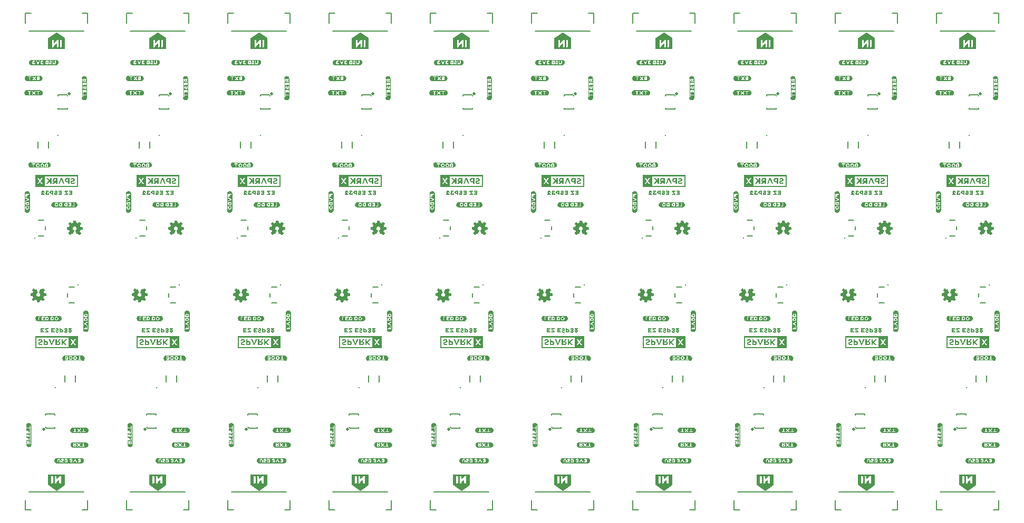
<source format=gbo>
G04 EAGLE Gerber RS-274X export*
G75*
%MOMM*%
%FSLAX34Y34*%
%LPD*%
%INSilkscreen Bottom*%
%IPPOS*%
%AMOC8*
5,1,8,0,0,1.08239X$1,22.5*%
G01*
%ADD10C,0.152400*%
%ADD11C,0.323106*%
%ADD12C,0.508000*%
%ADD13C,0.203200*%
%ADD14C,0.254000*%

G36*
X1225597Y528975D02*
X1225597Y528975D01*
X1225592Y528983D01*
X1225599Y528989D01*
X1225599Y547971D01*
X1225563Y548019D01*
X1225556Y548013D01*
X1225550Y548021D01*
X1156970Y548021D01*
X1156923Y547985D01*
X1156928Y547977D01*
X1156921Y547971D01*
X1156921Y528989D01*
X1156957Y528941D01*
X1156964Y528947D01*
X1156970Y528939D01*
X1225550Y528939D01*
X1225597Y528975D01*
G37*
G36*
X1063037Y269895D02*
X1063037Y269895D01*
X1063032Y269903D01*
X1063039Y269909D01*
X1063039Y288891D01*
X1063003Y288939D01*
X1062996Y288933D01*
X1062990Y288941D01*
X994410Y288941D01*
X994363Y288905D01*
X994368Y288897D01*
X994361Y288891D01*
X994361Y269909D01*
X994397Y269861D01*
X994404Y269867D01*
X994410Y269859D01*
X1062990Y269859D01*
X1063037Y269895D01*
G37*
G36*
X737917Y269895D02*
X737917Y269895D01*
X737912Y269903D01*
X737919Y269909D01*
X737919Y288891D01*
X737883Y288939D01*
X737876Y288933D01*
X737870Y288941D01*
X669290Y288941D01*
X669243Y288905D01*
X669248Y288897D01*
X669241Y288891D01*
X669241Y269909D01*
X669277Y269861D01*
X669284Y269867D01*
X669290Y269859D01*
X737870Y269859D01*
X737917Y269895D01*
G37*
G36*
X250237Y269895D02*
X250237Y269895D01*
X250232Y269903D01*
X250239Y269909D01*
X250239Y288891D01*
X250203Y288939D01*
X250196Y288933D01*
X250190Y288941D01*
X181610Y288941D01*
X181563Y288905D01*
X181568Y288897D01*
X181561Y288891D01*
X181561Y269909D01*
X181597Y269861D01*
X181604Y269867D01*
X181610Y269859D01*
X250190Y269859D01*
X250237Y269895D01*
G37*
G36*
X1225597Y269895D02*
X1225597Y269895D01*
X1225592Y269903D01*
X1225599Y269909D01*
X1225599Y288891D01*
X1225563Y288939D01*
X1225556Y288933D01*
X1225550Y288941D01*
X1156970Y288941D01*
X1156923Y288905D01*
X1156928Y288897D01*
X1156921Y288891D01*
X1156921Y269909D01*
X1156957Y269861D01*
X1156964Y269867D01*
X1156970Y269859D01*
X1225550Y269859D01*
X1225597Y269895D01*
G37*
G36*
X737917Y528975D02*
X737917Y528975D01*
X737912Y528983D01*
X737919Y528989D01*
X737919Y547971D01*
X737883Y548019D01*
X737876Y548013D01*
X737870Y548021D01*
X669290Y548021D01*
X669243Y547985D01*
X669248Y547977D01*
X669241Y547971D01*
X669241Y528989D01*
X669277Y528941D01*
X669284Y528947D01*
X669290Y528939D01*
X737870Y528939D01*
X737917Y528975D01*
G37*
G36*
X1388157Y528975D02*
X1388157Y528975D01*
X1388152Y528983D01*
X1388159Y528989D01*
X1388159Y547971D01*
X1388123Y548019D01*
X1388116Y548013D01*
X1388110Y548021D01*
X1319530Y548021D01*
X1319483Y547985D01*
X1319488Y547977D01*
X1319481Y547971D01*
X1319481Y528989D01*
X1319517Y528941D01*
X1319524Y528947D01*
X1319530Y528939D01*
X1388110Y528939D01*
X1388157Y528975D01*
G37*
G36*
X1063037Y528975D02*
X1063037Y528975D01*
X1063032Y528983D01*
X1063039Y528989D01*
X1063039Y547971D01*
X1063003Y548019D01*
X1062996Y548013D01*
X1062990Y548021D01*
X994410Y548021D01*
X994363Y547985D01*
X994368Y547977D01*
X994361Y547971D01*
X994361Y528989D01*
X994397Y528941D01*
X994404Y528947D01*
X994410Y528939D01*
X1062990Y528939D01*
X1063037Y528975D01*
G37*
G36*
X575357Y528975D02*
X575357Y528975D01*
X575352Y528983D01*
X575359Y528989D01*
X575359Y547971D01*
X575323Y548019D01*
X575316Y548013D01*
X575310Y548021D01*
X506730Y548021D01*
X506683Y547985D01*
X506688Y547977D01*
X506681Y547971D01*
X506681Y528989D01*
X506717Y528941D01*
X506724Y528947D01*
X506730Y528939D01*
X575310Y528939D01*
X575357Y528975D01*
G37*
G36*
X87677Y528975D02*
X87677Y528975D01*
X87672Y528983D01*
X87679Y528989D01*
X87679Y547971D01*
X87643Y548019D01*
X87636Y548013D01*
X87630Y548021D01*
X19050Y548021D01*
X19003Y547985D01*
X19008Y547977D01*
X19001Y547971D01*
X19001Y528989D01*
X19037Y528941D01*
X19044Y528947D01*
X19050Y528939D01*
X87630Y528939D01*
X87677Y528975D01*
G37*
G36*
X1550717Y269895D02*
X1550717Y269895D01*
X1550712Y269903D01*
X1550719Y269909D01*
X1550719Y288891D01*
X1550683Y288939D01*
X1550676Y288933D01*
X1550670Y288941D01*
X1482090Y288941D01*
X1482043Y288905D01*
X1482048Y288897D01*
X1482041Y288891D01*
X1482041Y269909D01*
X1482077Y269861D01*
X1482084Y269867D01*
X1482090Y269859D01*
X1550670Y269859D01*
X1550717Y269895D01*
G37*
G36*
X900477Y269895D02*
X900477Y269895D01*
X900472Y269903D01*
X900479Y269909D01*
X900479Y288891D01*
X900443Y288939D01*
X900436Y288933D01*
X900430Y288941D01*
X831850Y288941D01*
X831803Y288905D01*
X831808Y288897D01*
X831801Y288891D01*
X831801Y269909D01*
X831837Y269861D01*
X831844Y269867D01*
X831850Y269859D01*
X900430Y269859D01*
X900477Y269895D01*
G37*
G36*
X1550717Y528975D02*
X1550717Y528975D01*
X1550712Y528983D01*
X1550719Y528989D01*
X1550719Y547971D01*
X1550683Y548019D01*
X1550676Y548013D01*
X1550670Y548021D01*
X1482090Y548021D01*
X1482043Y547985D01*
X1482048Y547977D01*
X1482041Y547971D01*
X1482041Y528989D01*
X1482077Y528941D01*
X1482084Y528947D01*
X1482090Y528939D01*
X1550670Y528939D01*
X1550717Y528975D01*
G37*
G36*
X412797Y528975D02*
X412797Y528975D01*
X412792Y528983D01*
X412799Y528989D01*
X412799Y547971D01*
X412763Y548019D01*
X412756Y548013D01*
X412750Y548021D01*
X344170Y548021D01*
X344123Y547985D01*
X344128Y547977D01*
X344121Y547971D01*
X344121Y528989D01*
X344157Y528941D01*
X344164Y528947D01*
X344170Y528939D01*
X412750Y528939D01*
X412797Y528975D01*
G37*
G36*
X900477Y528975D02*
X900477Y528975D01*
X900472Y528983D01*
X900479Y528989D01*
X900479Y547971D01*
X900443Y548019D01*
X900436Y548013D01*
X900430Y548021D01*
X831850Y548021D01*
X831803Y547985D01*
X831808Y547977D01*
X831801Y547971D01*
X831801Y528989D01*
X831837Y528941D01*
X831844Y528947D01*
X831850Y528939D01*
X900430Y528939D01*
X900477Y528975D01*
G37*
G36*
X250237Y528975D02*
X250237Y528975D01*
X250232Y528983D01*
X250239Y528989D01*
X250239Y547971D01*
X250203Y548019D01*
X250196Y548013D01*
X250190Y548021D01*
X181610Y548021D01*
X181563Y547985D01*
X181568Y547977D01*
X181561Y547971D01*
X181561Y528989D01*
X181597Y528941D01*
X181604Y528947D01*
X181610Y528939D01*
X250190Y528939D01*
X250237Y528975D01*
G37*
G36*
X1388157Y269895D02*
X1388157Y269895D01*
X1388152Y269903D01*
X1388159Y269909D01*
X1388159Y288891D01*
X1388123Y288939D01*
X1388116Y288933D01*
X1388110Y288941D01*
X1319530Y288941D01*
X1319483Y288905D01*
X1319488Y288897D01*
X1319481Y288891D01*
X1319481Y269909D01*
X1319517Y269861D01*
X1319524Y269867D01*
X1319530Y269859D01*
X1388110Y269859D01*
X1388157Y269895D01*
G37*
G36*
X575357Y269895D02*
X575357Y269895D01*
X575352Y269903D01*
X575359Y269909D01*
X575359Y288891D01*
X575323Y288939D01*
X575316Y288933D01*
X575310Y288941D01*
X506730Y288941D01*
X506683Y288905D01*
X506688Y288897D01*
X506681Y288891D01*
X506681Y269909D01*
X506717Y269861D01*
X506724Y269867D01*
X506730Y269859D01*
X575310Y269859D01*
X575357Y269895D01*
G37*
G36*
X87643Y288939D02*
X87643Y288939D01*
X87636Y288933D01*
X87630Y288941D01*
X19050Y288941D01*
X19003Y288905D01*
X19008Y288897D01*
X19001Y288891D01*
X19001Y269909D01*
X19037Y269861D01*
X19044Y269867D01*
X19050Y269859D01*
X87630Y269859D01*
X87677Y269895D01*
X87672Y269903D01*
X87679Y269909D01*
X87679Y288891D01*
X87643Y288939D01*
G37*
G36*
X412797Y269895D02*
X412797Y269895D01*
X412792Y269903D01*
X412799Y269909D01*
X412799Y288891D01*
X412763Y288939D01*
X412756Y288933D01*
X412750Y288941D01*
X344170Y288941D01*
X344123Y288905D01*
X344128Y288897D01*
X344121Y288891D01*
X344121Y269909D01*
X344157Y269861D01*
X344164Y269867D01*
X344170Y269859D01*
X412750Y269859D01*
X412797Y269895D01*
G37*
%LPC*%
G36*
X1172340Y530800D02*
X1172340Y530800D01*
X1172340Y546160D01*
X1223738Y546160D01*
X1223738Y530800D01*
X1172340Y530800D01*
G37*
%LPD*%
%LPC*%
G36*
X522100Y530800D02*
X522100Y530800D01*
X522100Y546160D01*
X573498Y546160D01*
X573498Y530800D01*
X522100Y530800D01*
G37*
%LPD*%
%LPC*%
G36*
X508542Y271720D02*
X508542Y271720D01*
X508542Y287080D01*
X559940Y287080D01*
X559940Y271720D01*
X508542Y271720D01*
G37*
%LPD*%
%LPC*%
G36*
X72260Y271720D02*
X72260Y271720D01*
X20862Y271720D01*
X20862Y287080D01*
X72260Y287080D01*
X72260Y271720D01*
G37*
%LPD*%
%LPC*%
G36*
X359540Y530800D02*
X359540Y530800D01*
X359540Y546160D01*
X410938Y546160D01*
X410938Y530800D01*
X359540Y530800D01*
G37*
%LPD*%
%LPC*%
G36*
X1334900Y530800D02*
X1334900Y530800D01*
X1334900Y546160D01*
X1386298Y546160D01*
X1386298Y530800D01*
X1334900Y530800D01*
G37*
%LPD*%
%LPC*%
G36*
X1483902Y271720D02*
X1483902Y271720D01*
X1483902Y287080D01*
X1535300Y287080D01*
X1535300Y271720D01*
X1483902Y271720D01*
G37*
%LPD*%
%LPC*%
G36*
X1009780Y530800D02*
X1009780Y530800D01*
X1009780Y546160D01*
X1061178Y546160D01*
X1061178Y530800D01*
X1009780Y530800D01*
G37*
%LPD*%
%LPC*%
G36*
X196980Y530800D02*
X196980Y530800D01*
X196980Y546160D01*
X248378Y546160D01*
X248378Y530800D01*
X196980Y530800D01*
G37*
%LPD*%
%LPC*%
G36*
X671102Y271720D02*
X671102Y271720D01*
X671102Y287080D01*
X722500Y287080D01*
X722500Y271720D01*
X671102Y271720D01*
G37*
%LPD*%
%LPC*%
G36*
X847220Y530800D02*
X847220Y530800D01*
X847220Y546160D01*
X898618Y546160D01*
X898618Y530800D01*
X847220Y530800D01*
G37*
%LPD*%
%LPC*%
G36*
X996222Y271720D02*
X996222Y271720D01*
X996222Y287080D01*
X1047620Y287080D01*
X1047620Y271720D01*
X996222Y271720D01*
G37*
%LPD*%
%LPC*%
G36*
X833662Y271720D02*
X833662Y271720D01*
X833662Y287080D01*
X885060Y287080D01*
X885060Y271720D01*
X833662Y271720D01*
G37*
%LPD*%
%LPC*%
G36*
X1158782Y271720D02*
X1158782Y271720D01*
X1158782Y287080D01*
X1210180Y287080D01*
X1210180Y271720D01*
X1158782Y271720D01*
G37*
%LPD*%
%LPC*%
G36*
X183422Y271720D02*
X183422Y271720D01*
X183422Y287080D01*
X234820Y287080D01*
X234820Y271720D01*
X183422Y271720D01*
G37*
%LPD*%
%LPC*%
G36*
X1321342Y271720D02*
X1321342Y271720D01*
X1321342Y287080D01*
X1372740Y287080D01*
X1372740Y271720D01*
X1321342Y271720D01*
G37*
%LPD*%
%LPC*%
G36*
X345982Y271720D02*
X345982Y271720D01*
X345982Y287080D01*
X397380Y287080D01*
X397380Y271720D01*
X345982Y271720D01*
G37*
%LPD*%
%LPC*%
G36*
X34420Y530800D02*
X34420Y530800D01*
X34420Y546160D01*
X85818Y546160D01*
X85818Y530800D01*
X34420Y530800D01*
G37*
%LPD*%
%LPC*%
G36*
X684660Y530800D02*
X684660Y530800D01*
X684660Y546160D01*
X736058Y546160D01*
X736058Y530800D01*
X684660Y530800D01*
G37*
%LPD*%
%LPC*%
G36*
X1497460Y530800D02*
X1497460Y530800D01*
X1497460Y546160D01*
X1548858Y546160D01*
X1548858Y530800D01*
X1497460Y530800D01*
G37*
%LPD*%
G36*
X1028739Y40516D02*
X1028739Y40516D01*
X1028750Y40515D01*
X1028859Y40541D01*
X1028970Y40563D01*
X1028979Y40569D01*
X1028989Y40571D01*
X1029137Y40651D01*
X1041837Y49541D01*
X1041847Y49552D01*
X1041860Y49559D01*
X1041935Y49637D01*
X1042013Y49713D01*
X1042019Y49726D01*
X1042030Y49737D01*
X1042075Y49835D01*
X1042125Y49932D01*
X1042127Y49947D01*
X1042133Y49960D01*
X1042145Y50068D01*
X1042161Y50175D01*
X1042159Y50190D01*
X1042160Y50204D01*
X1042149Y50255D01*
X1042149Y66320D01*
X1042142Y66329D01*
X1042147Y66336D01*
X1041947Y66936D01*
X1041903Y66966D01*
X1041900Y66969D01*
X1015600Y66969D01*
X1015570Y66947D01*
X1015558Y66945D01*
X1015258Y66445D01*
X1015259Y66437D01*
X1015253Y66432D01*
X1015258Y66425D01*
X1015251Y66420D01*
X1015251Y50320D01*
X1015257Y50311D01*
X1015252Y50233D01*
X1015240Y50126D01*
X1015243Y50111D01*
X1015242Y50096D01*
X1015269Y49991D01*
X1015292Y49885D01*
X1015300Y49873D01*
X1015303Y49858D01*
X1015363Y49767D01*
X1015418Y49674D01*
X1015429Y49664D01*
X1015437Y49652D01*
X1015563Y49541D01*
X1028263Y40651D01*
X1028273Y40647D01*
X1028280Y40640D01*
X1028384Y40593D01*
X1028485Y40545D01*
X1028495Y40543D01*
X1028505Y40539D01*
X1028618Y40528D01*
X1028729Y40514D01*
X1028739Y40516D01*
G37*
G36*
X703619Y40516D02*
X703619Y40516D01*
X703630Y40515D01*
X703739Y40541D01*
X703850Y40563D01*
X703859Y40569D01*
X703869Y40571D01*
X704017Y40651D01*
X716717Y49541D01*
X716727Y49552D01*
X716740Y49559D01*
X716815Y49637D01*
X716893Y49713D01*
X716899Y49726D01*
X716910Y49737D01*
X716955Y49835D01*
X717005Y49932D01*
X717007Y49947D01*
X717013Y49960D01*
X717025Y50068D01*
X717041Y50175D01*
X717039Y50190D01*
X717040Y50204D01*
X717029Y50255D01*
X717029Y66320D01*
X717022Y66329D01*
X717027Y66336D01*
X716827Y66936D01*
X716783Y66966D01*
X716780Y66969D01*
X690480Y66969D01*
X690450Y66947D01*
X690438Y66945D01*
X690138Y66445D01*
X690139Y66437D01*
X690133Y66432D01*
X690138Y66425D01*
X690131Y66420D01*
X690131Y50320D01*
X690137Y50311D01*
X690132Y50233D01*
X690120Y50126D01*
X690123Y50111D01*
X690122Y50096D01*
X690149Y49991D01*
X690172Y49885D01*
X690180Y49873D01*
X690183Y49858D01*
X690243Y49767D01*
X690298Y49674D01*
X690309Y49664D01*
X690317Y49652D01*
X690443Y49541D01*
X703143Y40651D01*
X703153Y40647D01*
X703160Y40640D01*
X703264Y40593D01*
X703365Y40545D01*
X703375Y40543D01*
X703385Y40539D01*
X703498Y40528D01*
X703609Y40514D01*
X703619Y40516D01*
G37*
G36*
X53379Y40516D02*
X53379Y40516D01*
X53390Y40515D01*
X53499Y40541D01*
X53610Y40563D01*
X53619Y40569D01*
X53629Y40571D01*
X53777Y40651D01*
X66477Y49541D01*
X66487Y49552D01*
X66500Y49559D01*
X66575Y49637D01*
X66653Y49713D01*
X66659Y49726D01*
X66670Y49737D01*
X66715Y49835D01*
X66765Y49932D01*
X66767Y49947D01*
X66773Y49960D01*
X66785Y50068D01*
X66801Y50175D01*
X66799Y50190D01*
X66800Y50204D01*
X66789Y50255D01*
X66789Y66320D01*
X66782Y66329D01*
X66787Y66336D01*
X66587Y66936D01*
X66543Y66966D01*
X66540Y66969D01*
X40240Y66969D01*
X40210Y66947D01*
X40198Y66945D01*
X39898Y66445D01*
X39899Y66437D01*
X39893Y66432D01*
X39898Y66425D01*
X39891Y66420D01*
X39891Y50320D01*
X39897Y50311D01*
X39892Y50233D01*
X39880Y50126D01*
X39883Y50111D01*
X39882Y50096D01*
X39909Y49991D01*
X39932Y49885D01*
X39940Y49873D01*
X39943Y49858D01*
X40003Y49767D01*
X40058Y49674D01*
X40069Y49664D01*
X40077Y49652D01*
X40203Y49541D01*
X52903Y40651D01*
X52913Y40647D01*
X52920Y40640D01*
X53024Y40593D01*
X53125Y40545D01*
X53135Y40543D01*
X53145Y40539D01*
X53258Y40528D01*
X53369Y40514D01*
X53379Y40516D01*
G37*
G36*
X378499Y40516D02*
X378499Y40516D01*
X378510Y40515D01*
X378619Y40541D01*
X378730Y40563D01*
X378739Y40569D01*
X378749Y40571D01*
X378897Y40651D01*
X391597Y49541D01*
X391607Y49552D01*
X391620Y49559D01*
X391695Y49637D01*
X391773Y49713D01*
X391779Y49726D01*
X391790Y49737D01*
X391835Y49835D01*
X391885Y49932D01*
X391887Y49947D01*
X391893Y49960D01*
X391905Y50068D01*
X391921Y50175D01*
X391919Y50190D01*
X391920Y50204D01*
X391909Y50255D01*
X391909Y66320D01*
X391902Y66329D01*
X391907Y66336D01*
X391707Y66936D01*
X391663Y66966D01*
X391660Y66969D01*
X365360Y66969D01*
X365330Y66947D01*
X365318Y66945D01*
X365018Y66445D01*
X365019Y66437D01*
X365013Y66432D01*
X365018Y66425D01*
X365011Y66420D01*
X365011Y50320D01*
X365017Y50311D01*
X365012Y50233D01*
X365000Y50126D01*
X365003Y50111D01*
X365002Y50096D01*
X365029Y49991D01*
X365052Y49885D01*
X365060Y49873D01*
X365063Y49858D01*
X365123Y49767D01*
X365178Y49674D01*
X365189Y49664D01*
X365197Y49652D01*
X365323Y49541D01*
X378023Y40651D01*
X378033Y40647D01*
X378040Y40640D01*
X378144Y40593D01*
X378245Y40545D01*
X378255Y40543D01*
X378265Y40539D01*
X378378Y40528D01*
X378489Y40514D01*
X378499Y40516D01*
G37*
G36*
X866179Y40516D02*
X866179Y40516D01*
X866190Y40515D01*
X866299Y40541D01*
X866410Y40563D01*
X866419Y40569D01*
X866429Y40571D01*
X866577Y40651D01*
X879277Y49541D01*
X879287Y49552D01*
X879300Y49559D01*
X879375Y49637D01*
X879453Y49713D01*
X879459Y49726D01*
X879470Y49737D01*
X879515Y49835D01*
X879565Y49932D01*
X879567Y49947D01*
X879573Y49960D01*
X879585Y50068D01*
X879601Y50175D01*
X879599Y50190D01*
X879600Y50204D01*
X879589Y50255D01*
X879589Y66320D01*
X879582Y66329D01*
X879587Y66336D01*
X879387Y66936D01*
X879343Y66966D01*
X879340Y66969D01*
X853040Y66969D01*
X853010Y66947D01*
X852998Y66945D01*
X852698Y66445D01*
X852699Y66437D01*
X852693Y66432D01*
X852698Y66425D01*
X852691Y66420D01*
X852691Y50320D01*
X852697Y50311D01*
X852692Y50233D01*
X852680Y50126D01*
X852683Y50111D01*
X852682Y50096D01*
X852709Y49991D01*
X852732Y49885D01*
X852740Y49873D01*
X852743Y49858D01*
X852803Y49767D01*
X852858Y49674D01*
X852869Y49664D01*
X852877Y49652D01*
X853003Y49541D01*
X865703Y40651D01*
X865713Y40647D01*
X865720Y40640D01*
X865824Y40593D01*
X865925Y40545D01*
X865935Y40543D01*
X865945Y40539D01*
X866058Y40528D01*
X866169Y40514D01*
X866179Y40516D01*
G37*
G36*
X541059Y40516D02*
X541059Y40516D01*
X541070Y40515D01*
X541179Y40541D01*
X541290Y40563D01*
X541299Y40569D01*
X541309Y40571D01*
X541457Y40651D01*
X554157Y49541D01*
X554167Y49552D01*
X554180Y49559D01*
X554255Y49637D01*
X554333Y49713D01*
X554339Y49726D01*
X554350Y49737D01*
X554395Y49835D01*
X554445Y49932D01*
X554447Y49947D01*
X554453Y49960D01*
X554465Y50068D01*
X554481Y50175D01*
X554479Y50190D01*
X554480Y50204D01*
X554469Y50255D01*
X554469Y66320D01*
X554462Y66329D01*
X554467Y66336D01*
X554267Y66936D01*
X554223Y66966D01*
X554220Y66969D01*
X527920Y66969D01*
X527890Y66947D01*
X527878Y66945D01*
X527578Y66445D01*
X527579Y66437D01*
X527573Y66432D01*
X527578Y66425D01*
X527571Y66420D01*
X527571Y50320D01*
X527577Y50311D01*
X527572Y50233D01*
X527560Y50126D01*
X527563Y50111D01*
X527562Y50096D01*
X527589Y49991D01*
X527612Y49885D01*
X527620Y49873D01*
X527623Y49858D01*
X527683Y49767D01*
X527738Y49674D01*
X527749Y49664D01*
X527757Y49652D01*
X527883Y49541D01*
X540583Y40651D01*
X540593Y40647D01*
X540600Y40640D01*
X540704Y40593D01*
X540805Y40545D01*
X540815Y40543D01*
X540825Y40539D01*
X540938Y40528D01*
X541049Y40514D01*
X541059Y40516D01*
G37*
G36*
X1516419Y40516D02*
X1516419Y40516D01*
X1516430Y40515D01*
X1516539Y40541D01*
X1516650Y40563D01*
X1516659Y40569D01*
X1516669Y40571D01*
X1516817Y40651D01*
X1529517Y49541D01*
X1529527Y49552D01*
X1529540Y49559D01*
X1529615Y49637D01*
X1529693Y49713D01*
X1529699Y49726D01*
X1529710Y49737D01*
X1529755Y49835D01*
X1529805Y49932D01*
X1529807Y49947D01*
X1529813Y49960D01*
X1529825Y50068D01*
X1529841Y50175D01*
X1529839Y50190D01*
X1529840Y50204D01*
X1529829Y50255D01*
X1529829Y66320D01*
X1529822Y66329D01*
X1529827Y66336D01*
X1529627Y66936D01*
X1529583Y66966D01*
X1529580Y66969D01*
X1503280Y66969D01*
X1503250Y66947D01*
X1503238Y66945D01*
X1502938Y66445D01*
X1502939Y66437D01*
X1502933Y66432D01*
X1502938Y66425D01*
X1502931Y66420D01*
X1502931Y50320D01*
X1502937Y50311D01*
X1502932Y50233D01*
X1502920Y50126D01*
X1502923Y50111D01*
X1502922Y50096D01*
X1502949Y49991D01*
X1502972Y49885D01*
X1502980Y49873D01*
X1502983Y49858D01*
X1503043Y49767D01*
X1503098Y49674D01*
X1503109Y49664D01*
X1503117Y49652D01*
X1503243Y49541D01*
X1515943Y40651D01*
X1515953Y40647D01*
X1515960Y40640D01*
X1516064Y40593D01*
X1516165Y40545D01*
X1516175Y40543D01*
X1516185Y40539D01*
X1516298Y40528D01*
X1516409Y40514D01*
X1516419Y40516D01*
G37*
G36*
X215939Y40516D02*
X215939Y40516D01*
X215950Y40515D01*
X216059Y40541D01*
X216170Y40563D01*
X216179Y40569D01*
X216189Y40571D01*
X216337Y40651D01*
X229037Y49541D01*
X229047Y49552D01*
X229060Y49559D01*
X229135Y49637D01*
X229213Y49713D01*
X229219Y49726D01*
X229230Y49737D01*
X229275Y49835D01*
X229325Y49932D01*
X229327Y49947D01*
X229333Y49960D01*
X229345Y50068D01*
X229361Y50175D01*
X229359Y50190D01*
X229360Y50204D01*
X229349Y50255D01*
X229349Y66320D01*
X229342Y66329D01*
X229347Y66336D01*
X229147Y66936D01*
X229103Y66966D01*
X229100Y66969D01*
X202800Y66969D01*
X202770Y66947D01*
X202758Y66945D01*
X202458Y66445D01*
X202459Y66437D01*
X202453Y66432D01*
X202458Y66425D01*
X202451Y66420D01*
X202451Y50320D01*
X202457Y50311D01*
X202452Y50233D01*
X202440Y50126D01*
X202443Y50111D01*
X202442Y50096D01*
X202469Y49991D01*
X202492Y49885D01*
X202500Y49873D01*
X202503Y49858D01*
X202563Y49767D01*
X202618Y49674D01*
X202629Y49664D01*
X202637Y49652D01*
X202763Y49541D01*
X215463Y40651D01*
X215473Y40647D01*
X215480Y40640D01*
X215584Y40593D01*
X215685Y40545D01*
X215695Y40543D01*
X215705Y40539D01*
X215818Y40528D01*
X215929Y40514D01*
X215939Y40516D01*
G37*
G36*
X1353859Y40516D02*
X1353859Y40516D01*
X1353870Y40515D01*
X1353979Y40541D01*
X1354090Y40563D01*
X1354099Y40569D01*
X1354109Y40571D01*
X1354257Y40651D01*
X1366957Y49541D01*
X1366967Y49552D01*
X1366980Y49559D01*
X1367055Y49637D01*
X1367133Y49713D01*
X1367139Y49726D01*
X1367150Y49737D01*
X1367195Y49835D01*
X1367245Y49932D01*
X1367247Y49947D01*
X1367253Y49960D01*
X1367265Y50068D01*
X1367281Y50175D01*
X1367279Y50190D01*
X1367280Y50204D01*
X1367269Y50255D01*
X1367269Y66320D01*
X1367262Y66329D01*
X1367267Y66336D01*
X1367067Y66936D01*
X1367023Y66966D01*
X1367020Y66969D01*
X1340720Y66969D01*
X1340690Y66947D01*
X1340678Y66945D01*
X1340378Y66445D01*
X1340379Y66437D01*
X1340373Y66432D01*
X1340378Y66425D01*
X1340371Y66420D01*
X1340371Y50320D01*
X1340377Y50311D01*
X1340372Y50233D01*
X1340360Y50126D01*
X1340363Y50111D01*
X1340362Y50096D01*
X1340389Y49991D01*
X1340412Y49885D01*
X1340420Y49873D01*
X1340423Y49858D01*
X1340483Y49767D01*
X1340538Y49674D01*
X1340549Y49664D01*
X1340557Y49652D01*
X1340683Y49541D01*
X1353383Y40651D01*
X1353393Y40647D01*
X1353400Y40640D01*
X1353504Y40593D01*
X1353605Y40545D01*
X1353615Y40543D01*
X1353625Y40539D01*
X1353738Y40528D01*
X1353849Y40514D01*
X1353859Y40516D01*
G37*
G36*
X1191299Y40516D02*
X1191299Y40516D01*
X1191310Y40515D01*
X1191419Y40541D01*
X1191530Y40563D01*
X1191539Y40569D01*
X1191549Y40571D01*
X1191697Y40651D01*
X1204397Y49541D01*
X1204407Y49552D01*
X1204420Y49559D01*
X1204495Y49637D01*
X1204573Y49713D01*
X1204579Y49726D01*
X1204590Y49737D01*
X1204635Y49835D01*
X1204685Y49932D01*
X1204687Y49947D01*
X1204693Y49960D01*
X1204705Y50068D01*
X1204721Y50175D01*
X1204719Y50190D01*
X1204720Y50204D01*
X1204709Y50255D01*
X1204709Y66320D01*
X1204702Y66329D01*
X1204707Y66336D01*
X1204507Y66936D01*
X1204463Y66966D01*
X1204460Y66969D01*
X1178160Y66969D01*
X1178130Y66947D01*
X1178118Y66945D01*
X1177818Y66445D01*
X1177819Y66437D01*
X1177813Y66432D01*
X1177818Y66425D01*
X1177811Y66420D01*
X1177811Y50320D01*
X1177817Y50311D01*
X1177812Y50233D01*
X1177800Y50126D01*
X1177803Y50111D01*
X1177802Y50096D01*
X1177829Y49991D01*
X1177852Y49885D01*
X1177860Y49873D01*
X1177863Y49858D01*
X1177923Y49767D01*
X1177978Y49674D01*
X1177989Y49664D01*
X1177997Y49652D01*
X1178123Y49541D01*
X1190823Y40651D01*
X1190833Y40647D01*
X1190840Y40640D01*
X1190944Y40593D01*
X1191045Y40545D01*
X1191055Y40543D01*
X1191065Y40539D01*
X1191178Y40528D01*
X1191289Y40514D01*
X1191299Y40516D01*
G37*
G36*
X66470Y750933D02*
X66470Y750933D01*
X66482Y750935D01*
X66782Y751435D01*
X66782Y751438D01*
X66783Y751439D01*
X66782Y751441D01*
X66780Y751453D01*
X66789Y751460D01*
X66789Y767560D01*
X66783Y767569D01*
X66788Y767647D01*
X66800Y767754D01*
X66797Y767769D01*
X66798Y767784D01*
X66771Y767889D01*
X66748Y767995D01*
X66740Y768007D01*
X66737Y768022D01*
X66678Y768113D01*
X66622Y768206D01*
X66611Y768216D01*
X66603Y768228D01*
X66477Y768339D01*
X53777Y777229D01*
X53767Y777233D01*
X53760Y777240D01*
X53656Y777287D01*
X53555Y777335D01*
X53545Y777337D01*
X53535Y777341D01*
X53422Y777352D01*
X53311Y777366D01*
X53301Y777364D01*
X53290Y777365D01*
X53181Y777339D01*
X53070Y777317D01*
X53061Y777311D01*
X53051Y777309D01*
X52903Y777229D01*
X40203Y768339D01*
X40193Y768328D01*
X40180Y768321D01*
X40105Y768243D01*
X40027Y768167D01*
X40021Y768154D01*
X40011Y768143D01*
X39965Y768045D01*
X39915Y767948D01*
X39913Y767933D01*
X39907Y767920D01*
X39895Y767812D01*
X39879Y767705D01*
X39881Y767690D01*
X39880Y767676D01*
X39891Y767625D01*
X39891Y751560D01*
X39898Y751551D01*
X39893Y751544D01*
X40093Y750944D01*
X40137Y750914D01*
X40140Y750911D01*
X66440Y750911D01*
X66470Y750933D01*
G37*
G36*
X1366950Y750933D02*
X1366950Y750933D01*
X1366962Y750935D01*
X1367262Y751435D01*
X1367262Y751438D01*
X1367263Y751439D01*
X1367262Y751441D01*
X1367260Y751453D01*
X1367269Y751460D01*
X1367269Y767560D01*
X1367263Y767569D01*
X1367268Y767647D01*
X1367280Y767754D01*
X1367277Y767769D01*
X1367278Y767784D01*
X1367251Y767889D01*
X1367228Y767995D01*
X1367220Y768007D01*
X1367217Y768022D01*
X1367158Y768113D01*
X1367102Y768206D01*
X1367091Y768216D01*
X1367083Y768228D01*
X1366957Y768339D01*
X1354257Y777229D01*
X1354247Y777233D01*
X1354240Y777240D01*
X1354136Y777287D01*
X1354035Y777335D01*
X1354025Y777337D01*
X1354015Y777341D01*
X1353902Y777352D01*
X1353791Y777366D01*
X1353781Y777364D01*
X1353770Y777365D01*
X1353661Y777339D01*
X1353550Y777317D01*
X1353541Y777311D01*
X1353531Y777309D01*
X1353383Y777229D01*
X1340683Y768339D01*
X1340673Y768328D01*
X1340660Y768321D01*
X1340585Y768243D01*
X1340507Y768167D01*
X1340501Y768154D01*
X1340491Y768143D01*
X1340445Y768045D01*
X1340395Y767948D01*
X1340393Y767933D01*
X1340387Y767920D01*
X1340375Y767812D01*
X1340359Y767705D01*
X1340361Y767690D01*
X1340360Y767676D01*
X1340371Y767625D01*
X1340371Y751560D01*
X1340378Y751551D01*
X1340373Y751544D01*
X1340573Y750944D01*
X1340617Y750914D01*
X1340620Y750911D01*
X1366920Y750911D01*
X1366950Y750933D01*
G37*
G36*
X391590Y750933D02*
X391590Y750933D01*
X391602Y750935D01*
X391902Y751435D01*
X391902Y751438D01*
X391903Y751439D01*
X391902Y751441D01*
X391900Y751453D01*
X391909Y751460D01*
X391909Y767560D01*
X391903Y767569D01*
X391908Y767647D01*
X391920Y767754D01*
X391917Y767769D01*
X391918Y767784D01*
X391891Y767889D01*
X391868Y767995D01*
X391860Y768007D01*
X391857Y768022D01*
X391798Y768113D01*
X391742Y768206D01*
X391731Y768216D01*
X391723Y768228D01*
X391597Y768339D01*
X378897Y777229D01*
X378887Y777233D01*
X378880Y777240D01*
X378776Y777287D01*
X378675Y777335D01*
X378665Y777337D01*
X378655Y777341D01*
X378542Y777352D01*
X378431Y777366D01*
X378421Y777364D01*
X378410Y777365D01*
X378301Y777339D01*
X378190Y777317D01*
X378181Y777311D01*
X378171Y777309D01*
X378023Y777229D01*
X365323Y768339D01*
X365313Y768328D01*
X365300Y768321D01*
X365225Y768243D01*
X365147Y768167D01*
X365141Y768154D01*
X365131Y768143D01*
X365085Y768045D01*
X365035Y767948D01*
X365033Y767933D01*
X365027Y767920D01*
X365015Y767812D01*
X364999Y767705D01*
X365001Y767690D01*
X365000Y767676D01*
X365011Y767625D01*
X365011Y751560D01*
X365018Y751551D01*
X365013Y751544D01*
X365213Y750944D01*
X365257Y750914D01*
X365260Y750911D01*
X391560Y750911D01*
X391590Y750933D01*
G37*
G36*
X1529510Y750933D02*
X1529510Y750933D01*
X1529522Y750935D01*
X1529822Y751435D01*
X1529822Y751438D01*
X1529823Y751439D01*
X1529822Y751441D01*
X1529820Y751453D01*
X1529829Y751460D01*
X1529829Y767560D01*
X1529823Y767569D01*
X1529828Y767647D01*
X1529840Y767754D01*
X1529837Y767769D01*
X1529838Y767784D01*
X1529811Y767889D01*
X1529788Y767995D01*
X1529780Y768007D01*
X1529777Y768022D01*
X1529718Y768113D01*
X1529662Y768206D01*
X1529651Y768216D01*
X1529643Y768228D01*
X1529517Y768339D01*
X1516817Y777229D01*
X1516807Y777233D01*
X1516800Y777240D01*
X1516696Y777287D01*
X1516595Y777335D01*
X1516585Y777337D01*
X1516575Y777341D01*
X1516462Y777352D01*
X1516351Y777366D01*
X1516341Y777364D01*
X1516330Y777365D01*
X1516221Y777339D01*
X1516110Y777317D01*
X1516101Y777311D01*
X1516091Y777309D01*
X1515943Y777229D01*
X1503243Y768339D01*
X1503233Y768328D01*
X1503220Y768321D01*
X1503145Y768243D01*
X1503067Y768167D01*
X1503061Y768154D01*
X1503051Y768143D01*
X1503005Y768045D01*
X1502955Y767948D01*
X1502953Y767933D01*
X1502947Y767920D01*
X1502935Y767812D01*
X1502919Y767705D01*
X1502921Y767690D01*
X1502920Y767676D01*
X1502931Y767625D01*
X1502931Y751560D01*
X1502938Y751551D01*
X1502933Y751544D01*
X1503133Y750944D01*
X1503177Y750914D01*
X1503180Y750911D01*
X1529480Y750911D01*
X1529510Y750933D01*
G37*
G36*
X716710Y750933D02*
X716710Y750933D01*
X716722Y750935D01*
X717022Y751435D01*
X717022Y751438D01*
X717023Y751439D01*
X717022Y751441D01*
X717020Y751453D01*
X717029Y751460D01*
X717029Y767560D01*
X717023Y767569D01*
X717028Y767647D01*
X717040Y767754D01*
X717037Y767769D01*
X717038Y767784D01*
X717011Y767889D01*
X716988Y767995D01*
X716980Y768007D01*
X716977Y768022D01*
X716918Y768113D01*
X716862Y768206D01*
X716851Y768216D01*
X716843Y768228D01*
X716717Y768339D01*
X704017Y777229D01*
X704007Y777233D01*
X704000Y777240D01*
X703896Y777287D01*
X703795Y777335D01*
X703785Y777337D01*
X703775Y777341D01*
X703662Y777352D01*
X703551Y777366D01*
X703541Y777364D01*
X703530Y777365D01*
X703421Y777339D01*
X703310Y777317D01*
X703301Y777311D01*
X703291Y777309D01*
X703143Y777229D01*
X690443Y768339D01*
X690433Y768328D01*
X690420Y768321D01*
X690345Y768243D01*
X690267Y768167D01*
X690261Y768154D01*
X690251Y768143D01*
X690205Y768045D01*
X690155Y767948D01*
X690153Y767933D01*
X690147Y767920D01*
X690135Y767812D01*
X690119Y767705D01*
X690121Y767690D01*
X690120Y767676D01*
X690131Y767625D01*
X690131Y751560D01*
X690138Y751551D01*
X690133Y751544D01*
X690333Y750944D01*
X690377Y750914D01*
X690380Y750911D01*
X716680Y750911D01*
X716710Y750933D01*
G37*
G36*
X229030Y750933D02*
X229030Y750933D01*
X229042Y750935D01*
X229342Y751435D01*
X229342Y751438D01*
X229343Y751439D01*
X229342Y751441D01*
X229340Y751453D01*
X229349Y751460D01*
X229349Y767560D01*
X229343Y767569D01*
X229348Y767647D01*
X229360Y767754D01*
X229357Y767769D01*
X229358Y767784D01*
X229331Y767889D01*
X229308Y767995D01*
X229300Y768007D01*
X229297Y768022D01*
X229238Y768113D01*
X229182Y768206D01*
X229171Y768216D01*
X229163Y768228D01*
X229037Y768339D01*
X216337Y777229D01*
X216327Y777233D01*
X216320Y777240D01*
X216216Y777287D01*
X216115Y777335D01*
X216105Y777337D01*
X216095Y777341D01*
X215982Y777352D01*
X215871Y777366D01*
X215861Y777364D01*
X215850Y777365D01*
X215741Y777339D01*
X215630Y777317D01*
X215621Y777311D01*
X215611Y777309D01*
X215463Y777229D01*
X202763Y768339D01*
X202753Y768328D01*
X202740Y768321D01*
X202665Y768243D01*
X202587Y768167D01*
X202581Y768154D01*
X202571Y768143D01*
X202525Y768045D01*
X202475Y767948D01*
X202473Y767933D01*
X202467Y767920D01*
X202455Y767812D01*
X202439Y767705D01*
X202441Y767690D01*
X202440Y767676D01*
X202451Y767625D01*
X202451Y751560D01*
X202458Y751551D01*
X202453Y751544D01*
X202653Y750944D01*
X202697Y750914D01*
X202700Y750911D01*
X229000Y750911D01*
X229030Y750933D01*
G37*
G36*
X1041830Y750933D02*
X1041830Y750933D01*
X1041842Y750935D01*
X1042142Y751435D01*
X1042142Y751438D01*
X1042143Y751439D01*
X1042142Y751441D01*
X1042140Y751453D01*
X1042149Y751460D01*
X1042149Y767560D01*
X1042143Y767569D01*
X1042148Y767647D01*
X1042160Y767754D01*
X1042157Y767769D01*
X1042158Y767784D01*
X1042131Y767889D01*
X1042108Y767995D01*
X1042100Y768007D01*
X1042097Y768022D01*
X1042038Y768113D01*
X1041982Y768206D01*
X1041971Y768216D01*
X1041963Y768228D01*
X1041837Y768339D01*
X1029137Y777229D01*
X1029127Y777233D01*
X1029120Y777240D01*
X1029016Y777287D01*
X1028915Y777335D01*
X1028905Y777337D01*
X1028895Y777341D01*
X1028782Y777352D01*
X1028671Y777366D01*
X1028661Y777364D01*
X1028650Y777365D01*
X1028541Y777339D01*
X1028430Y777317D01*
X1028421Y777311D01*
X1028411Y777309D01*
X1028263Y777229D01*
X1015563Y768339D01*
X1015553Y768328D01*
X1015540Y768321D01*
X1015465Y768243D01*
X1015387Y768167D01*
X1015381Y768154D01*
X1015371Y768143D01*
X1015325Y768045D01*
X1015275Y767948D01*
X1015273Y767933D01*
X1015267Y767920D01*
X1015255Y767812D01*
X1015239Y767705D01*
X1015241Y767690D01*
X1015240Y767676D01*
X1015251Y767625D01*
X1015251Y751560D01*
X1015258Y751551D01*
X1015253Y751544D01*
X1015453Y750944D01*
X1015497Y750914D01*
X1015500Y750911D01*
X1041800Y750911D01*
X1041830Y750933D01*
G37*
G36*
X554150Y750933D02*
X554150Y750933D01*
X554162Y750935D01*
X554462Y751435D01*
X554462Y751438D01*
X554463Y751439D01*
X554462Y751441D01*
X554460Y751453D01*
X554469Y751460D01*
X554469Y767560D01*
X554463Y767569D01*
X554468Y767647D01*
X554480Y767754D01*
X554477Y767769D01*
X554478Y767784D01*
X554451Y767889D01*
X554428Y767995D01*
X554420Y768007D01*
X554417Y768022D01*
X554358Y768113D01*
X554302Y768206D01*
X554291Y768216D01*
X554283Y768228D01*
X554157Y768339D01*
X541457Y777229D01*
X541447Y777233D01*
X541440Y777240D01*
X541336Y777287D01*
X541235Y777335D01*
X541225Y777337D01*
X541215Y777341D01*
X541102Y777352D01*
X540991Y777366D01*
X540981Y777364D01*
X540970Y777365D01*
X540861Y777339D01*
X540750Y777317D01*
X540741Y777311D01*
X540731Y777309D01*
X540583Y777229D01*
X527883Y768339D01*
X527873Y768328D01*
X527860Y768321D01*
X527785Y768243D01*
X527707Y768167D01*
X527701Y768154D01*
X527691Y768143D01*
X527645Y768045D01*
X527595Y767948D01*
X527593Y767933D01*
X527587Y767920D01*
X527575Y767812D01*
X527559Y767705D01*
X527561Y767690D01*
X527560Y767676D01*
X527571Y767625D01*
X527571Y751560D01*
X527578Y751551D01*
X527573Y751544D01*
X527773Y750944D01*
X527817Y750914D01*
X527820Y750911D01*
X554120Y750911D01*
X554150Y750933D01*
G37*
G36*
X1204390Y750933D02*
X1204390Y750933D01*
X1204402Y750935D01*
X1204702Y751435D01*
X1204702Y751438D01*
X1204703Y751439D01*
X1204702Y751441D01*
X1204700Y751453D01*
X1204709Y751460D01*
X1204709Y767560D01*
X1204703Y767569D01*
X1204708Y767647D01*
X1204720Y767754D01*
X1204717Y767769D01*
X1204718Y767784D01*
X1204691Y767889D01*
X1204668Y767995D01*
X1204660Y768007D01*
X1204657Y768022D01*
X1204598Y768113D01*
X1204542Y768206D01*
X1204531Y768216D01*
X1204523Y768228D01*
X1204397Y768339D01*
X1191697Y777229D01*
X1191687Y777233D01*
X1191680Y777240D01*
X1191576Y777287D01*
X1191475Y777335D01*
X1191465Y777337D01*
X1191455Y777341D01*
X1191342Y777352D01*
X1191231Y777366D01*
X1191221Y777364D01*
X1191210Y777365D01*
X1191101Y777339D01*
X1190990Y777317D01*
X1190981Y777311D01*
X1190971Y777309D01*
X1190823Y777229D01*
X1178123Y768339D01*
X1178113Y768328D01*
X1178100Y768321D01*
X1178025Y768243D01*
X1177947Y768167D01*
X1177941Y768154D01*
X1177931Y768143D01*
X1177885Y768045D01*
X1177835Y767948D01*
X1177833Y767933D01*
X1177827Y767920D01*
X1177815Y767812D01*
X1177799Y767705D01*
X1177801Y767690D01*
X1177800Y767676D01*
X1177811Y767625D01*
X1177811Y751560D01*
X1177818Y751551D01*
X1177813Y751544D01*
X1178013Y750944D01*
X1178057Y750914D01*
X1178060Y750911D01*
X1204360Y750911D01*
X1204390Y750933D01*
G37*
G36*
X879270Y750933D02*
X879270Y750933D01*
X879282Y750935D01*
X879582Y751435D01*
X879582Y751438D01*
X879583Y751439D01*
X879582Y751441D01*
X879580Y751453D01*
X879589Y751460D01*
X879589Y767560D01*
X879583Y767569D01*
X879588Y767647D01*
X879600Y767754D01*
X879597Y767769D01*
X879598Y767784D01*
X879571Y767889D01*
X879548Y767995D01*
X879540Y768007D01*
X879537Y768022D01*
X879478Y768113D01*
X879422Y768206D01*
X879411Y768216D01*
X879403Y768228D01*
X879277Y768339D01*
X866577Y777229D01*
X866567Y777233D01*
X866560Y777240D01*
X866456Y777287D01*
X866355Y777335D01*
X866345Y777337D01*
X866335Y777341D01*
X866222Y777352D01*
X866111Y777366D01*
X866101Y777364D01*
X866090Y777365D01*
X865981Y777339D01*
X865870Y777317D01*
X865861Y777311D01*
X865851Y777309D01*
X865703Y777229D01*
X853003Y768339D01*
X852993Y768328D01*
X852980Y768321D01*
X852905Y768243D01*
X852827Y768167D01*
X852821Y768154D01*
X852811Y768143D01*
X852765Y768045D01*
X852715Y767948D01*
X852713Y767933D01*
X852707Y767920D01*
X852695Y767812D01*
X852679Y767705D01*
X852681Y767690D01*
X852680Y767676D01*
X852691Y767625D01*
X852691Y751560D01*
X852698Y751551D01*
X852693Y751544D01*
X852893Y750944D01*
X852937Y750914D01*
X852940Y750911D01*
X879240Y750911D01*
X879270Y750933D01*
G37*
G36*
X215887Y724736D02*
X215887Y724736D01*
X215892Y724732D01*
X216292Y724832D01*
X216297Y724838D01*
X216302Y724836D01*
X216697Y725034D01*
X217092Y725132D01*
X217097Y725138D01*
X217102Y725136D01*
X217502Y725336D01*
X217507Y725346D01*
X217515Y725345D01*
X218715Y726545D01*
X218716Y726557D01*
X218724Y726558D01*
X218923Y726955D01*
X219121Y727253D01*
X219120Y727265D01*
X219128Y727268D01*
X219228Y727668D01*
X219227Y727670D01*
X219228Y727670D01*
X219328Y728169D01*
X219428Y728568D01*
X219424Y728576D01*
X219429Y728580D01*
X219429Y729380D01*
X219424Y729387D01*
X219428Y729392D01*
X219328Y729791D01*
X219228Y730290D01*
X219225Y730293D01*
X219227Y730296D01*
X219127Y730596D01*
X219122Y730599D01*
X219124Y730602D01*
X218724Y731402D01*
X218714Y731407D01*
X218715Y731415D01*
X217515Y732615D01*
X217503Y732616D01*
X217502Y732624D01*
X217102Y732824D01*
X217094Y732823D01*
X217092Y732828D01*
X216697Y732926D01*
X216302Y733124D01*
X216294Y733123D01*
X216292Y733128D01*
X215892Y733228D01*
X215884Y733224D01*
X215880Y733229D01*
X175380Y733229D01*
X175373Y733224D01*
X175368Y733228D01*
X174969Y733128D01*
X174470Y733028D01*
X174461Y733018D01*
X174453Y733021D01*
X174155Y732823D01*
X173358Y732424D01*
X173353Y732414D01*
X173345Y732415D01*
X172745Y731815D01*
X172744Y731803D01*
X172736Y731802D01*
X172539Y731409D01*
X172245Y731115D01*
X172244Y731103D01*
X172236Y731102D01*
X172036Y730702D01*
X172037Y730694D01*
X172032Y730692D01*
X171732Y729492D01*
X171736Y729484D01*
X171731Y729480D01*
X171731Y728580D01*
X171736Y728573D01*
X171732Y728568D01*
X172032Y727368D01*
X172038Y727363D01*
X172036Y727358D01*
X172236Y726958D01*
X172240Y726956D01*
X172239Y726953D01*
X172437Y726655D01*
X172636Y726258D01*
X172646Y726253D01*
X172645Y726245D01*
X173245Y725645D01*
X173257Y725644D01*
X173258Y725636D01*
X173655Y725437D01*
X173953Y725239D01*
X173957Y725239D01*
X173958Y725236D01*
X174758Y724836D01*
X174766Y724837D01*
X174768Y724832D01*
X175168Y724732D01*
X175176Y724736D01*
X175180Y724731D01*
X215880Y724731D01*
X215887Y724736D01*
G37*
G36*
X378447Y724736D02*
X378447Y724736D01*
X378452Y724732D01*
X378852Y724832D01*
X378857Y724838D01*
X378862Y724836D01*
X379257Y725034D01*
X379652Y725132D01*
X379657Y725138D01*
X379662Y725136D01*
X380062Y725336D01*
X380067Y725346D01*
X380075Y725345D01*
X381275Y726545D01*
X381276Y726557D01*
X381284Y726558D01*
X381483Y726955D01*
X381681Y727253D01*
X381680Y727265D01*
X381688Y727268D01*
X381788Y727668D01*
X381787Y727670D01*
X381788Y727670D01*
X381888Y728169D01*
X381988Y728568D01*
X381984Y728576D01*
X381989Y728580D01*
X381989Y729380D01*
X381984Y729387D01*
X381988Y729392D01*
X381888Y729791D01*
X381788Y730290D01*
X381785Y730293D01*
X381787Y730296D01*
X381687Y730596D01*
X381682Y730599D01*
X381684Y730602D01*
X381284Y731402D01*
X381274Y731407D01*
X381275Y731415D01*
X380075Y732615D01*
X380063Y732616D01*
X380062Y732624D01*
X379662Y732824D01*
X379654Y732823D01*
X379652Y732828D01*
X379257Y732926D01*
X378862Y733124D01*
X378854Y733123D01*
X378852Y733128D01*
X378452Y733228D01*
X378444Y733224D01*
X378440Y733229D01*
X337940Y733229D01*
X337933Y733224D01*
X337928Y733228D01*
X337529Y733128D01*
X337030Y733028D01*
X337021Y733018D01*
X337013Y733021D01*
X336715Y732823D01*
X335918Y732424D01*
X335913Y732414D01*
X335905Y732415D01*
X335305Y731815D01*
X335304Y731803D01*
X335296Y731802D01*
X335099Y731409D01*
X334805Y731115D01*
X334804Y731103D01*
X334796Y731102D01*
X334596Y730702D01*
X334597Y730694D01*
X334592Y730692D01*
X334292Y729492D01*
X334296Y729484D01*
X334291Y729480D01*
X334291Y728580D01*
X334296Y728573D01*
X334292Y728568D01*
X334592Y727368D01*
X334598Y727363D01*
X334596Y727358D01*
X334796Y726958D01*
X334800Y726956D01*
X334799Y726953D01*
X334997Y726655D01*
X335196Y726258D01*
X335206Y726253D01*
X335205Y726245D01*
X335805Y725645D01*
X335817Y725644D01*
X335818Y725636D01*
X336215Y725437D01*
X336513Y725239D01*
X336517Y725239D01*
X336518Y725236D01*
X337318Y724836D01*
X337326Y724837D01*
X337328Y724832D01*
X337728Y724732D01*
X337736Y724736D01*
X337740Y724731D01*
X378440Y724731D01*
X378447Y724736D01*
G37*
G36*
X1028687Y724736D02*
X1028687Y724736D01*
X1028692Y724732D01*
X1029092Y724832D01*
X1029097Y724838D01*
X1029102Y724836D01*
X1029497Y725034D01*
X1029892Y725132D01*
X1029897Y725138D01*
X1029902Y725136D01*
X1030302Y725336D01*
X1030307Y725346D01*
X1030315Y725345D01*
X1031515Y726545D01*
X1031516Y726557D01*
X1031524Y726558D01*
X1031723Y726955D01*
X1031921Y727253D01*
X1031920Y727265D01*
X1031928Y727268D01*
X1032028Y727668D01*
X1032027Y727670D01*
X1032028Y727670D01*
X1032128Y728169D01*
X1032228Y728568D01*
X1032224Y728576D01*
X1032229Y728580D01*
X1032229Y729380D01*
X1032224Y729387D01*
X1032228Y729392D01*
X1032128Y729791D01*
X1032028Y730290D01*
X1032025Y730293D01*
X1032027Y730296D01*
X1031927Y730596D01*
X1031922Y730599D01*
X1031924Y730602D01*
X1031524Y731402D01*
X1031514Y731407D01*
X1031515Y731415D01*
X1030315Y732615D01*
X1030303Y732616D01*
X1030302Y732624D01*
X1029902Y732824D01*
X1029894Y732823D01*
X1029892Y732828D01*
X1029497Y732926D01*
X1029102Y733124D01*
X1029094Y733123D01*
X1029092Y733128D01*
X1028692Y733228D01*
X1028684Y733224D01*
X1028680Y733229D01*
X988180Y733229D01*
X988173Y733224D01*
X988168Y733228D01*
X987769Y733128D01*
X987270Y733028D01*
X987261Y733018D01*
X987253Y733021D01*
X986955Y732823D01*
X986158Y732424D01*
X986153Y732414D01*
X986145Y732415D01*
X985545Y731815D01*
X985544Y731803D01*
X985536Y731802D01*
X985339Y731409D01*
X985045Y731115D01*
X985044Y731103D01*
X985036Y731102D01*
X984836Y730702D01*
X984837Y730694D01*
X984832Y730692D01*
X984532Y729492D01*
X984536Y729484D01*
X984531Y729480D01*
X984531Y728580D01*
X984536Y728573D01*
X984532Y728568D01*
X984832Y727368D01*
X984838Y727363D01*
X984836Y727358D01*
X985036Y726958D01*
X985040Y726956D01*
X985039Y726953D01*
X985237Y726655D01*
X985436Y726258D01*
X985446Y726253D01*
X985445Y726245D01*
X986045Y725645D01*
X986057Y725644D01*
X986058Y725636D01*
X986455Y725437D01*
X986753Y725239D01*
X986757Y725239D01*
X986758Y725236D01*
X987558Y724836D01*
X987566Y724837D01*
X987568Y724832D01*
X987968Y724732D01*
X987976Y724736D01*
X987980Y724731D01*
X1028680Y724731D01*
X1028687Y724736D01*
G37*
G36*
X53327Y724736D02*
X53327Y724736D01*
X53332Y724732D01*
X53732Y724832D01*
X53737Y724838D01*
X53742Y724836D01*
X54137Y725034D01*
X54532Y725132D01*
X54537Y725138D01*
X54542Y725136D01*
X54942Y725336D01*
X54947Y725346D01*
X54955Y725345D01*
X56155Y726545D01*
X56156Y726557D01*
X56164Y726558D01*
X56363Y726955D01*
X56561Y727253D01*
X56560Y727265D01*
X56568Y727268D01*
X56668Y727668D01*
X56667Y727670D01*
X56668Y727670D01*
X56768Y728169D01*
X56868Y728568D01*
X56864Y728576D01*
X56869Y728580D01*
X56869Y729380D01*
X56864Y729387D01*
X56868Y729392D01*
X56768Y729791D01*
X56668Y730290D01*
X56665Y730293D01*
X56667Y730296D01*
X56567Y730596D01*
X56562Y730599D01*
X56564Y730602D01*
X56164Y731402D01*
X56154Y731407D01*
X56155Y731415D01*
X54955Y732615D01*
X54943Y732616D01*
X54942Y732624D01*
X54542Y732824D01*
X54534Y732823D01*
X54532Y732828D01*
X54137Y732926D01*
X53742Y733124D01*
X53734Y733123D01*
X53732Y733128D01*
X53332Y733228D01*
X53324Y733224D01*
X53320Y733229D01*
X12820Y733229D01*
X12813Y733224D01*
X12808Y733228D01*
X12409Y733128D01*
X11910Y733028D01*
X11901Y733018D01*
X11893Y733021D01*
X11595Y732823D01*
X10798Y732424D01*
X10793Y732414D01*
X10785Y732415D01*
X10185Y731815D01*
X10184Y731803D01*
X10176Y731802D01*
X9979Y731409D01*
X9685Y731115D01*
X9684Y731103D01*
X9676Y731102D01*
X9476Y730702D01*
X9477Y730694D01*
X9472Y730692D01*
X9172Y729492D01*
X9176Y729484D01*
X9171Y729480D01*
X9171Y728580D01*
X9176Y728573D01*
X9172Y728568D01*
X9472Y727368D01*
X9478Y727363D01*
X9476Y727358D01*
X9676Y726958D01*
X9680Y726956D01*
X9679Y726953D01*
X9877Y726655D01*
X10076Y726258D01*
X10086Y726253D01*
X10085Y726245D01*
X10685Y725645D01*
X10697Y725644D01*
X10698Y725636D01*
X11095Y725437D01*
X11393Y725239D01*
X11397Y725239D01*
X11398Y725236D01*
X12198Y724836D01*
X12206Y724837D01*
X12208Y724832D01*
X12608Y724732D01*
X12616Y724736D01*
X12620Y724731D01*
X53320Y724731D01*
X53327Y724736D01*
G37*
G36*
X1516367Y724736D02*
X1516367Y724736D01*
X1516372Y724732D01*
X1516772Y724832D01*
X1516777Y724838D01*
X1516782Y724836D01*
X1517177Y725034D01*
X1517572Y725132D01*
X1517577Y725138D01*
X1517582Y725136D01*
X1517982Y725336D01*
X1517987Y725346D01*
X1517995Y725345D01*
X1519195Y726545D01*
X1519196Y726557D01*
X1519204Y726558D01*
X1519403Y726955D01*
X1519601Y727253D01*
X1519600Y727265D01*
X1519608Y727268D01*
X1519708Y727668D01*
X1519707Y727670D01*
X1519708Y727670D01*
X1519808Y728169D01*
X1519908Y728568D01*
X1519904Y728576D01*
X1519909Y728580D01*
X1519909Y729380D01*
X1519904Y729387D01*
X1519908Y729392D01*
X1519808Y729791D01*
X1519708Y730290D01*
X1519705Y730293D01*
X1519707Y730296D01*
X1519607Y730596D01*
X1519602Y730599D01*
X1519604Y730602D01*
X1519204Y731402D01*
X1519194Y731407D01*
X1519195Y731415D01*
X1517995Y732615D01*
X1517983Y732616D01*
X1517982Y732624D01*
X1517582Y732824D01*
X1517574Y732823D01*
X1517572Y732828D01*
X1517177Y732926D01*
X1516782Y733124D01*
X1516774Y733123D01*
X1516772Y733128D01*
X1516372Y733228D01*
X1516364Y733224D01*
X1516360Y733229D01*
X1475860Y733229D01*
X1475853Y733224D01*
X1475848Y733228D01*
X1475449Y733128D01*
X1474950Y733028D01*
X1474941Y733018D01*
X1474933Y733021D01*
X1474635Y732823D01*
X1473838Y732424D01*
X1473833Y732414D01*
X1473825Y732415D01*
X1473225Y731815D01*
X1473224Y731803D01*
X1473216Y731802D01*
X1473019Y731409D01*
X1472725Y731115D01*
X1472724Y731103D01*
X1472716Y731102D01*
X1472516Y730702D01*
X1472517Y730694D01*
X1472512Y730692D01*
X1472212Y729492D01*
X1472216Y729484D01*
X1472211Y729480D01*
X1472211Y728580D01*
X1472216Y728573D01*
X1472212Y728568D01*
X1472512Y727368D01*
X1472518Y727363D01*
X1472516Y727358D01*
X1472716Y726958D01*
X1472720Y726956D01*
X1472719Y726953D01*
X1472917Y726655D01*
X1473116Y726258D01*
X1473126Y726253D01*
X1473125Y726245D01*
X1473725Y725645D01*
X1473737Y725644D01*
X1473738Y725636D01*
X1474135Y725437D01*
X1474433Y725239D01*
X1474437Y725239D01*
X1474438Y725236D01*
X1475238Y724836D01*
X1475246Y724837D01*
X1475248Y724832D01*
X1475648Y724732D01*
X1475656Y724736D01*
X1475660Y724731D01*
X1516360Y724731D01*
X1516367Y724736D01*
G37*
G36*
X866127Y724736D02*
X866127Y724736D01*
X866132Y724732D01*
X866532Y724832D01*
X866537Y724838D01*
X866542Y724836D01*
X866937Y725034D01*
X867332Y725132D01*
X867337Y725138D01*
X867342Y725136D01*
X867742Y725336D01*
X867747Y725346D01*
X867755Y725345D01*
X868955Y726545D01*
X868956Y726557D01*
X868964Y726558D01*
X869163Y726955D01*
X869361Y727253D01*
X869360Y727265D01*
X869368Y727268D01*
X869468Y727668D01*
X869467Y727670D01*
X869468Y727670D01*
X869568Y728169D01*
X869668Y728568D01*
X869664Y728576D01*
X869669Y728580D01*
X869669Y729380D01*
X869664Y729387D01*
X869668Y729392D01*
X869568Y729791D01*
X869468Y730290D01*
X869465Y730293D01*
X869467Y730296D01*
X869367Y730596D01*
X869362Y730599D01*
X869364Y730602D01*
X868964Y731402D01*
X868954Y731407D01*
X868955Y731415D01*
X867755Y732615D01*
X867743Y732616D01*
X867742Y732624D01*
X867342Y732824D01*
X867334Y732823D01*
X867332Y732828D01*
X866937Y732926D01*
X866542Y733124D01*
X866534Y733123D01*
X866532Y733128D01*
X866132Y733228D01*
X866124Y733224D01*
X866120Y733229D01*
X825620Y733229D01*
X825613Y733224D01*
X825608Y733228D01*
X825209Y733128D01*
X824710Y733028D01*
X824701Y733018D01*
X824693Y733021D01*
X824395Y732823D01*
X823598Y732424D01*
X823593Y732414D01*
X823585Y732415D01*
X822985Y731815D01*
X822984Y731803D01*
X822976Y731802D01*
X822779Y731409D01*
X822485Y731115D01*
X822484Y731103D01*
X822476Y731102D01*
X822276Y730702D01*
X822277Y730694D01*
X822272Y730692D01*
X821972Y729492D01*
X821976Y729484D01*
X821971Y729480D01*
X821971Y728580D01*
X821976Y728573D01*
X821972Y728568D01*
X822272Y727368D01*
X822278Y727363D01*
X822276Y727358D01*
X822476Y726958D01*
X822480Y726956D01*
X822479Y726953D01*
X822677Y726655D01*
X822876Y726258D01*
X822886Y726253D01*
X822885Y726245D01*
X823485Y725645D01*
X823497Y725644D01*
X823498Y725636D01*
X823895Y725437D01*
X824193Y725239D01*
X824197Y725239D01*
X824198Y725236D01*
X824998Y724836D01*
X825006Y724837D01*
X825008Y724832D01*
X825408Y724732D01*
X825416Y724736D01*
X825420Y724731D01*
X866120Y724731D01*
X866127Y724736D01*
G37*
G36*
X1191247Y724736D02*
X1191247Y724736D01*
X1191252Y724732D01*
X1191652Y724832D01*
X1191657Y724838D01*
X1191662Y724836D01*
X1192057Y725034D01*
X1192452Y725132D01*
X1192457Y725138D01*
X1192462Y725136D01*
X1192862Y725336D01*
X1192867Y725346D01*
X1192875Y725345D01*
X1194075Y726545D01*
X1194076Y726557D01*
X1194084Y726558D01*
X1194283Y726955D01*
X1194481Y727253D01*
X1194480Y727265D01*
X1194488Y727268D01*
X1194588Y727668D01*
X1194587Y727670D01*
X1194588Y727670D01*
X1194688Y728169D01*
X1194788Y728568D01*
X1194784Y728576D01*
X1194789Y728580D01*
X1194789Y729380D01*
X1194784Y729387D01*
X1194788Y729392D01*
X1194688Y729791D01*
X1194588Y730290D01*
X1194585Y730293D01*
X1194587Y730296D01*
X1194487Y730596D01*
X1194482Y730599D01*
X1194484Y730602D01*
X1194084Y731402D01*
X1194074Y731407D01*
X1194075Y731415D01*
X1192875Y732615D01*
X1192863Y732616D01*
X1192862Y732624D01*
X1192462Y732824D01*
X1192454Y732823D01*
X1192452Y732828D01*
X1192057Y732926D01*
X1191662Y733124D01*
X1191654Y733123D01*
X1191652Y733128D01*
X1191252Y733228D01*
X1191244Y733224D01*
X1191240Y733229D01*
X1150740Y733229D01*
X1150733Y733224D01*
X1150728Y733228D01*
X1150329Y733128D01*
X1149830Y733028D01*
X1149821Y733018D01*
X1149813Y733021D01*
X1149515Y732823D01*
X1148718Y732424D01*
X1148713Y732414D01*
X1148705Y732415D01*
X1148105Y731815D01*
X1148104Y731803D01*
X1148096Y731802D01*
X1147899Y731409D01*
X1147605Y731115D01*
X1147604Y731103D01*
X1147596Y731102D01*
X1147396Y730702D01*
X1147397Y730694D01*
X1147392Y730692D01*
X1147092Y729492D01*
X1147096Y729484D01*
X1147091Y729480D01*
X1147091Y728580D01*
X1147096Y728573D01*
X1147092Y728568D01*
X1147392Y727368D01*
X1147398Y727363D01*
X1147396Y727358D01*
X1147596Y726958D01*
X1147600Y726956D01*
X1147599Y726953D01*
X1147797Y726655D01*
X1147996Y726258D01*
X1148006Y726253D01*
X1148005Y726245D01*
X1148605Y725645D01*
X1148617Y725644D01*
X1148618Y725636D01*
X1149015Y725437D01*
X1149313Y725239D01*
X1149317Y725239D01*
X1149318Y725236D01*
X1150118Y724836D01*
X1150126Y724837D01*
X1150128Y724832D01*
X1150528Y724732D01*
X1150536Y724736D01*
X1150540Y724731D01*
X1191240Y724731D01*
X1191247Y724736D01*
G37*
G36*
X703567Y724736D02*
X703567Y724736D01*
X703572Y724732D01*
X703972Y724832D01*
X703977Y724838D01*
X703982Y724836D01*
X704377Y725034D01*
X704772Y725132D01*
X704777Y725138D01*
X704782Y725136D01*
X705182Y725336D01*
X705187Y725346D01*
X705195Y725345D01*
X706395Y726545D01*
X706396Y726557D01*
X706404Y726558D01*
X706603Y726955D01*
X706801Y727253D01*
X706800Y727265D01*
X706808Y727268D01*
X706908Y727668D01*
X706907Y727670D01*
X706908Y727670D01*
X707008Y728169D01*
X707108Y728568D01*
X707104Y728576D01*
X707109Y728580D01*
X707109Y729380D01*
X707104Y729387D01*
X707108Y729392D01*
X707008Y729791D01*
X706908Y730290D01*
X706905Y730293D01*
X706907Y730296D01*
X706807Y730596D01*
X706802Y730599D01*
X706804Y730602D01*
X706404Y731402D01*
X706394Y731407D01*
X706395Y731415D01*
X705195Y732615D01*
X705183Y732616D01*
X705182Y732624D01*
X704782Y732824D01*
X704774Y732823D01*
X704772Y732828D01*
X704377Y732926D01*
X703982Y733124D01*
X703974Y733123D01*
X703972Y733128D01*
X703572Y733228D01*
X703564Y733224D01*
X703560Y733229D01*
X663060Y733229D01*
X663053Y733224D01*
X663048Y733228D01*
X662649Y733128D01*
X662150Y733028D01*
X662141Y733018D01*
X662133Y733021D01*
X661835Y732823D01*
X661038Y732424D01*
X661033Y732414D01*
X661025Y732415D01*
X660425Y731815D01*
X660424Y731803D01*
X660416Y731802D01*
X660219Y731409D01*
X659925Y731115D01*
X659924Y731103D01*
X659916Y731102D01*
X659716Y730702D01*
X659717Y730694D01*
X659712Y730692D01*
X659412Y729492D01*
X659416Y729484D01*
X659411Y729480D01*
X659411Y728580D01*
X659416Y728573D01*
X659412Y728568D01*
X659712Y727368D01*
X659718Y727363D01*
X659716Y727358D01*
X659916Y726958D01*
X659920Y726956D01*
X659919Y726953D01*
X660117Y726655D01*
X660316Y726258D01*
X660326Y726253D01*
X660325Y726245D01*
X660925Y725645D01*
X660937Y725644D01*
X660938Y725636D01*
X661335Y725437D01*
X661633Y725239D01*
X661637Y725239D01*
X661638Y725236D01*
X662438Y724836D01*
X662446Y724837D01*
X662448Y724832D01*
X662848Y724732D01*
X662856Y724736D01*
X662860Y724731D01*
X703560Y724731D01*
X703567Y724736D01*
G37*
G36*
X1353807Y724736D02*
X1353807Y724736D01*
X1353812Y724732D01*
X1354212Y724832D01*
X1354217Y724838D01*
X1354222Y724836D01*
X1354617Y725034D01*
X1355012Y725132D01*
X1355017Y725138D01*
X1355022Y725136D01*
X1355422Y725336D01*
X1355427Y725346D01*
X1355435Y725345D01*
X1356635Y726545D01*
X1356636Y726557D01*
X1356644Y726558D01*
X1356843Y726955D01*
X1357041Y727253D01*
X1357040Y727265D01*
X1357048Y727268D01*
X1357148Y727668D01*
X1357147Y727670D01*
X1357148Y727670D01*
X1357248Y728169D01*
X1357348Y728568D01*
X1357344Y728576D01*
X1357349Y728580D01*
X1357349Y729380D01*
X1357344Y729387D01*
X1357348Y729392D01*
X1357248Y729791D01*
X1357148Y730290D01*
X1357145Y730293D01*
X1357147Y730296D01*
X1357047Y730596D01*
X1357042Y730599D01*
X1357044Y730602D01*
X1356644Y731402D01*
X1356634Y731407D01*
X1356635Y731415D01*
X1355435Y732615D01*
X1355423Y732616D01*
X1355422Y732624D01*
X1355022Y732824D01*
X1355014Y732823D01*
X1355012Y732828D01*
X1354617Y732926D01*
X1354222Y733124D01*
X1354214Y733123D01*
X1354212Y733128D01*
X1353812Y733228D01*
X1353804Y733224D01*
X1353800Y733229D01*
X1313300Y733229D01*
X1313293Y733224D01*
X1313288Y733228D01*
X1312889Y733128D01*
X1312390Y733028D01*
X1312381Y733018D01*
X1312373Y733021D01*
X1312075Y732823D01*
X1311278Y732424D01*
X1311273Y732414D01*
X1311265Y732415D01*
X1310665Y731815D01*
X1310664Y731803D01*
X1310656Y731802D01*
X1310459Y731409D01*
X1310165Y731115D01*
X1310164Y731103D01*
X1310156Y731102D01*
X1309956Y730702D01*
X1309957Y730694D01*
X1309952Y730692D01*
X1309652Y729492D01*
X1309656Y729484D01*
X1309651Y729480D01*
X1309651Y728580D01*
X1309656Y728573D01*
X1309652Y728568D01*
X1309952Y727368D01*
X1309958Y727363D01*
X1309956Y727358D01*
X1310156Y726958D01*
X1310160Y726956D01*
X1310159Y726953D01*
X1310357Y726655D01*
X1310556Y726258D01*
X1310566Y726253D01*
X1310565Y726245D01*
X1311165Y725645D01*
X1311177Y725644D01*
X1311178Y725636D01*
X1311575Y725437D01*
X1311873Y725239D01*
X1311877Y725239D01*
X1311878Y725236D01*
X1312678Y724836D01*
X1312686Y724837D01*
X1312688Y724832D01*
X1313088Y724732D01*
X1313096Y724736D01*
X1313100Y724731D01*
X1353800Y724731D01*
X1353807Y724736D01*
G37*
G36*
X541007Y724736D02*
X541007Y724736D01*
X541012Y724732D01*
X541412Y724832D01*
X541417Y724838D01*
X541422Y724836D01*
X541817Y725034D01*
X542212Y725132D01*
X542217Y725138D01*
X542222Y725136D01*
X542622Y725336D01*
X542627Y725346D01*
X542635Y725345D01*
X543835Y726545D01*
X543836Y726557D01*
X543844Y726558D01*
X544043Y726955D01*
X544241Y727253D01*
X544240Y727265D01*
X544248Y727268D01*
X544348Y727668D01*
X544347Y727670D01*
X544348Y727670D01*
X544448Y728169D01*
X544548Y728568D01*
X544544Y728576D01*
X544549Y728580D01*
X544549Y729380D01*
X544544Y729387D01*
X544548Y729392D01*
X544448Y729791D01*
X544348Y730290D01*
X544345Y730293D01*
X544347Y730296D01*
X544247Y730596D01*
X544242Y730599D01*
X544244Y730602D01*
X543844Y731402D01*
X543834Y731407D01*
X543835Y731415D01*
X542635Y732615D01*
X542623Y732616D01*
X542622Y732624D01*
X542222Y732824D01*
X542214Y732823D01*
X542212Y732828D01*
X541817Y732926D01*
X541422Y733124D01*
X541414Y733123D01*
X541412Y733128D01*
X541012Y733228D01*
X541004Y733224D01*
X541000Y733229D01*
X500500Y733229D01*
X500493Y733224D01*
X500488Y733228D01*
X500089Y733128D01*
X499590Y733028D01*
X499581Y733018D01*
X499573Y733021D01*
X499275Y732823D01*
X498478Y732424D01*
X498473Y732414D01*
X498465Y732415D01*
X497865Y731815D01*
X497864Y731803D01*
X497856Y731802D01*
X497659Y731409D01*
X497365Y731115D01*
X497364Y731103D01*
X497356Y731102D01*
X497156Y730702D01*
X497157Y730694D01*
X497152Y730692D01*
X496852Y729492D01*
X496856Y729484D01*
X496851Y729480D01*
X496851Y728580D01*
X496856Y728573D01*
X496852Y728568D01*
X497152Y727368D01*
X497158Y727363D01*
X497156Y727358D01*
X497356Y726958D01*
X497360Y726956D01*
X497359Y726953D01*
X497557Y726655D01*
X497756Y726258D01*
X497766Y726253D01*
X497765Y726245D01*
X498365Y725645D01*
X498377Y725644D01*
X498378Y725636D01*
X498775Y725437D01*
X499073Y725239D01*
X499077Y725239D01*
X499078Y725236D01*
X499878Y724836D01*
X499886Y724837D01*
X499888Y724832D01*
X500288Y724732D01*
X500296Y724736D01*
X500300Y724731D01*
X541000Y724731D01*
X541007Y724736D01*
G37*
G36*
X1556907Y84656D02*
X1556907Y84656D01*
X1556912Y84652D01*
X1557311Y84752D01*
X1557810Y84852D01*
X1557819Y84862D01*
X1557827Y84859D01*
X1558125Y85057D01*
X1558922Y85456D01*
X1558927Y85466D01*
X1558935Y85465D01*
X1559535Y86065D01*
X1559536Y86077D01*
X1559544Y86078D01*
X1559741Y86471D01*
X1560035Y86765D01*
X1560036Y86777D01*
X1560044Y86778D01*
X1560244Y87178D01*
X1560243Y87186D01*
X1560248Y87188D01*
X1560548Y88388D01*
X1560544Y88396D01*
X1560549Y88400D01*
X1560549Y89300D01*
X1560544Y89307D01*
X1560548Y89312D01*
X1560248Y90512D01*
X1560242Y90517D01*
X1560244Y90522D01*
X1560044Y90922D01*
X1560040Y90924D01*
X1560041Y90927D01*
X1559843Y91225D01*
X1559644Y91622D01*
X1559634Y91627D01*
X1559635Y91635D01*
X1559035Y92235D01*
X1559023Y92236D01*
X1559022Y92244D01*
X1558625Y92443D01*
X1558327Y92641D01*
X1558323Y92641D01*
X1558322Y92644D01*
X1557522Y93044D01*
X1557514Y93043D01*
X1557512Y93048D01*
X1557112Y93148D01*
X1557104Y93144D01*
X1557100Y93149D01*
X1516400Y93149D01*
X1516393Y93144D01*
X1516388Y93148D01*
X1515988Y93048D01*
X1515983Y93042D01*
X1515978Y93044D01*
X1515583Y92846D01*
X1515188Y92748D01*
X1515183Y92742D01*
X1515178Y92744D01*
X1514778Y92544D01*
X1514773Y92534D01*
X1514765Y92535D01*
X1513565Y91335D01*
X1513564Y91323D01*
X1513556Y91322D01*
X1513357Y90925D01*
X1513159Y90627D01*
X1513159Y90623D01*
X1513160Y90615D01*
X1513152Y90612D01*
X1513052Y90212D01*
X1513053Y90210D01*
X1513052Y90210D01*
X1512952Y89711D01*
X1512852Y89312D01*
X1512856Y89304D01*
X1512851Y89300D01*
X1512851Y88500D01*
X1512856Y88493D01*
X1512852Y88488D01*
X1512952Y88089D01*
X1513052Y87590D01*
X1513055Y87587D01*
X1513053Y87584D01*
X1513153Y87284D01*
X1513158Y87281D01*
X1513156Y87278D01*
X1513556Y86478D01*
X1513566Y86473D01*
X1513565Y86465D01*
X1514765Y85265D01*
X1514777Y85264D01*
X1514778Y85256D01*
X1515178Y85056D01*
X1515186Y85057D01*
X1515188Y85052D01*
X1515583Y84954D01*
X1515978Y84756D01*
X1515986Y84757D01*
X1515988Y84752D01*
X1516388Y84652D01*
X1516396Y84656D01*
X1516400Y84651D01*
X1556900Y84651D01*
X1556907Y84656D01*
G37*
G36*
X1231787Y84656D02*
X1231787Y84656D01*
X1231792Y84652D01*
X1232191Y84752D01*
X1232690Y84852D01*
X1232699Y84862D01*
X1232707Y84859D01*
X1233005Y85057D01*
X1233802Y85456D01*
X1233807Y85466D01*
X1233815Y85465D01*
X1234415Y86065D01*
X1234416Y86077D01*
X1234424Y86078D01*
X1234621Y86471D01*
X1234915Y86765D01*
X1234916Y86777D01*
X1234924Y86778D01*
X1235124Y87178D01*
X1235123Y87186D01*
X1235128Y87188D01*
X1235428Y88388D01*
X1235424Y88396D01*
X1235429Y88400D01*
X1235429Y89300D01*
X1235424Y89307D01*
X1235428Y89312D01*
X1235128Y90512D01*
X1235122Y90517D01*
X1235124Y90522D01*
X1234924Y90922D01*
X1234920Y90924D01*
X1234921Y90927D01*
X1234723Y91225D01*
X1234524Y91622D01*
X1234514Y91627D01*
X1234515Y91635D01*
X1233915Y92235D01*
X1233903Y92236D01*
X1233902Y92244D01*
X1233505Y92443D01*
X1233207Y92641D01*
X1233203Y92641D01*
X1233202Y92644D01*
X1232402Y93044D01*
X1232394Y93043D01*
X1232392Y93048D01*
X1231992Y93148D01*
X1231984Y93144D01*
X1231980Y93149D01*
X1191280Y93149D01*
X1191273Y93144D01*
X1191268Y93148D01*
X1190868Y93048D01*
X1190863Y93042D01*
X1190858Y93044D01*
X1190463Y92846D01*
X1190068Y92748D01*
X1190063Y92742D01*
X1190058Y92744D01*
X1189658Y92544D01*
X1189653Y92534D01*
X1189645Y92535D01*
X1188445Y91335D01*
X1188444Y91323D01*
X1188436Y91322D01*
X1188237Y90925D01*
X1188039Y90627D01*
X1188039Y90623D01*
X1188040Y90615D01*
X1188032Y90612D01*
X1187932Y90212D01*
X1187933Y90210D01*
X1187932Y90210D01*
X1187832Y89711D01*
X1187732Y89312D01*
X1187736Y89304D01*
X1187731Y89300D01*
X1187731Y88500D01*
X1187736Y88493D01*
X1187732Y88488D01*
X1187832Y88089D01*
X1187932Y87590D01*
X1187935Y87587D01*
X1187933Y87584D01*
X1188033Y87284D01*
X1188038Y87281D01*
X1188036Y87278D01*
X1188436Y86478D01*
X1188446Y86473D01*
X1188445Y86465D01*
X1189645Y85265D01*
X1189657Y85264D01*
X1189658Y85256D01*
X1190058Y85056D01*
X1190066Y85057D01*
X1190068Y85052D01*
X1190463Y84954D01*
X1190858Y84756D01*
X1190866Y84757D01*
X1190868Y84752D01*
X1191268Y84652D01*
X1191276Y84656D01*
X1191280Y84651D01*
X1231780Y84651D01*
X1231787Y84656D01*
G37*
G36*
X93867Y84656D02*
X93867Y84656D01*
X93872Y84652D01*
X94271Y84752D01*
X94770Y84852D01*
X94779Y84862D01*
X94787Y84859D01*
X95085Y85057D01*
X95882Y85456D01*
X95887Y85466D01*
X95895Y85465D01*
X96495Y86065D01*
X96496Y86077D01*
X96504Y86078D01*
X96701Y86471D01*
X96995Y86765D01*
X96996Y86777D01*
X97004Y86778D01*
X97204Y87178D01*
X97203Y87186D01*
X97208Y87188D01*
X97508Y88388D01*
X97504Y88396D01*
X97509Y88400D01*
X97509Y89300D01*
X97504Y89307D01*
X97508Y89312D01*
X97208Y90512D01*
X97202Y90517D01*
X97204Y90522D01*
X97004Y90922D01*
X97000Y90924D01*
X97001Y90927D01*
X96803Y91225D01*
X96604Y91622D01*
X96594Y91627D01*
X96595Y91635D01*
X95995Y92235D01*
X95983Y92236D01*
X95982Y92244D01*
X95585Y92443D01*
X95287Y92641D01*
X95283Y92641D01*
X95282Y92644D01*
X94482Y93044D01*
X94474Y93043D01*
X94472Y93048D01*
X94072Y93148D01*
X94064Y93144D01*
X94060Y93149D01*
X53360Y93149D01*
X53353Y93144D01*
X53348Y93148D01*
X52948Y93048D01*
X52943Y93042D01*
X52938Y93044D01*
X52543Y92846D01*
X52148Y92748D01*
X52143Y92742D01*
X52138Y92744D01*
X51738Y92544D01*
X51733Y92534D01*
X51725Y92535D01*
X50525Y91335D01*
X50524Y91323D01*
X50516Y91322D01*
X50317Y90925D01*
X50119Y90627D01*
X50119Y90623D01*
X50120Y90615D01*
X50112Y90612D01*
X50012Y90212D01*
X50013Y90210D01*
X50012Y90210D01*
X49912Y89711D01*
X49812Y89312D01*
X49816Y89304D01*
X49811Y89300D01*
X49811Y88500D01*
X49816Y88493D01*
X49812Y88488D01*
X49912Y88089D01*
X50012Y87590D01*
X50015Y87587D01*
X50013Y87584D01*
X50113Y87284D01*
X50118Y87281D01*
X50116Y87278D01*
X50516Y86478D01*
X50526Y86473D01*
X50525Y86465D01*
X51725Y85265D01*
X51737Y85264D01*
X51738Y85256D01*
X52138Y85056D01*
X52146Y85057D01*
X52148Y85052D01*
X52543Y84954D01*
X52938Y84756D01*
X52946Y84757D01*
X52948Y84752D01*
X53348Y84652D01*
X53356Y84656D01*
X53360Y84651D01*
X93860Y84651D01*
X93867Y84656D01*
G37*
G36*
X1069227Y84656D02*
X1069227Y84656D01*
X1069232Y84652D01*
X1069631Y84752D01*
X1070130Y84852D01*
X1070139Y84862D01*
X1070147Y84859D01*
X1070445Y85057D01*
X1071242Y85456D01*
X1071247Y85466D01*
X1071255Y85465D01*
X1071855Y86065D01*
X1071856Y86077D01*
X1071864Y86078D01*
X1072061Y86471D01*
X1072355Y86765D01*
X1072356Y86777D01*
X1072364Y86778D01*
X1072564Y87178D01*
X1072563Y87186D01*
X1072568Y87188D01*
X1072868Y88388D01*
X1072864Y88396D01*
X1072869Y88400D01*
X1072869Y89300D01*
X1072864Y89307D01*
X1072868Y89312D01*
X1072568Y90512D01*
X1072562Y90517D01*
X1072564Y90522D01*
X1072364Y90922D01*
X1072360Y90924D01*
X1072361Y90927D01*
X1072163Y91225D01*
X1071964Y91622D01*
X1071954Y91627D01*
X1071955Y91635D01*
X1071355Y92235D01*
X1071343Y92236D01*
X1071342Y92244D01*
X1070945Y92443D01*
X1070647Y92641D01*
X1070643Y92641D01*
X1070642Y92644D01*
X1069842Y93044D01*
X1069834Y93043D01*
X1069832Y93048D01*
X1069432Y93148D01*
X1069424Y93144D01*
X1069420Y93149D01*
X1028720Y93149D01*
X1028713Y93144D01*
X1028708Y93148D01*
X1028308Y93048D01*
X1028303Y93042D01*
X1028298Y93044D01*
X1027903Y92846D01*
X1027508Y92748D01*
X1027503Y92742D01*
X1027498Y92744D01*
X1027098Y92544D01*
X1027093Y92534D01*
X1027085Y92535D01*
X1025885Y91335D01*
X1025884Y91323D01*
X1025876Y91322D01*
X1025677Y90925D01*
X1025479Y90627D01*
X1025479Y90623D01*
X1025480Y90615D01*
X1025472Y90612D01*
X1025372Y90212D01*
X1025373Y90210D01*
X1025372Y90210D01*
X1025272Y89711D01*
X1025172Y89312D01*
X1025176Y89304D01*
X1025171Y89300D01*
X1025171Y88500D01*
X1025176Y88493D01*
X1025172Y88488D01*
X1025272Y88089D01*
X1025372Y87590D01*
X1025375Y87587D01*
X1025373Y87584D01*
X1025473Y87284D01*
X1025478Y87281D01*
X1025476Y87278D01*
X1025876Y86478D01*
X1025886Y86473D01*
X1025885Y86465D01*
X1027085Y85265D01*
X1027097Y85264D01*
X1027098Y85256D01*
X1027498Y85056D01*
X1027506Y85057D01*
X1027508Y85052D01*
X1027903Y84954D01*
X1028298Y84756D01*
X1028306Y84757D01*
X1028308Y84752D01*
X1028708Y84652D01*
X1028716Y84656D01*
X1028720Y84651D01*
X1069220Y84651D01*
X1069227Y84656D01*
G37*
G36*
X744107Y84656D02*
X744107Y84656D01*
X744112Y84652D01*
X744511Y84752D01*
X745010Y84852D01*
X745019Y84862D01*
X745027Y84859D01*
X745325Y85057D01*
X746122Y85456D01*
X746127Y85466D01*
X746135Y85465D01*
X746735Y86065D01*
X746736Y86077D01*
X746744Y86078D01*
X746941Y86471D01*
X747235Y86765D01*
X747236Y86777D01*
X747244Y86778D01*
X747444Y87178D01*
X747443Y87186D01*
X747448Y87188D01*
X747748Y88388D01*
X747744Y88396D01*
X747749Y88400D01*
X747749Y89300D01*
X747744Y89307D01*
X747748Y89312D01*
X747448Y90512D01*
X747442Y90517D01*
X747444Y90522D01*
X747244Y90922D01*
X747240Y90924D01*
X747241Y90927D01*
X747043Y91225D01*
X746844Y91622D01*
X746834Y91627D01*
X746835Y91635D01*
X746235Y92235D01*
X746223Y92236D01*
X746222Y92244D01*
X745825Y92443D01*
X745527Y92641D01*
X745523Y92641D01*
X745522Y92644D01*
X744722Y93044D01*
X744714Y93043D01*
X744712Y93048D01*
X744312Y93148D01*
X744304Y93144D01*
X744300Y93149D01*
X703600Y93149D01*
X703593Y93144D01*
X703588Y93148D01*
X703188Y93048D01*
X703183Y93042D01*
X703178Y93044D01*
X702783Y92846D01*
X702388Y92748D01*
X702383Y92742D01*
X702378Y92744D01*
X701978Y92544D01*
X701973Y92534D01*
X701965Y92535D01*
X700765Y91335D01*
X700764Y91323D01*
X700756Y91322D01*
X700557Y90925D01*
X700359Y90627D01*
X700359Y90623D01*
X700360Y90615D01*
X700352Y90612D01*
X700252Y90212D01*
X700253Y90210D01*
X700252Y90210D01*
X700152Y89711D01*
X700052Y89312D01*
X700056Y89304D01*
X700051Y89300D01*
X700051Y88500D01*
X700056Y88493D01*
X700052Y88488D01*
X700152Y88089D01*
X700252Y87590D01*
X700255Y87587D01*
X700253Y87584D01*
X700353Y87284D01*
X700358Y87281D01*
X700356Y87278D01*
X700756Y86478D01*
X700766Y86473D01*
X700765Y86465D01*
X701965Y85265D01*
X701977Y85264D01*
X701978Y85256D01*
X702378Y85056D01*
X702386Y85057D01*
X702388Y85052D01*
X702783Y84954D01*
X703178Y84756D01*
X703186Y84757D01*
X703188Y84752D01*
X703588Y84652D01*
X703596Y84656D01*
X703600Y84651D01*
X744100Y84651D01*
X744107Y84656D01*
G37*
G36*
X418987Y84656D02*
X418987Y84656D01*
X418992Y84652D01*
X419391Y84752D01*
X419890Y84852D01*
X419899Y84862D01*
X419907Y84859D01*
X420205Y85057D01*
X421002Y85456D01*
X421007Y85466D01*
X421015Y85465D01*
X421615Y86065D01*
X421616Y86077D01*
X421624Y86078D01*
X421821Y86471D01*
X422115Y86765D01*
X422116Y86777D01*
X422124Y86778D01*
X422324Y87178D01*
X422323Y87186D01*
X422328Y87188D01*
X422628Y88388D01*
X422624Y88396D01*
X422629Y88400D01*
X422629Y89300D01*
X422624Y89307D01*
X422628Y89312D01*
X422328Y90512D01*
X422322Y90517D01*
X422324Y90522D01*
X422124Y90922D01*
X422120Y90924D01*
X422121Y90927D01*
X421923Y91225D01*
X421724Y91622D01*
X421714Y91627D01*
X421715Y91635D01*
X421115Y92235D01*
X421103Y92236D01*
X421102Y92244D01*
X420705Y92443D01*
X420407Y92641D01*
X420403Y92641D01*
X420402Y92644D01*
X419602Y93044D01*
X419594Y93043D01*
X419592Y93048D01*
X419192Y93148D01*
X419184Y93144D01*
X419180Y93149D01*
X378480Y93149D01*
X378473Y93144D01*
X378468Y93148D01*
X378068Y93048D01*
X378063Y93042D01*
X378058Y93044D01*
X377663Y92846D01*
X377268Y92748D01*
X377263Y92742D01*
X377258Y92744D01*
X376858Y92544D01*
X376853Y92534D01*
X376845Y92535D01*
X375645Y91335D01*
X375644Y91323D01*
X375636Y91322D01*
X375437Y90925D01*
X375239Y90627D01*
X375239Y90623D01*
X375240Y90615D01*
X375232Y90612D01*
X375132Y90212D01*
X375133Y90210D01*
X375132Y90210D01*
X375032Y89711D01*
X374932Y89312D01*
X374936Y89304D01*
X374931Y89300D01*
X374931Y88500D01*
X374936Y88493D01*
X374932Y88488D01*
X375032Y88089D01*
X375132Y87590D01*
X375135Y87587D01*
X375133Y87584D01*
X375233Y87284D01*
X375238Y87281D01*
X375236Y87278D01*
X375636Y86478D01*
X375646Y86473D01*
X375645Y86465D01*
X376845Y85265D01*
X376857Y85264D01*
X376858Y85256D01*
X377258Y85056D01*
X377266Y85057D01*
X377268Y85052D01*
X377663Y84954D01*
X378058Y84756D01*
X378066Y84757D01*
X378068Y84752D01*
X378468Y84652D01*
X378476Y84656D01*
X378480Y84651D01*
X418980Y84651D01*
X418987Y84656D01*
G37*
G36*
X581547Y84656D02*
X581547Y84656D01*
X581552Y84652D01*
X581951Y84752D01*
X582450Y84852D01*
X582459Y84862D01*
X582467Y84859D01*
X582765Y85057D01*
X583562Y85456D01*
X583567Y85466D01*
X583575Y85465D01*
X584175Y86065D01*
X584176Y86077D01*
X584184Y86078D01*
X584381Y86471D01*
X584675Y86765D01*
X584676Y86777D01*
X584684Y86778D01*
X584884Y87178D01*
X584883Y87186D01*
X584888Y87188D01*
X585188Y88388D01*
X585184Y88396D01*
X585189Y88400D01*
X585189Y89300D01*
X585184Y89307D01*
X585188Y89312D01*
X584888Y90512D01*
X584882Y90517D01*
X584884Y90522D01*
X584684Y90922D01*
X584680Y90924D01*
X584681Y90927D01*
X584483Y91225D01*
X584284Y91622D01*
X584274Y91627D01*
X584275Y91635D01*
X583675Y92235D01*
X583663Y92236D01*
X583662Y92244D01*
X583265Y92443D01*
X582967Y92641D01*
X582963Y92641D01*
X582962Y92644D01*
X582162Y93044D01*
X582154Y93043D01*
X582152Y93048D01*
X581752Y93148D01*
X581744Y93144D01*
X581740Y93149D01*
X541040Y93149D01*
X541033Y93144D01*
X541028Y93148D01*
X540628Y93048D01*
X540623Y93042D01*
X540618Y93044D01*
X540223Y92846D01*
X539828Y92748D01*
X539823Y92742D01*
X539818Y92744D01*
X539418Y92544D01*
X539413Y92534D01*
X539405Y92535D01*
X538205Y91335D01*
X538204Y91323D01*
X538196Y91322D01*
X537997Y90925D01*
X537799Y90627D01*
X537799Y90623D01*
X537800Y90615D01*
X537792Y90612D01*
X537692Y90212D01*
X537693Y90210D01*
X537692Y90210D01*
X537592Y89711D01*
X537492Y89312D01*
X537496Y89304D01*
X537491Y89300D01*
X537491Y88500D01*
X537496Y88493D01*
X537492Y88488D01*
X537592Y88089D01*
X537692Y87590D01*
X537695Y87587D01*
X537693Y87584D01*
X537793Y87284D01*
X537798Y87281D01*
X537796Y87278D01*
X538196Y86478D01*
X538206Y86473D01*
X538205Y86465D01*
X539405Y85265D01*
X539417Y85264D01*
X539418Y85256D01*
X539818Y85056D01*
X539826Y85057D01*
X539828Y85052D01*
X540223Y84954D01*
X540618Y84756D01*
X540626Y84757D01*
X540628Y84752D01*
X541028Y84652D01*
X541036Y84656D01*
X541040Y84651D01*
X581540Y84651D01*
X581547Y84656D01*
G37*
G36*
X906667Y84656D02*
X906667Y84656D01*
X906672Y84652D01*
X907071Y84752D01*
X907570Y84852D01*
X907579Y84862D01*
X907587Y84859D01*
X907885Y85057D01*
X908682Y85456D01*
X908687Y85466D01*
X908695Y85465D01*
X909295Y86065D01*
X909296Y86077D01*
X909304Y86078D01*
X909501Y86471D01*
X909795Y86765D01*
X909796Y86777D01*
X909804Y86778D01*
X910004Y87178D01*
X910003Y87186D01*
X910008Y87188D01*
X910308Y88388D01*
X910304Y88396D01*
X910309Y88400D01*
X910309Y89300D01*
X910304Y89307D01*
X910308Y89312D01*
X910008Y90512D01*
X910002Y90517D01*
X910004Y90522D01*
X909804Y90922D01*
X909800Y90924D01*
X909801Y90927D01*
X909603Y91225D01*
X909404Y91622D01*
X909394Y91627D01*
X909395Y91635D01*
X908795Y92235D01*
X908783Y92236D01*
X908782Y92244D01*
X908385Y92443D01*
X908087Y92641D01*
X908083Y92641D01*
X908082Y92644D01*
X907282Y93044D01*
X907274Y93043D01*
X907272Y93048D01*
X906872Y93148D01*
X906864Y93144D01*
X906860Y93149D01*
X866160Y93149D01*
X866153Y93144D01*
X866148Y93148D01*
X865748Y93048D01*
X865743Y93042D01*
X865738Y93044D01*
X865343Y92846D01*
X864948Y92748D01*
X864943Y92742D01*
X864938Y92744D01*
X864538Y92544D01*
X864533Y92534D01*
X864525Y92535D01*
X863325Y91335D01*
X863324Y91323D01*
X863316Y91322D01*
X863117Y90925D01*
X862919Y90627D01*
X862919Y90623D01*
X862920Y90615D01*
X862912Y90612D01*
X862812Y90212D01*
X862813Y90210D01*
X862812Y90210D01*
X862712Y89711D01*
X862612Y89312D01*
X862616Y89304D01*
X862611Y89300D01*
X862611Y88500D01*
X862616Y88493D01*
X862612Y88488D01*
X862712Y88089D01*
X862812Y87590D01*
X862815Y87587D01*
X862813Y87584D01*
X862913Y87284D01*
X862918Y87281D01*
X862916Y87278D01*
X863316Y86478D01*
X863326Y86473D01*
X863325Y86465D01*
X864525Y85265D01*
X864537Y85264D01*
X864538Y85256D01*
X864938Y85056D01*
X864946Y85057D01*
X864948Y85052D01*
X865343Y84954D01*
X865738Y84756D01*
X865746Y84757D01*
X865748Y84752D01*
X866148Y84652D01*
X866156Y84656D01*
X866160Y84651D01*
X906660Y84651D01*
X906667Y84656D01*
G37*
G36*
X1394347Y84656D02*
X1394347Y84656D01*
X1394352Y84652D01*
X1394751Y84752D01*
X1395250Y84852D01*
X1395259Y84862D01*
X1395267Y84859D01*
X1395565Y85057D01*
X1396362Y85456D01*
X1396367Y85466D01*
X1396375Y85465D01*
X1396975Y86065D01*
X1396976Y86077D01*
X1396984Y86078D01*
X1397181Y86471D01*
X1397475Y86765D01*
X1397476Y86777D01*
X1397484Y86778D01*
X1397684Y87178D01*
X1397683Y87186D01*
X1397688Y87188D01*
X1397988Y88388D01*
X1397984Y88396D01*
X1397989Y88400D01*
X1397989Y89300D01*
X1397984Y89307D01*
X1397988Y89312D01*
X1397688Y90512D01*
X1397682Y90517D01*
X1397684Y90522D01*
X1397484Y90922D01*
X1397480Y90924D01*
X1397481Y90927D01*
X1397283Y91225D01*
X1397084Y91622D01*
X1397074Y91627D01*
X1397075Y91635D01*
X1396475Y92235D01*
X1396463Y92236D01*
X1396462Y92244D01*
X1396065Y92443D01*
X1395767Y92641D01*
X1395763Y92641D01*
X1395762Y92644D01*
X1394962Y93044D01*
X1394954Y93043D01*
X1394952Y93048D01*
X1394552Y93148D01*
X1394544Y93144D01*
X1394540Y93149D01*
X1353840Y93149D01*
X1353833Y93144D01*
X1353828Y93148D01*
X1353428Y93048D01*
X1353423Y93042D01*
X1353418Y93044D01*
X1353023Y92846D01*
X1352628Y92748D01*
X1352623Y92742D01*
X1352618Y92744D01*
X1352218Y92544D01*
X1352213Y92534D01*
X1352205Y92535D01*
X1351005Y91335D01*
X1351004Y91323D01*
X1350996Y91322D01*
X1350797Y90925D01*
X1350599Y90627D01*
X1350599Y90623D01*
X1350600Y90615D01*
X1350592Y90612D01*
X1350492Y90212D01*
X1350493Y90210D01*
X1350492Y90210D01*
X1350392Y89711D01*
X1350292Y89312D01*
X1350296Y89304D01*
X1350291Y89300D01*
X1350291Y88500D01*
X1350296Y88493D01*
X1350292Y88488D01*
X1350392Y88089D01*
X1350492Y87590D01*
X1350495Y87587D01*
X1350493Y87584D01*
X1350593Y87284D01*
X1350598Y87281D01*
X1350596Y87278D01*
X1350996Y86478D01*
X1351006Y86473D01*
X1351005Y86465D01*
X1352205Y85265D01*
X1352217Y85264D01*
X1352218Y85256D01*
X1352618Y85056D01*
X1352626Y85057D01*
X1352628Y85052D01*
X1353023Y84954D01*
X1353418Y84756D01*
X1353426Y84757D01*
X1353428Y84752D01*
X1353828Y84652D01*
X1353836Y84656D01*
X1353840Y84651D01*
X1394340Y84651D01*
X1394347Y84656D01*
G37*
G36*
X256427Y84656D02*
X256427Y84656D01*
X256432Y84652D01*
X256831Y84752D01*
X257330Y84852D01*
X257339Y84862D01*
X257347Y84859D01*
X257645Y85057D01*
X258442Y85456D01*
X258447Y85466D01*
X258455Y85465D01*
X259055Y86065D01*
X259056Y86077D01*
X259064Y86078D01*
X259261Y86471D01*
X259555Y86765D01*
X259556Y86777D01*
X259564Y86778D01*
X259764Y87178D01*
X259763Y87186D01*
X259768Y87188D01*
X260068Y88388D01*
X260064Y88396D01*
X260069Y88400D01*
X260069Y89300D01*
X260064Y89307D01*
X260068Y89312D01*
X259768Y90512D01*
X259762Y90517D01*
X259764Y90522D01*
X259564Y90922D01*
X259560Y90924D01*
X259561Y90927D01*
X259363Y91225D01*
X259164Y91622D01*
X259154Y91627D01*
X259155Y91635D01*
X258555Y92235D01*
X258543Y92236D01*
X258542Y92244D01*
X258145Y92443D01*
X257847Y92641D01*
X257843Y92641D01*
X257842Y92644D01*
X257042Y93044D01*
X257034Y93043D01*
X257032Y93048D01*
X256632Y93148D01*
X256624Y93144D01*
X256620Y93149D01*
X215920Y93149D01*
X215913Y93144D01*
X215908Y93148D01*
X215508Y93048D01*
X215503Y93042D01*
X215498Y93044D01*
X215103Y92846D01*
X214708Y92748D01*
X214703Y92742D01*
X214698Y92744D01*
X214298Y92544D01*
X214293Y92534D01*
X214285Y92535D01*
X213085Y91335D01*
X213084Y91323D01*
X213076Y91322D01*
X212877Y90925D01*
X212679Y90627D01*
X212679Y90623D01*
X212680Y90615D01*
X212672Y90612D01*
X212572Y90212D01*
X212573Y90210D01*
X212572Y90210D01*
X212472Y89711D01*
X212372Y89312D01*
X212376Y89304D01*
X212371Y89300D01*
X212371Y88500D01*
X212376Y88493D01*
X212372Y88488D01*
X212472Y88089D01*
X212572Y87590D01*
X212575Y87587D01*
X212573Y87584D01*
X212673Y87284D01*
X212678Y87281D01*
X212676Y87278D01*
X213076Y86478D01*
X213086Y86473D01*
X213085Y86465D01*
X214285Y85265D01*
X214297Y85264D01*
X214298Y85256D01*
X214698Y85056D01*
X214706Y85057D01*
X214708Y85052D01*
X215103Y84954D01*
X215498Y84756D01*
X215506Y84757D01*
X215508Y84752D01*
X215908Y84652D01*
X215916Y84656D01*
X215920Y84651D01*
X256420Y84651D01*
X256427Y84656D01*
G37*
G36*
X1546286Y496135D02*
X1546286Y496135D01*
X1546290Y496132D01*
X1546790Y496232D01*
X1546791Y496233D01*
X1546792Y496232D01*
X1547592Y496432D01*
X1547600Y496442D01*
X1547607Y496439D01*
X1547905Y496637D01*
X1548302Y496836D01*
X1548307Y496846D01*
X1548315Y496845D01*
X1549515Y498045D01*
X1549516Y498057D01*
X1549524Y498058D01*
X1549724Y498458D01*
X1549723Y498466D01*
X1549728Y498468D01*
X1549826Y498863D01*
X1550024Y499258D01*
X1550023Y499265D01*
X1550024Y499267D01*
X1550028Y499268D01*
X1550128Y499668D01*
X1550124Y499676D01*
X1550129Y499680D01*
X1550129Y500980D01*
X1550124Y500987D01*
X1550128Y500992D01*
X1549928Y501792D01*
X1549922Y501797D01*
X1549924Y501802D01*
X1549524Y502602D01*
X1549520Y502604D01*
X1549521Y502607D01*
X1549321Y502907D01*
X1549314Y502910D01*
X1549315Y502915D01*
X1548415Y503815D01*
X1548403Y503816D01*
X1548402Y503824D01*
X1548005Y504023D01*
X1547707Y504221D01*
X1547703Y504221D01*
X1547702Y504224D01*
X1547302Y504424D01*
X1547294Y504423D01*
X1547292Y504428D01*
X1546892Y504528D01*
X1546890Y504527D01*
X1546890Y504528D01*
X1546390Y504628D01*
X1546383Y504625D01*
X1546380Y504629D01*
X1511580Y504629D01*
X1511573Y504624D01*
X1511568Y504628D01*
X1511168Y504528D01*
X1511163Y504522D01*
X1511158Y504524D01*
X1510763Y504326D01*
X1510368Y504228D01*
X1510363Y504222D01*
X1510358Y504224D01*
X1509958Y504024D01*
X1509953Y504014D01*
X1509945Y504015D01*
X1508745Y502815D01*
X1508744Y502803D01*
X1508736Y502802D01*
X1508336Y502002D01*
X1508337Y501994D01*
X1508332Y501992D01*
X1508032Y500792D01*
X1508036Y500784D01*
X1508031Y500780D01*
X1508031Y499980D01*
X1508035Y499974D01*
X1508032Y499970D01*
X1508132Y499470D01*
X1508133Y499469D01*
X1508132Y499468D01*
X1508332Y498668D01*
X1508342Y498660D01*
X1508339Y498653D01*
X1508537Y498355D01*
X1508736Y497958D01*
X1508746Y497953D01*
X1508745Y497945D01*
X1509945Y496745D01*
X1509957Y496744D01*
X1509958Y496736D01*
X1510758Y496336D01*
X1510766Y496337D01*
X1510768Y496332D01*
X1511568Y496132D01*
X1511576Y496136D01*
X1511580Y496131D01*
X1546280Y496131D01*
X1546286Y496135D01*
G37*
G36*
X733486Y496135D02*
X733486Y496135D01*
X733490Y496132D01*
X733990Y496232D01*
X733991Y496233D01*
X733992Y496232D01*
X734792Y496432D01*
X734800Y496442D01*
X734807Y496439D01*
X735105Y496637D01*
X735502Y496836D01*
X735507Y496846D01*
X735515Y496845D01*
X736715Y498045D01*
X736716Y498057D01*
X736724Y498058D01*
X736924Y498458D01*
X736923Y498466D01*
X736928Y498468D01*
X737026Y498863D01*
X737224Y499258D01*
X737223Y499265D01*
X737224Y499267D01*
X737228Y499268D01*
X737328Y499668D01*
X737324Y499676D01*
X737329Y499680D01*
X737329Y500980D01*
X737324Y500987D01*
X737328Y500992D01*
X737128Y501792D01*
X737122Y501797D01*
X737124Y501802D01*
X736724Y502602D01*
X736720Y502604D01*
X736721Y502607D01*
X736521Y502907D01*
X736514Y502910D01*
X736515Y502915D01*
X735615Y503815D01*
X735603Y503816D01*
X735602Y503824D01*
X735205Y504023D01*
X734907Y504221D01*
X734903Y504221D01*
X734902Y504224D01*
X734502Y504424D01*
X734494Y504423D01*
X734492Y504428D01*
X734092Y504528D01*
X734090Y504527D01*
X734090Y504528D01*
X733590Y504628D01*
X733583Y504625D01*
X733580Y504629D01*
X698780Y504629D01*
X698773Y504624D01*
X698768Y504628D01*
X698368Y504528D01*
X698363Y504522D01*
X698358Y504524D01*
X697963Y504326D01*
X697568Y504228D01*
X697563Y504222D01*
X697558Y504224D01*
X697158Y504024D01*
X697153Y504014D01*
X697145Y504015D01*
X695945Y502815D01*
X695944Y502803D01*
X695936Y502802D01*
X695536Y502002D01*
X695537Y501994D01*
X695532Y501992D01*
X695232Y500792D01*
X695236Y500784D01*
X695231Y500780D01*
X695231Y499980D01*
X695235Y499974D01*
X695232Y499970D01*
X695332Y499470D01*
X695333Y499469D01*
X695332Y499468D01*
X695532Y498668D01*
X695542Y498660D01*
X695539Y498653D01*
X695737Y498355D01*
X695936Y497958D01*
X695946Y497953D01*
X695945Y497945D01*
X697145Y496745D01*
X697157Y496744D01*
X697158Y496736D01*
X697958Y496336D01*
X697966Y496337D01*
X697968Y496332D01*
X698768Y496132D01*
X698776Y496136D01*
X698780Y496131D01*
X733480Y496131D01*
X733486Y496135D01*
G37*
G36*
X1058606Y496135D02*
X1058606Y496135D01*
X1058610Y496132D01*
X1059110Y496232D01*
X1059111Y496233D01*
X1059112Y496232D01*
X1059912Y496432D01*
X1059920Y496442D01*
X1059927Y496439D01*
X1060225Y496637D01*
X1060622Y496836D01*
X1060627Y496846D01*
X1060635Y496845D01*
X1061835Y498045D01*
X1061836Y498057D01*
X1061844Y498058D01*
X1062044Y498458D01*
X1062043Y498466D01*
X1062048Y498468D01*
X1062146Y498863D01*
X1062344Y499258D01*
X1062343Y499265D01*
X1062344Y499267D01*
X1062348Y499268D01*
X1062448Y499668D01*
X1062444Y499676D01*
X1062449Y499680D01*
X1062449Y500980D01*
X1062444Y500987D01*
X1062448Y500992D01*
X1062248Y501792D01*
X1062242Y501797D01*
X1062244Y501802D01*
X1061844Y502602D01*
X1061840Y502604D01*
X1061841Y502607D01*
X1061641Y502907D01*
X1061634Y502910D01*
X1061635Y502915D01*
X1060735Y503815D01*
X1060723Y503816D01*
X1060722Y503824D01*
X1060325Y504023D01*
X1060027Y504221D01*
X1060023Y504221D01*
X1060022Y504224D01*
X1059622Y504424D01*
X1059614Y504423D01*
X1059612Y504428D01*
X1059212Y504528D01*
X1059210Y504527D01*
X1059210Y504528D01*
X1058710Y504628D01*
X1058703Y504625D01*
X1058700Y504629D01*
X1023900Y504629D01*
X1023893Y504624D01*
X1023888Y504628D01*
X1023488Y504528D01*
X1023483Y504522D01*
X1023478Y504524D01*
X1023083Y504326D01*
X1022688Y504228D01*
X1022683Y504222D01*
X1022678Y504224D01*
X1022278Y504024D01*
X1022273Y504014D01*
X1022265Y504015D01*
X1021065Y502815D01*
X1021064Y502803D01*
X1021056Y502802D01*
X1020656Y502002D01*
X1020657Y501994D01*
X1020652Y501992D01*
X1020352Y500792D01*
X1020356Y500784D01*
X1020351Y500780D01*
X1020351Y499980D01*
X1020355Y499974D01*
X1020352Y499970D01*
X1020452Y499470D01*
X1020453Y499469D01*
X1020452Y499468D01*
X1020652Y498668D01*
X1020662Y498660D01*
X1020659Y498653D01*
X1020857Y498355D01*
X1021056Y497958D01*
X1021066Y497953D01*
X1021065Y497945D01*
X1022265Y496745D01*
X1022277Y496744D01*
X1022278Y496736D01*
X1023078Y496336D01*
X1023086Y496337D01*
X1023088Y496332D01*
X1023888Y496132D01*
X1023896Y496136D01*
X1023900Y496131D01*
X1058600Y496131D01*
X1058606Y496135D01*
G37*
G36*
X896046Y496135D02*
X896046Y496135D01*
X896050Y496132D01*
X896550Y496232D01*
X896551Y496233D01*
X896552Y496232D01*
X897352Y496432D01*
X897360Y496442D01*
X897367Y496439D01*
X897665Y496637D01*
X898062Y496836D01*
X898067Y496846D01*
X898075Y496845D01*
X899275Y498045D01*
X899276Y498057D01*
X899284Y498058D01*
X899484Y498458D01*
X899483Y498466D01*
X899488Y498468D01*
X899586Y498863D01*
X899784Y499258D01*
X899783Y499265D01*
X899784Y499267D01*
X899788Y499268D01*
X899888Y499668D01*
X899884Y499676D01*
X899889Y499680D01*
X899889Y500980D01*
X899884Y500987D01*
X899888Y500992D01*
X899688Y501792D01*
X899682Y501797D01*
X899684Y501802D01*
X899284Y502602D01*
X899280Y502604D01*
X899281Y502607D01*
X899081Y502907D01*
X899074Y502910D01*
X899075Y502915D01*
X898175Y503815D01*
X898163Y503816D01*
X898162Y503824D01*
X897765Y504023D01*
X897467Y504221D01*
X897463Y504221D01*
X897462Y504224D01*
X897062Y504424D01*
X897054Y504423D01*
X897052Y504428D01*
X896652Y504528D01*
X896650Y504527D01*
X896650Y504528D01*
X896150Y504628D01*
X896143Y504625D01*
X896140Y504629D01*
X861340Y504629D01*
X861333Y504624D01*
X861328Y504628D01*
X860928Y504528D01*
X860923Y504522D01*
X860918Y504524D01*
X860523Y504326D01*
X860128Y504228D01*
X860123Y504222D01*
X860118Y504224D01*
X859718Y504024D01*
X859713Y504014D01*
X859705Y504015D01*
X858505Y502815D01*
X858504Y502803D01*
X858496Y502802D01*
X858096Y502002D01*
X858097Y501994D01*
X858092Y501992D01*
X857792Y500792D01*
X857796Y500784D01*
X857791Y500780D01*
X857791Y499980D01*
X857795Y499974D01*
X857792Y499970D01*
X857892Y499470D01*
X857893Y499469D01*
X857892Y499468D01*
X858092Y498668D01*
X858102Y498660D01*
X858099Y498653D01*
X858297Y498355D01*
X858496Y497958D01*
X858506Y497953D01*
X858505Y497945D01*
X859705Y496745D01*
X859717Y496744D01*
X859718Y496736D01*
X860518Y496336D01*
X860526Y496337D01*
X860528Y496332D01*
X861328Y496132D01*
X861336Y496136D01*
X861340Y496131D01*
X896040Y496131D01*
X896046Y496135D01*
G37*
G36*
X570926Y496135D02*
X570926Y496135D01*
X570930Y496132D01*
X571430Y496232D01*
X571431Y496233D01*
X571432Y496232D01*
X572232Y496432D01*
X572240Y496442D01*
X572247Y496439D01*
X572545Y496637D01*
X572942Y496836D01*
X572947Y496846D01*
X572955Y496845D01*
X574155Y498045D01*
X574156Y498057D01*
X574164Y498058D01*
X574364Y498458D01*
X574363Y498466D01*
X574368Y498468D01*
X574466Y498863D01*
X574664Y499258D01*
X574663Y499265D01*
X574664Y499267D01*
X574668Y499268D01*
X574768Y499668D01*
X574764Y499676D01*
X574769Y499680D01*
X574769Y500980D01*
X574764Y500987D01*
X574768Y500992D01*
X574568Y501792D01*
X574562Y501797D01*
X574564Y501802D01*
X574164Y502602D01*
X574160Y502604D01*
X574161Y502607D01*
X573961Y502907D01*
X573954Y502910D01*
X573955Y502915D01*
X573055Y503815D01*
X573043Y503816D01*
X573042Y503824D01*
X572645Y504023D01*
X572347Y504221D01*
X572343Y504221D01*
X572342Y504224D01*
X571942Y504424D01*
X571934Y504423D01*
X571932Y504428D01*
X571532Y504528D01*
X571530Y504527D01*
X571530Y504528D01*
X571030Y504628D01*
X571023Y504625D01*
X571020Y504629D01*
X536220Y504629D01*
X536213Y504624D01*
X536208Y504628D01*
X535808Y504528D01*
X535803Y504522D01*
X535798Y504524D01*
X535403Y504326D01*
X535008Y504228D01*
X535003Y504222D01*
X534998Y504224D01*
X534598Y504024D01*
X534593Y504014D01*
X534585Y504015D01*
X533385Y502815D01*
X533384Y502803D01*
X533376Y502802D01*
X532976Y502002D01*
X532977Y501994D01*
X532972Y501992D01*
X532672Y500792D01*
X532676Y500784D01*
X532671Y500780D01*
X532671Y499980D01*
X532675Y499974D01*
X532672Y499970D01*
X532772Y499470D01*
X532773Y499469D01*
X532772Y499468D01*
X532972Y498668D01*
X532982Y498660D01*
X532979Y498653D01*
X533177Y498355D01*
X533376Y497958D01*
X533386Y497953D01*
X533385Y497945D01*
X534585Y496745D01*
X534597Y496744D01*
X534598Y496736D01*
X535398Y496336D01*
X535406Y496337D01*
X535408Y496332D01*
X536208Y496132D01*
X536216Y496136D01*
X536220Y496131D01*
X570920Y496131D01*
X570926Y496135D01*
G37*
G36*
X83246Y496135D02*
X83246Y496135D01*
X83250Y496132D01*
X83750Y496232D01*
X83751Y496233D01*
X83752Y496232D01*
X84552Y496432D01*
X84560Y496442D01*
X84567Y496439D01*
X84865Y496637D01*
X85262Y496836D01*
X85267Y496846D01*
X85275Y496845D01*
X86475Y498045D01*
X86476Y498057D01*
X86484Y498058D01*
X86684Y498458D01*
X86683Y498466D01*
X86688Y498468D01*
X86786Y498863D01*
X86984Y499258D01*
X86983Y499265D01*
X86984Y499267D01*
X86988Y499268D01*
X87088Y499668D01*
X87084Y499676D01*
X87089Y499680D01*
X87089Y500980D01*
X87084Y500987D01*
X87088Y500992D01*
X86888Y501792D01*
X86882Y501797D01*
X86884Y501802D01*
X86484Y502602D01*
X86480Y502604D01*
X86481Y502607D01*
X86281Y502907D01*
X86274Y502910D01*
X86275Y502915D01*
X85375Y503815D01*
X85363Y503816D01*
X85362Y503824D01*
X84965Y504023D01*
X84667Y504221D01*
X84663Y504221D01*
X84662Y504224D01*
X84262Y504424D01*
X84254Y504423D01*
X84252Y504428D01*
X83852Y504528D01*
X83850Y504527D01*
X83850Y504528D01*
X83350Y504628D01*
X83343Y504625D01*
X83340Y504629D01*
X48540Y504629D01*
X48533Y504624D01*
X48528Y504628D01*
X48128Y504528D01*
X48123Y504522D01*
X48118Y504524D01*
X47723Y504326D01*
X47328Y504228D01*
X47323Y504222D01*
X47318Y504224D01*
X46918Y504024D01*
X46913Y504014D01*
X46905Y504015D01*
X45705Y502815D01*
X45704Y502803D01*
X45696Y502802D01*
X45296Y502002D01*
X45297Y501994D01*
X45292Y501992D01*
X44992Y500792D01*
X44996Y500784D01*
X44991Y500780D01*
X44991Y499980D01*
X44995Y499974D01*
X44992Y499970D01*
X45092Y499470D01*
X45093Y499469D01*
X45092Y499468D01*
X45292Y498668D01*
X45302Y498660D01*
X45299Y498653D01*
X45497Y498355D01*
X45696Y497958D01*
X45706Y497953D01*
X45705Y497945D01*
X46905Y496745D01*
X46917Y496744D01*
X46918Y496736D01*
X47718Y496336D01*
X47726Y496337D01*
X47728Y496332D01*
X48528Y496132D01*
X48536Y496136D01*
X48540Y496131D01*
X83240Y496131D01*
X83246Y496135D01*
G37*
G36*
X245806Y496135D02*
X245806Y496135D01*
X245810Y496132D01*
X246310Y496232D01*
X246311Y496233D01*
X246312Y496232D01*
X247112Y496432D01*
X247120Y496442D01*
X247127Y496439D01*
X247425Y496637D01*
X247822Y496836D01*
X247827Y496846D01*
X247835Y496845D01*
X249035Y498045D01*
X249036Y498057D01*
X249044Y498058D01*
X249244Y498458D01*
X249243Y498466D01*
X249248Y498468D01*
X249346Y498863D01*
X249544Y499258D01*
X249543Y499265D01*
X249544Y499267D01*
X249548Y499268D01*
X249648Y499668D01*
X249644Y499676D01*
X249649Y499680D01*
X249649Y500980D01*
X249644Y500987D01*
X249648Y500992D01*
X249448Y501792D01*
X249442Y501797D01*
X249444Y501802D01*
X249044Y502602D01*
X249040Y502604D01*
X249041Y502607D01*
X248841Y502907D01*
X248834Y502910D01*
X248835Y502915D01*
X247935Y503815D01*
X247923Y503816D01*
X247922Y503824D01*
X247525Y504023D01*
X247227Y504221D01*
X247223Y504221D01*
X247222Y504224D01*
X246822Y504424D01*
X246814Y504423D01*
X246812Y504428D01*
X246412Y504528D01*
X246410Y504527D01*
X246410Y504528D01*
X245910Y504628D01*
X245903Y504625D01*
X245900Y504629D01*
X211100Y504629D01*
X211093Y504624D01*
X211088Y504628D01*
X210688Y504528D01*
X210683Y504522D01*
X210678Y504524D01*
X210283Y504326D01*
X209888Y504228D01*
X209883Y504222D01*
X209878Y504224D01*
X209478Y504024D01*
X209473Y504014D01*
X209465Y504015D01*
X208265Y502815D01*
X208264Y502803D01*
X208256Y502802D01*
X207856Y502002D01*
X207857Y501994D01*
X207852Y501992D01*
X207552Y500792D01*
X207556Y500784D01*
X207551Y500780D01*
X207551Y499980D01*
X207555Y499974D01*
X207552Y499970D01*
X207652Y499470D01*
X207653Y499469D01*
X207652Y499468D01*
X207852Y498668D01*
X207862Y498660D01*
X207859Y498653D01*
X208057Y498355D01*
X208256Y497958D01*
X208266Y497953D01*
X208265Y497945D01*
X209465Y496745D01*
X209477Y496744D01*
X209478Y496736D01*
X210278Y496336D01*
X210286Y496337D01*
X210288Y496332D01*
X211088Y496132D01*
X211096Y496136D01*
X211100Y496131D01*
X245800Y496131D01*
X245806Y496135D01*
G37*
G36*
X1221166Y496135D02*
X1221166Y496135D01*
X1221170Y496132D01*
X1221670Y496232D01*
X1221671Y496233D01*
X1221672Y496232D01*
X1222472Y496432D01*
X1222480Y496442D01*
X1222487Y496439D01*
X1222785Y496637D01*
X1223182Y496836D01*
X1223187Y496846D01*
X1223195Y496845D01*
X1224395Y498045D01*
X1224396Y498057D01*
X1224404Y498058D01*
X1224604Y498458D01*
X1224603Y498466D01*
X1224608Y498468D01*
X1224706Y498863D01*
X1224904Y499258D01*
X1224903Y499265D01*
X1224904Y499267D01*
X1224908Y499268D01*
X1225008Y499668D01*
X1225004Y499676D01*
X1225009Y499680D01*
X1225009Y500980D01*
X1225004Y500987D01*
X1225008Y500992D01*
X1224808Y501792D01*
X1224802Y501797D01*
X1224804Y501802D01*
X1224404Y502602D01*
X1224400Y502604D01*
X1224401Y502607D01*
X1224201Y502907D01*
X1224194Y502910D01*
X1224195Y502915D01*
X1223295Y503815D01*
X1223283Y503816D01*
X1223282Y503824D01*
X1222885Y504023D01*
X1222587Y504221D01*
X1222583Y504221D01*
X1222582Y504224D01*
X1222182Y504424D01*
X1222174Y504423D01*
X1222172Y504428D01*
X1221772Y504528D01*
X1221770Y504527D01*
X1221770Y504528D01*
X1221270Y504628D01*
X1221263Y504625D01*
X1221260Y504629D01*
X1186460Y504629D01*
X1186453Y504624D01*
X1186448Y504628D01*
X1186048Y504528D01*
X1186043Y504522D01*
X1186038Y504524D01*
X1185643Y504326D01*
X1185248Y504228D01*
X1185243Y504222D01*
X1185238Y504224D01*
X1184838Y504024D01*
X1184833Y504014D01*
X1184825Y504015D01*
X1183625Y502815D01*
X1183624Y502803D01*
X1183616Y502802D01*
X1183216Y502002D01*
X1183217Y501994D01*
X1183212Y501992D01*
X1182912Y500792D01*
X1182916Y500784D01*
X1182911Y500780D01*
X1182911Y499980D01*
X1182915Y499974D01*
X1182912Y499970D01*
X1183012Y499470D01*
X1183013Y499469D01*
X1183012Y499468D01*
X1183212Y498668D01*
X1183222Y498660D01*
X1183219Y498653D01*
X1183417Y498355D01*
X1183616Y497958D01*
X1183626Y497953D01*
X1183625Y497945D01*
X1184825Y496745D01*
X1184837Y496744D01*
X1184838Y496736D01*
X1185638Y496336D01*
X1185646Y496337D01*
X1185648Y496332D01*
X1186448Y496132D01*
X1186456Y496136D01*
X1186460Y496131D01*
X1221160Y496131D01*
X1221166Y496135D01*
G37*
G36*
X408366Y496135D02*
X408366Y496135D01*
X408370Y496132D01*
X408870Y496232D01*
X408871Y496233D01*
X408872Y496232D01*
X409672Y496432D01*
X409680Y496442D01*
X409687Y496439D01*
X409985Y496637D01*
X410382Y496836D01*
X410387Y496846D01*
X410395Y496845D01*
X411595Y498045D01*
X411596Y498057D01*
X411604Y498058D01*
X411804Y498458D01*
X411803Y498466D01*
X411808Y498468D01*
X411906Y498863D01*
X412104Y499258D01*
X412103Y499265D01*
X412104Y499267D01*
X412108Y499268D01*
X412208Y499668D01*
X412204Y499676D01*
X412209Y499680D01*
X412209Y500980D01*
X412204Y500987D01*
X412208Y500992D01*
X412008Y501792D01*
X412002Y501797D01*
X412004Y501802D01*
X411604Y502602D01*
X411600Y502604D01*
X411601Y502607D01*
X411401Y502907D01*
X411394Y502910D01*
X411395Y502915D01*
X410495Y503815D01*
X410483Y503816D01*
X410482Y503824D01*
X410085Y504023D01*
X409787Y504221D01*
X409783Y504221D01*
X409782Y504224D01*
X409382Y504424D01*
X409374Y504423D01*
X409372Y504428D01*
X408972Y504528D01*
X408970Y504527D01*
X408970Y504528D01*
X408470Y504628D01*
X408463Y504625D01*
X408460Y504629D01*
X373660Y504629D01*
X373653Y504624D01*
X373648Y504628D01*
X373248Y504528D01*
X373243Y504522D01*
X373238Y504524D01*
X372843Y504326D01*
X372448Y504228D01*
X372443Y504222D01*
X372438Y504224D01*
X372038Y504024D01*
X372033Y504014D01*
X372025Y504015D01*
X370825Y502815D01*
X370824Y502803D01*
X370816Y502802D01*
X370416Y502002D01*
X370417Y501994D01*
X370412Y501992D01*
X370112Y500792D01*
X370116Y500784D01*
X370111Y500780D01*
X370111Y499980D01*
X370115Y499974D01*
X370112Y499970D01*
X370212Y499470D01*
X370213Y499469D01*
X370212Y499468D01*
X370412Y498668D01*
X370422Y498660D01*
X370419Y498653D01*
X370617Y498355D01*
X370816Y497958D01*
X370826Y497953D01*
X370825Y497945D01*
X372025Y496745D01*
X372037Y496744D01*
X372038Y496736D01*
X372838Y496336D01*
X372846Y496337D01*
X372848Y496332D01*
X373648Y496132D01*
X373656Y496136D01*
X373660Y496131D01*
X408360Y496131D01*
X408366Y496135D01*
G37*
G36*
X1383726Y496135D02*
X1383726Y496135D01*
X1383730Y496132D01*
X1384230Y496232D01*
X1384231Y496233D01*
X1384232Y496232D01*
X1385032Y496432D01*
X1385040Y496442D01*
X1385047Y496439D01*
X1385345Y496637D01*
X1385742Y496836D01*
X1385747Y496846D01*
X1385755Y496845D01*
X1386955Y498045D01*
X1386956Y498057D01*
X1386964Y498058D01*
X1387164Y498458D01*
X1387163Y498466D01*
X1387168Y498468D01*
X1387266Y498863D01*
X1387464Y499258D01*
X1387463Y499265D01*
X1387464Y499267D01*
X1387468Y499268D01*
X1387568Y499668D01*
X1387564Y499676D01*
X1387569Y499680D01*
X1387569Y500980D01*
X1387564Y500987D01*
X1387568Y500992D01*
X1387368Y501792D01*
X1387362Y501797D01*
X1387364Y501802D01*
X1386964Y502602D01*
X1386960Y502604D01*
X1386961Y502607D01*
X1386761Y502907D01*
X1386754Y502910D01*
X1386755Y502915D01*
X1385855Y503815D01*
X1385843Y503816D01*
X1385842Y503824D01*
X1385445Y504023D01*
X1385147Y504221D01*
X1385143Y504221D01*
X1385142Y504224D01*
X1384742Y504424D01*
X1384734Y504423D01*
X1384732Y504428D01*
X1384332Y504528D01*
X1384330Y504527D01*
X1384330Y504528D01*
X1383830Y504628D01*
X1383823Y504625D01*
X1383820Y504629D01*
X1349020Y504629D01*
X1349013Y504624D01*
X1349008Y504628D01*
X1348608Y504528D01*
X1348603Y504522D01*
X1348598Y504524D01*
X1348203Y504326D01*
X1347808Y504228D01*
X1347803Y504222D01*
X1347798Y504224D01*
X1347398Y504024D01*
X1347393Y504014D01*
X1347385Y504015D01*
X1346185Y502815D01*
X1346184Y502803D01*
X1346176Y502802D01*
X1345776Y502002D01*
X1345777Y501994D01*
X1345772Y501992D01*
X1345472Y500792D01*
X1345476Y500784D01*
X1345471Y500780D01*
X1345471Y499980D01*
X1345475Y499974D01*
X1345472Y499970D01*
X1345572Y499470D01*
X1345573Y499469D01*
X1345572Y499468D01*
X1345772Y498668D01*
X1345782Y498660D01*
X1345779Y498653D01*
X1345977Y498355D01*
X1346176Y497958D01*
X1346186Y497953D01*
X1346185Y497945D01*
X1347385Y496745D01*
X1347397Y496744D01*
X1347398Y496736D01*
X1348198Y496336D01*
X1348206Y496337D01*
X1348208Y496332D01*
X1349008Y496132D01*
X1349016Y496136D01*
X1349020Y496131D01*
X1383720Y496131D01*
X1383726Y496135D01*
G37*
G36*
X383267Y313256D02*
X383267Y313256D01*
X383272Y313252D01*
X383672Y313352D01*
X383677Y313358D01*
X383682Y313356D01*
X384077Y313554D01*
X384472Y313652D01*
X384477Y313658D01*
X384482Y313656D01*
X384882Y313856D01*
X384887Y313866D01*
X384895Y313865D01*
X386095Y315065D01*
X386096Y315077D01*
X386104Y315078D01*
X386504Y315878D01*
X386503Y315886D01*
X386508Y315888D01*
X386808Y317088D01*
X386804Y317096D01*
X386809Y317100D01*
X386809Y317900D01*
X386805Y317906D01*
X386808Y317910D01*
X386708Y318410D01*
X386707Y318411D01*
X386708Y318412D01*
X386508Y319212D01*
X386498Y319220D01*
X386501Y319227D01*
X386303Y319525D01*
X386104Y319922D01*
X386094Y319927D01*
X386095Y319935D01*
X384895Y321135D01*
X384883Y321136D01*
X384882Y321144D01*
X384082Y321544D01*
X384074Y321543D01*
X384072Y321548D01*
X383272Y321748D01*
X383264Y321744D01*
X383260Y321749D01*
X348560Y321749D01*
X348554Y321745D01*
X348550Y321748D01*
X348050Y321648D01*
X348049Y321647D01*
X348048Y321648D01*
X347248Y321448D01*
X347240Y321438D01*
X347233Y321441D01*
X346935Y321243D01*
X346538Y321044D01*
X346533Y321034D01*
X346525Y321035D01*
X345325Y319835D01*
X345324Y319823D01*
X345316Y319822D01*
X345116Y319422D01*
X345116Y319420D01*
X345117Y319414D01*
X345112Y319412D01*
X345014Y319017D01*
X344816Y318622D01*
X344817Y318614D01*
X344812Y318612D01*
X344712Y318212D01*
X344716Y318204D01*
X344711Y318200D01*
X344711Y316900D01*
X344716Y316893D01*
X344712Y316888D01*
X344912Y316088D01*
X344918Y316083D01*
X344916Y316078D01*
X345316Y315278D01*
X345320Y315276D01*
X345319Y315273D01*
X345519Y314973D01*
X345526Y314970D01*
X345525Y314965D01*
X346425Y314065D01*
X346437Y314064D01*
X346438Y314056D01*
X346835Y313857D01*
X347133Y313659D01*
X347137Y313659D01*
X347138Y313656D01*
X347538Y313456D01*
X347546Y313457D01*
X347548Y313452D01*
X347948Y313352D01*
X347950Y313353D01*
X347950Y313352D01*
X348450Y313252D01*
X348457Y313255D01*
X348460Y313251D01*
X383260Y313251D01*
X383267Y313256D01*
G37*
G36*
X1196067Y313256D02*
X1196067Y313256D01*
X1196072Y313252D01*
X1196472Y313352D01*
X1196477Y313358D01*
X1196482Y313356D01*
X1196877Y313554D01*
X1197272Y313652D01*
X1197277Y313658D01*
X1197282Y313656D01*
X1197682Y313856D01*
X1197687Y313866D01*
X1197695Y313865D01*
X1198895Y315065D01*
X1198896Y315077D01*
X1198904Y315078D01*
X1199304Y315878D01*
X1199303Y315886D01*
X1199308Y315888D01*
X1199608Y317088D01*
X1199604Y317096D01*
X1199609Y317100D01*
X1199609Y317900D01*
X1199605Y317906D01*
X1199608Y317910D01*
X1199508Y318410D01*
X1199507Y318411D01*
X1199508Y318412D01*
X1199308Y319212D01*
X1199298Y319220D01*
X1199301Y319227D01*
X1199103Y319525D01*
X1198904Y319922D01*
X1198894Y319927D01*
X1198895Y319935D01*
X1197695Y321135D01*
X1197683Y321136D01*
X1197682Y321144D01*
X1196882Y321544D01*
X1196874Y321543D01*
X1196872Y321548D01*
X1196072Y321748D01*
X1196064Y321744D01*
X1196060Y321749D01*
X1161360Y321749D01*
X1161354Y321745D01*
X1161350Y321748D01*
X1160850Y321648D01*
X1160849Y321647D01*
X1160848Y321648D01*
X1160048Y321448D01*
X1160040Y321438D01*
X1160033Y321441D01*
X1159735Y321243D01*
X1159338Y321044D01*
X1159333Y321034D01*
X1159325Y321035D01*
X1158125Y319835D01*
X1158124Y319823D01*
X1158116Y319822D01*
X1157916Y319422D01*
X1157916Y319420D01*
X1157917Y319414D01*
X1157912Y319412D01*
X1157814Y319017D01*
X1157616Y318622D01*
X1157617Y318614D01*
X1157612Y318612D01*
X1157512Y318212D01*
X1157516Y318204D01*
X1157511Y318200D01*
X1157511Y316900D01*
X1157516Y316893D01*
X1157512Y316888D01*
X1157712Y316088D01*
X1157718Y316083D01*
X1157716Y316078D01*
X1158116Y315278D01*
X1158120Y315276D01*
X1158119Y315273D01*
X1158319Y314973D01*
X1158326Y314970D01*
X1158325Y314965D01*
X1159225Y314065D01*
X1159237Y314064D01*
X1159238Y314056D01*
X1159635Y313857D01*
X1159933Y313659D01*
X1159937Y313659D01*
X1159938Y313656D01*
X1160338Y313456D01*
X1160346Y313457D01*
X1160348Y313452D01*
X1160748Y313352D01*
X1160750Y313353D01*
X1160750Y313352D01*
X1161250Y313252D01*
X1161257Y313255D01*
X1161260Y313251D01*
X1196060Y313251D01*
X1196067Y313256D01*
G37*
G36*
X1521187Y313256D02*
X1521187Y313256D01*
X1521192Y313252D01*
X1521592Y313352D01*
X1521597Y313358D01*
X1521602Y313356D01*
X1521997Y313554D01*
X1522392Y313652D01*
X1522397Y313658D01*
X1522402Y313656D01*
X1522802Y313856D01*
X1522807Y313866D01*
X1522815Y313865D01*
X1524015Y315065D01*
X1524016Y315077D01*
X1524024Y315078D01*
X1524424Y315878D01*
X1524423Y315886D01*
X1524428Y315888D01*
X1524728Y317088D01*
X1524724Y317096D01*
X1524729Y317100D01*
X1524729Y317900D01*
X1524725Y317906D01*
X1524728Y317910D01*
X1524628Y318410D01*
X1524627Y318411D01*
X1524628Y318412D01*
X1524428Y319212D01*
X1524418Y319220D01*
X1524421Y319227D01*
X1524223Y319525D01*
X1524024Y319922D01*
X1524014Y319927D01*
X1524015Y319935D01*
X1522815Y321135D01*
X1522803Y321136D01*
X1522802Y321144D01*
X1522002Y321544D01*
X1521994Y321543D01*
X1521992Y321548D01*
X1521192Y321748D01*
X1521184Y321744D01*
X1521180Y321749D01*
X1486480Y321749D01*
X1486474Y321745D01*
X1486470Y321748D01*
X1485970Y321648D01*
X1485969Y321647D01*
X1485968Y321648D01*
X1485168Y321448D01*
X1485160Y321438D01*
X1485153Y321441D01*
X1484855Y321243D01*
X1484458Y321044D01*
X1484453Y321034D01*
X1484445Y321035D01*
X1483245Y319835D01*
X1483244Y319823D01*
X1483236Y319822D01*
X1483036Y319422D01*
X1483036Y319420D01*
X1483037Y319414D01*
X1483032Y319412D01*
X1482934Y319017D01*
X1482736Y318622D01*
X1482737Y318614D01*
X1482732Y318612D01*
X1482632Y318212D01*
X1482636Y318204D01*
X1482631Y318200D01*
X1482631Y316900D01*
X1482636Y316893D01*
X1482632Y316888D01*
X1482832Y316088D01*
X1482838Y316083D01*
X1482836Y316078D01*
X1483236Y315278D01*
X1483240Y315276D01*
X1483239Y315273D01*
X1483439Y314973D01*
X1483446Y314970D01*
X1483445Y314965D01*
X1484345Y314065D01*
X1484357Y314064D01*
X1484358Y314056D01*
X1484755Y313857D01*
X1485053Y313659D01*
X1485057Y313659D01*
X1485058Y313656D01*
X1485458Y313456D01*
X1485466Y313457D01*
X1485468Y313452D01*
X1485868Y313352D01*
X1485870Y313353D01*
X1485870Y313352D01*
X1486370Y313252D01*
X1486377Y313255D01*
X1486380Y313251D01*
X1521180Y313251D01*
X1521187Y313256D01*
G37*
G36*
X220707Y313256D02*
X220707Y313256D01*
X220712Y313252D01*
X221112Y313352D01*
X221117Y313358D01*
X221122Y313356D01*
X221517Y313554D01*
X221912Y313652D01*
X221917Y313658D01*
X221922Y313656D01*
X222322Y313856D01*
X222327Y313866D01*
X222335Y313865D01*
X223535Y315065D01*
X223536Y315077D01*
X223544Y315078D01*
X223944Y315878D01*
X223943Y315886D01*
X223948Y315888D01*
X224248Y317088D01*
X224244Y317096D01*
X224249Y317100D01*
X224249Y317900D01*
X224245Y317906D01*
X224248Y317910D01*
X224148Y318410D01*
X224147Y318411D01*
X224148Y318412D01*
X223948Y319212D01*
X223938Y319220D01*
X223941Y319227D01*
X223743Y319525D01*
X223544Y319922D01*
X223534Y319927D01*
X223535Y319935D01*
X222335Y321135D01*
X222323Y321136D01*
X222322Y321144D01*
X221522Y321544D01*
X221514Y321543D01*
X221512Y321548D01*
X220712Y321748D01*
X220704Y321744D01*
X220700Y321749D01*
X186000Y321749D01*
X185994Y321745D01*
X185990Y321748D01*
X185490Y321648D01*
X185489Y321647D01*
X185488Y321648D01*
X184688Y321448D01*
X184680Y321438D01*
X184673Y321441D01*
X184375Y321243D01*
X183978Y321044D01*
X183973Y321034D01*
X183965Y321035D01*
X182765Y319835D01*
X182764Y319823D01*
X182756Y319822D01*
X182556Y319422D01*
X182556Y319420D01*
X182557Y319414D01*
X182552Y319412D01*
X182454Y319017D01*
X182256Y318622D01*
X182257Y318614D01*
X182252Y318612D01*
X182152Y318212D01*
X182156Y318204D01*
X182151Y318200D01*
X182151Y316900D01*
X182156Y316893D01*
X182152Y316888D01*
X182352Y316088D01*
X182358Y316083D01*
X182356Y316078D01*
X182756Y315278D01*
X182760Y315276D01*
X182759Y315273D01*
X182959Y314973D01*
X182966Y314970D01*
X182965Y314965D01*
X183865Y314065D01*
X183877Y314064D01*
X183878Y314056D01*
X184275Y313857D01*
X184573Y313659D01*
X184577Y313659D01*
X184578Y313656D01*
X184978Y313456D01*
X184986Y313457D01*
X184988Y313452D01*
X185388Y313352D01*
X185390Y313353D01*
X185390Y313352D01*
X185890Y313252D01*
X185897Y313255D01*
X185900Y313251D01*
X220700Y313251D01*
X220707Y313256D01*
G37*
G36*
X870947Y313256D02*
X870947Y313256D01*
X870952Y313252D01*
X871352Y313352D01*
X871357Y313358D01*
X871362Y313356D01*
X871757Y313554D01*
X872152Y313652D01*
X872157Y313658D01*
X872162Y313656D01*
X872562Y313856D01*
X872567Y313866D01*
X872575Y313865D01*
X873775Y315065D01*
X873776Y315077D01*
X873784Y315078D01*
X874184Y315878D01*
X874183Y315886D01*
X874188Y315888D01*
X874488Y317088D01*
X874484Y317096D01*
X874489Y317100D01*
X874489Y317900D01*
X874485Y317906D01*
X874488Y317910D01*
X874388Y318410D01*
X874387Y318411D01*
X874388Y318412D01*
X874188Y319212D01*
X874178Y319220D01*
X874181Y319227D01*
X873983Y319525D01*
X873784Y319922D01*
X873774Y319927D01*
X873775Y319935D01*
X872575Y321135D01*
X872563Y321136D01*
X872562Y321144D01*
X871762Y321544D01*
X871754Y321543D01*
X871752Y321548D01*
X870952Y321748D01*
X870944Y321744D01*
X870940Y321749D01*
X836240Y321749D01*
X836234Y321745D01*
X836230Y321748D01*
X835730Y321648D01*
X835729Y321647D01*
X835728Y321648D01*
X834928Y321448D01*
X834920Y321438D01*
X834913Y321441D01*
X834615Y321243D01*
X834218Y321044D01*
X834213Y321034D01*
X834205Y321035D01*
X833005Y319835D01*
X833004Y319823D01*
X832996Y319822D01*
X832796Y319422D01*
X832796Y319420D01*
X832797Y319414D01*
X832792Y319412D01*
X832694Y319017D01*
X832496Y318622D01*
X832497Y318614D01*
X832492Y318612D01*
X832392Y318212D01*
X832396Y318204D01*
X832391Y318200D01*
X832391Y316900D01*
X832396Y316893D01*
X832392Y316888D01*
X832592Y316088D01*
X832598Y316083D01*
X832596Y316078D01*
X832996Y315278D01*
X833000Y315276D01*
X832999Y315273D01*
X833199Y314973D01*
X833206Y314970D01*
X833205Y314965D01*
X834105Y314065D01*
X834117Y314064D01*
X834118Y314056D01*
X834515Y313857D01*
X834813Y313659D01*
X834817Y313659D01*
X834818Y313656D01*
X835218Y313456D01*
X835226Y313457D01*
X835228Y313452D01*
X835628Y313352D01*
X835630Y313353D01*
X835630Y313352D01*
X836130Y313252D01*
X836137Y313255D01*
X836140Y313251D01*
X870940Y313251D01*
X870947Y313256D01*
G37*
G36*
X1033507Y313256D02*
X1033507Y313256D01*
X1033512Y313252D01*
X1033912Y313352D01*
X1033917Y313358D01*
X1033922Y313356D01*
X1034317Y313554D01*
X1034712Y313652D01*
X1034717Y313658D01*
X1034722Y313656D01*
X1035122Y313856D01*
X1035127Y313866D01*
X1035135Y313865D01*
X1036335Y315065D01*
X1036336Y315077D01*
X1036344Y315078D01*
X1036744Y315878D01*
X1036743Y315886D01*
X1036748Y315888D01*
X1037048Y317088D01*
X1037044Y317096D01*
X1037049Y317100D01*
X1037049Y317900D01*
X1037045Y317906D01*
X1037048Y317910D01*
X1036948Y318410D01*
X1036947Y318411D01*
X1036948Y318412D01*
X1036748Y319212D01*
X1036738Y319220D01*
X1036741Y319227D01*
X1036543Y319525D01*
X1036344Y319922D01*
X1036334Y319927D01*
X1036335Y319935D01*
X1035135Y321135D01*
X1035123Y321136D01*
X1035122Y321144D01*
X1034322Y321544D01*
X1034314Y321543D01*
X1034312Y321548D01*
X1033512Y321748D01*
X1033504Y321744D01*
X1033500Y321749D01*
X998800Y321749D01*
X998794Y321745D01*
X998790Y321748D01*
X998290Y321648D01*
X998289Y321647D01*
X998288Y321648D01*
X997488Y321448D01*
X997480Y321438D01*
X997473Y321441D01*
X997175Y321243D01*
X996778Y321044D01*
X996773Y321034D01*
X996765Y321035D01*
X995565Y319835D01*
X995564Y319823D01*
X995556Y319822D01*
X995356Y319422D01*
X995356Y319420D01*
X995357Y319414D01*
X995352Y319412D01*
X995254Y319017D01*
X995056Y318622D01*
X995057Y318614D01*
X995052Y318612D01*
X994952Y318212D01*
X994956Y318204D01*
X994951Y318200D01*
X994951Y316900D01*
X994956Y316893D01*
X994952Y316888D01*
X995152Y316088D01*
X995158Y316083D01*
X995156Y316078D01*
X995556Y315278D01*
X995560Y315276D01*
X995559Y315273D01*
X995759Y314973D01*
X995766Y314970D01*
X995765Y314965D01*
X996665Y314065D01*
X996677Y314064D01*
X996678Y314056D01*
X997075Y313857D01*
X997373Y313659D01*
X997377Y313659D01*
X997378Y313656D01*
X997778Y313456D01*
X997786Y313457D01*
X997788Y313452D01*
X998188Y313352D01*
X998190Y313353D01*
X998190Y313352D01*
X998690Y313252D01*
X998697Y313255D01*
X998700Y313251D01*
X1033500Y313251D01*
X1033507Y313256D01*
G37*
G36*
X1358627Y313256D02*
X1358627Y313256D01*
X1358632Y313252D01*
X1359032Y313352D01*
X1359037Y313358D01*
X1359042Y313356D01*
X1359437Y313554D01*
X1359832Y313652D01*
X1359837Y313658D01*
X1359842Y313656D01*
X1360242Y313856D01*
X1360247Y313866D01*
X1360255Y313865D01*
X1361455Y315065D01*
X1361456Y315077D01*
X1361464Y315078D01*
X1361864Y315878D01*
X1361863Y315886D01*
X1361868Y315888D01*
X1362168Y317088D01*
X1362164Y317096D01*
X1362169Y317100D01*
X1362169Y317900D01*
X1362165Y317906D01*
X1362168Y317910D01*
X1362068Y318410D01*
X1362067Y318411D01*
X1362068Y318412D01*
X1361868Y319212D01*
X1361858Y319220D01*
X1361861Y319227D01*
X1361663Y319525D01*
X1361464Y319922D01*
X1361454Y319927D01*
X1361455Y319935D01*
X1360255Y321135D01*
X1360243Y321136D01*
X1360242Y321144D01*
X1359442Y321544D01*
X1359434Y321543D01*
X1359432Y321548D01*
X1358632Y321748D01*
X1358624Y321744D01*
X1358620Y321749D01*
X1323920Y321749D01*
X1323914Y321745D01*
X1323910Y321748D01*
X1323410Y321648D01*
X1323409Y321647D01*
X1323408Y321648D01*
X1322608Y321448D01*
X1322600Y321438D01*
X1322593Y321441D01*
X1322295Y321243D01*
X1321898Y321044D01*
X1321893Y321034D01*
X1321885Y321035D01*
X1320685Y319835D01*
X1320684Y319823D01*
X1320676Y319822D01*
X1320476Y319422D01*
X1320476Y319420D01*
X1320477Y319414D01*
X1320472Y319412D01*
X1320374Y319017D01*
X1320176Y318622D01*
X1320177Y318614D01*
X1320172Y318612D01*
X1320072Y318212D01*
X1320076Y318204D01*
X1320071Y318200D01*
X1320071Y316900D01*
X1320076Y316893D01*
X1320072Y316888D01*
X1320272Y316088D01*
X1320278Y316083D01*
X1320276Y316078D01*
X1320676Y315278D01*
X1320680Y315276D01*
X1320679Y315273D01*
X1320879Y314973D01*
X1320886Y314970D01*
X1320885Y314965D01*
X1321785Y314065D01*
X1321797Y314064D01*
X1321798Y314056D01*
X1322195Y313857D01*
X1322493Y313659D01*
X1322497Y313659D01*
X1322498Y313656D01*
X1322898Y313456D01*
X1322906Y313457D01*
X1322908Y313452D01*
X1323308Y313352D01*
X1323310Y313353D01*
X1323310Y313352D01*
X1323810Y313252D01*
X1323817Y313255D01*
X1323820Y313251D01*
X1358620Y313251D01*
X1358627Y313256D01*
G37*
G36*
X545827Y313256D02*
X545827Y313256D01*
X545832Y313252D01*
X546232Y313352D01*
X546237Y313358D01*
X546242Y313356D01*
X546637Y313554D01*
X547032Y313652D01*
X547037Y313658D01*
X547042Y313656D01*
X547442Y313856D01*
X547447Y313866D01*
X547455Y313865D01*
X548655Y315065D01*
X548656Y315077D01*
X548664Y315078D01*
X549064Y315878D01*
X549063Y315886D01*
X549068Y315888D01*
X549368Y317088D01*
X549364Y317096D01*
X549369Y317100D01*
X549369Y317900D01*
X549365Y317906D01*
X549368Y317910D01*
X549268Y318410D01*
X549267Y318411D01*
X549268Y318412D01*
X549068Y319212D01*
X549058Y319220D01*
X549061Y319227D01*
X548863Y319525D01*
X548664Y319922D01*
X548654Y319927D01*
X548655Y319935D01*
X547455Y321135D01*
X547443Y321136D01*
X547442Y321144D01*
X546642Y321544D01*
X546634Y321543D01*
X546632Y321548D01*
X545832Y321748D01*
X545824Y321744D01*
X545820Y321749D01*
X511120Y321749D01*
X511114Y321745D01*
X511110Y321748D01*
X510610Y321648D01*
X510609Y321647D01*
X510608Y321648D01*
X509808Y321448D01*
X509800Y321438D01*
X509793Y321441D01*
X509495Y321243D01*
X509098Y321044D01*
X509093Y321034D01*
X509085Y321035D01*
X507885Y319835D01*
X507884Y319823D01*
X507876Y319822D01*
X507676Y319422D01*
X507676Y319420D01*
X507677Y319414D01*
X507672Y319412D01*
X507574Y319017D01*
X507376Y318622D01*
X507377Y318614D01*
X507372Y318612D01*
X507272Y318212D01*
X507276Y318204D01*
X507271Y318200D01*
X507271Y316900D01*
X507276Y316893D01*
X507272Y316888D01*
X507472Y316088D01*
X507478Y316083D01*
X507476Y316078D01*
X507876Y315278D01*
X507880Y315276D01*
X507879Y315273D01*
X508079Y314973D01*
X508086Y314970D01*
X508085Y314965D01*
X508985Y314065D01*
X508997Y314064D01*
X508998Y314056D01*
X509395Y313857D01*
X509693Y313659D01*
X509697Y313659D01*
X509698Y313656D01*
X510098Y313456D01*
X510106Y313457D01*
X510108Y313452D01*
X510508Y313352D01*
X510510Y313353D01*
X510510Y313352D01*
X511010Y313252D01*
X511017Y313255D01*
X511020Y313251D01*
X545820Y313251D01*
X545827Y313256D01*
G37*
G36*
X58147Y313256D02*
X58147Y313256D01*
X58152Y313252D01*
X58552Y313352D01*
X58557Y313358D01*
X58562Y313356D01*
X58957Y313554D01*
X59352Y313652D01*
X59357Y313658D01*
X59362Y313656D01*
X59762Y313856D01*
X59767Y313866D01*
X59775Y313865D01*
X60975Y315065D01*
X60976Y315077D01*
X60984Y315078D01*
X61384Y315878D01*
X61383Y315886D01*
X61388Y315888D01*
X61688Y317088D01*
X61684Y317096D01*
X61689Y317100D01*
X61689Y317900D01*
X61685Y317906D01*
X61688Y317910D01*
X61588Y318410D01*
X61587Y318411D01*
X61588Y318412D01*
X61388Y319212D01*
X61378Y319220D01*
X61381Y319227D01*
X61183Y319525D01*
X60984Y319922D01*
X60974Y319927D01*
X60975Y319935D01*
X59775Y321135D01*
X59763Y321136D01*
X59762Y321144D01*
X58962Y321544D01*
X58954Y321543D01*
X58952Y321548D01*
X58152Y321748D01*
X58144Y321744D01*
X58140Y321749D01*
X23440Y321749D01*
X23434Y321745D01*
X23430Y321748D01*
X22930Y321648D01*
X22929Y321647D01*
X22928Y321648D01*
X22128Y321448D01*
X22120Y321438D01*
X22113Y321441D01*
X21815Y321243D01*
X21418Y321044D01*
X21413Y321034D01*
X21405Y321035D01*
X20205Y319835D01*
X20204Y319823D01*
X20196Y319822D01*
X19996Y319422D01*
X19996Y319420D01*
X19997Y319414D01*
X19992Y319412D01*
X19894Y319017D01*
X19696Y318622D01*
X19697Y318614D01*
X19692Y318612D01*
X19592Y318212D01*
X19596Y318204D01*
X19591Y318200D01*
X19591Y316900D01*
X19596Y316893D01*
X19592Y316888D01*
X19792Y316088D01*
X19798Y316083D01*
X19796Y316078D01*
X20196Y315278D01*
X20200Y315276D01*
X20199Y315273D01*
X20399Y314973D01*
X20406Y314970D01*
X20405Y314965D01*
X21305Y314065D01*
X21317Y314064D01*
X21318Y314056D01*
X21715Y313857D01*
X22013Y313659D01*
X22017Y313659D01*
X22018Y313656D01*
X22418Y313456D01*
X22426Y313457D01*
X22428Y313452D01*
X22828Y313352D01*
X22830Y313353D01*
X22830Y313352D01*
X23330Y313252D01*
X23337Y313255D01*
X23340Y313251D01*
X58140Y313251D01*
X58147Y313256D01*
G37*
G36*
X708387Y313256D02*
X708387Y313256D01*
X708392Y313252D01*
X708792Y313352D01*
X708797Y313358D01*
X708802Y313356D01*
X709197Y313554D01*
X709592Y313652D01*
X709597Y313658D01*
X709602Y313656D01*
X710002Y313856D01*
X710007Y313866D01*
X710015Y313865D01*
X711215Y315065D01*
X711216Y315077D01*
X711224Y315078D01*
X711624Y315878D01*
X711623Y315886D01*
X711628Y315888D01*
X711928Y317088D01*
X711924Y317096D01*
X711929Y317100D01*
X711929Y317900D01*
X711925Y317906D01*
X711928Y317910D01*
X711828Y318410D01*
X711827Y318411D01*
X711828Y318412D01*
X711628Y319212D01*
X711618Y319220D01*
X711621Y319227D01*
X711423Y319525D01*
X711224Y319922D01*
X711214Y319927D01*
X711215Y319935D01*
X710015Y321135D01*
X710003Y321136D01*
X710002Y321144D01*
X709202Y321544D01*
X709194Y321543D01*
X709192Y321548D01*
X708392Y321748D01*
X708384Y321744D01*
X708380Y321749D01*
X673680Y321749D01*
X673674Y321745D01*
X673670Y321748D01*
X673170Y321648D01*
X673169Y321647D01*
X673168Y321648D01*
X672368Y321448D01*
X672360Y321438D01*
X672353Y321441D01*
X672055Y321243D01*
X671658Y321044D01*
X671653Y321034D01*
X671645Y321035D01*
X670445Y319835D01*
X670444Y319823D01*
X670436Y319822D01*
X670236Y319422D01*
X670236Y319420D01*
X670237Y319414D01*
X670232Y319412D01*
X670134Y319017D01*
X669936Y318622D01*
X669937Y318614D01*
X669932Y318612D01*
X669832Y318212D01*
X669836Y318204D01*
X669831Y318200D01*
X669831Y316900D01*
X669836Y316893D01*
X669832Y316888D01*
X670032Y316088D01*
X670038Y316083D01*
X670036Y316078D01*
X670436Y315278D01*
X670440Y315276D01*
X670439Y315273D01*
X670639Y314973D01*
X670646Y314970D01*
X670645Y314965D01*
X671545Y314065D01*
X671557Y314064D01*
X671558Y314056D01*
X671955Y313857D01*
X672253Y313659D01*
X672257Y313659D01*
X672258Y313656D01*
X672658Y313456D01*
X672666Y313457D01*
X672668Y313452D01*
X673068Y313352D01*
X673070Y313353D01*
X673070Y313352D01*
X673570Y313252D01*
X673577Y313255D01*
X673580Y313251D01*
X708380Y313251D01*
X708387Y313256D01*
G37*
G36*
X1390716Y451988D02*
X1390716Y451988D01*
X1390782Y451993D01*
X1390800Y452004D01*
X1390821Y452009D01*
X1390906Y452069D01*
X1390930Y452083D01*
X1390933Y452088D01*
X1390938Y452092D01*
X1393138Y454392D01*
X1393146Y454405D01*
X1393159Y454415D01*
X1393190Y454479D01*
X1393226Y454541D01*
X1393227Y454557D01*
X1393234Y454571D01*
X1393233Y454642D01*
X1393239Y454713D01*
X1393233Y454728D01*
X1393232Y454744D01*
X1393175Y454869D01*
X1393173Y454873D01*
X1393173Y454874D01*
X1391305Y457489D01*
X1391307Y457500D01*
X1391316Y457513D01*
X1391327Y457571D01*
X1391336Y457592D01*
X1391336Y457614D01*
X1391342Y457647D01*
X1391343Y457652D01*
X1391343Y457653D01*
X1391343Y457654D01*
X1391343Y457664D01*
X1391376Y457729D01*
X1391432Y457786D01*
X1391443Y457804D01*
X1391455Y457813D01*
X1391463Y457832D01*
X1391503Y457884D01*
X1391576Y458029D01*
X1391632Y458086D01*
X1391672Y458150D01*
X1391716Y458213D01*
X1391718Y458225D01*
X1391723Y458233D01*
X1391727Y458268D01*
X1391743Y458354D01*
X1391743Y458403D01*
X1391772Y458450D01*
X1391816Y458513D01*
X1391818Y458525D01*
X1391823Y458533D01*
X1391827Y458568D01*
X1391843Y458654D01*
X1391843Y458764D01*
X1391876Y458829D01*
X1391932Y458886D01*
X1391972Y458950D01*
X1392016Y459013D01*
X1392018Y459025D01*
X1392023Y459033D01*
X1392027Y459068D01*
X1392033Y459101D01*
X1392036Y459109D01*
X1392036Y459117D01*
X1392043Y459154D01*
X1392043Y459203D01*
X1392072Y459250D01*
X1392116Y459313D01*
X1392118Y459325D01*
X1392123Y459333D01*
X1392127Y459368D01*
X1392143Y459454D01*
X1392143Y459564D01*
X1392172Y459622D01*
X1395428Y460180D01*
X1395446Y460187D01*
X1395465Y460188D01*
X1395525Y460221D01*
X1395587Y460247D01*
X1395600Y460262D01*
X1395617Y460271D01*
X1395656Y460327D01*
X1395700Y460378D01*
X1395705Y460397D01*
X1395716Y460413D01*
X1395738Y460524D01*
X1395743Y460546D01*
X1395742Y460550D01*
X1395743Y460554D01*
X1395743Y463754D01*
X1395739Y463773D01*
X1395741Y463792D01*
X1395730Y463826D01*
X1395729Y463833D01*
X1395724Y463843D01*
X1395719Y463856D01*
X1395704Y463922D01*
X1395691Y463937D01*
X1395685Y463955D01*
X1395637Y464003D01*
X1395594Y464056D01*
X1395576Y464063D01*
X1395562Y464077D01*
X1395456Y464117D01*
X1395436Y464126D01*
X1395432Y464126D01*
X1395428Y464128D01*
X1392216Y464678D01*
X1392205Y464717D01*
X1392204Y464722D01*
X1392203Y464723D01*
X1392143Y464843D01*
X1392143Y464854D01*
X1392140Y464869D01*
X1392142Y464885D01*
X1392122Y464955D01*
X1392122Y464970D01*
X1392114Y464984D01*
X1392105Y465017D01*
X1392104Y465022D01*
X1392103Y465023D01*
X1392043Y465143D01*
X1392043Y465154D01*
X1392040Y465169D01*
X1392042Y465185D01*
X1392005Y465317D01*
X1392004Y465322D01*
X1392003Y465323D01*
X1391843Y465643D01*
X1391843Y465654D01*
X1391840Y465669D01*
X1391842Y465685D01*
X1391805Y465817D01*
X1391804Y465822D01*
X1391803Y465823D01*
X1391703Y466023D01*
X1391680Y466051D01*
X1391643Y466105D01*
X1391643Y466154D01*
X1391626Y466228D01*
X1391612Y466303D01*
X1391606Y466313D01*
X1391604Y466322D01*
X1391581Y466350D01*
X1391532Y466422D01*
X1391476Y466478D01*
X1391403Y466623D01*
X1391380Y466651D01*
X1391343Y466705D01*
X1391343Y466754D01*
X1391326Y466828D01*
X1391322Y466850D01*
X1393176Y469538D01*
X1393182Y469554D01*
X1393194Y469567D01*
X1393214Y469634D01*
X1393239Y469699D01*
X1393238Y469717D01*
X1393243Y469733D01*
X1393230Y469802D01*
X1393224Y469872D01*
X1393215Y469886D01*
X1393212Y469903D01*
X1393141Y470009D01*
X1393134Y470020D01*
X1393133Y470020D01*
X1393132Y470022D01*
X1390932Y472222D01*
X1390918Y472231D01*
X1390907Y472245D01*
X1390845Y472276D01*
X1390785Y472313D01*
X1390768Y472315D01*
X1390753Y472322D01*
X1390683Y472323D01*
X1390613Y472329D01*
X1390597Y472323D01*
X1390580Y472323D01*
X1390462Y472272D01*
X1390451Y472268D01*
X1390450Y472267D01*
X1390449Y472266D01*
X1387750Y470404D01*
X1387732Y470422D01*
X1387667Y470462D01*
X1387605Y470506D01*
X1387593Y470508D01*
X1387585Y470513D01*
X1387550Y470516D01*
X1387464Y470533D01*
X1387414Y470533D01*
X1387402Y470541D01*
X1387334Y470593D01*
X1387189Y470665D01*
X1387132Y470722D01*
X1387067Y470762D01*
X1387005Y470806D01*
X1386993Y470808D01*
X1386985Y470813D01*
X1386950Y470816D01*
X1386864Y470833D01*
X1386814Y470833D01*
X1386802Y470841D01*
X1386734Y470893D01*
X1386534Y470993D01*
X1386518Y470997D01*
X1386505Y471006D01*
X1386371Y471032D01*
X1386365Y471033D01*
X1386364Y471033D01*
X1386354Y471033D01*
X1386234Y471093D01*
X1386218Y471097D01*
X1386205Y471106D01*
X1386071Y471132D01*
X1386065Y471133D01*
X1386064Y471133D01*
X1386014Y471133D01*
X1385967Y471162D01*
X1385905Y471206D01*
X1385893Y471208D01*
X1385885Y471213D01*
X1385850Y471216D01*
X1385764Y471233D01*
X1385654Y471233D01*
X1385596Y471262D01*
X1385038Y474518D01*
X1385030Y474536D01*
X1385029Y474555D01*
X1384997Y474614D01*
X1384970Y474677D01*
X1384956Y474690D01*
X1384946Y474707D01*
X1384891Y474746D01*
X1384839Y474790D01*
X1384820Y474795D01*
X1384805Y474806D01*
X1384694Y474827D01*
X1384672Y474833D01*
X1384668Y474832D01*
X1384664Y474833D01*
X1381464Y474833D01*
X1381445Y474829D01*
X1381426Y474831D01*
X1381362Y474809D01*
X1381296Y474793D01*
X1381281Y474781D01*
X1381262Y474775D01*
X1381215Y474727D01*
X1381162Y474683D01*
X1381154Y474666D01*
X1381141Y474652D01*
X1381101Y474546D01*
X1381092Y474525D01*
X1381092Y474522D01*
X1381090Y474518D01*
X1380540Y471306D01*
X1380501Y471295D01*
X1380496Y471293D01*
X1380495Y471293D01*
X1380494Y471293D01*
X1380374Y471233D01*
X1380364Y471233D01*
X1380348Y471229D01*
X1380332Y471232D01*
X1380201Y471195D01*
X1380196Y471193D01*
X1380195Y471193D01*
X1380194Y471193D01*
X1380074Y471133D01*
X1380064Y471133D01*
X1380048Y471129D01*
X1380032Y471132D01*
X1379901Y471095D01*
X1379896Y471093D01*
X1379895Y471093D01*
X1379894Y471093D01*
X1379774Y471033D01*
X1379664Y471033D01*
X1379590Y471016D01*
X1379514Y471002D01*
X1379505Y470996D01*
X1379496Y470993D01*
X1379468Y470971D01*
X1379396Y470922D01*
X1379339Y470865D01*
X1379274Y470833D01*
X1379264Y470833D01*
X1379248Y470829D01*
X1379232Y470832D01*
X1379101Y470795D01*
X1379096Y470793D01*
X1379095Y470793D01*
X1379094Y470793D01*
X1378894Y470693D01*
X1378867Y470670D01*
X1378796Y470622D01*
X1378739Y470565D01*
X1378674Y470533D01*
X1378664Y470533D01*
X1378648Y470529D01*
X1378632Y470532D01*
X1378501Y470495D01*
X1378496Y470493D01*
X1378495Y470493D01*
X1378494Y470493D01*
X1378353Y470422D01*
X1375679Y472266D01*
X1375667Y472271D01*
X1375658Y472280D01*
X1375587Y472302D01*
X1375518Y472329D01*
X1375505Y472328D01*
X1375493Y472332D01*
X1375420Y472320D01*
X1375346Y472314D01*
X1375335Y472307D01*
X1375322Y472305D01*
X1375202Y472228D01*
X1372902Y470028D01*
X1372888Y470006D01*
X1372868Y469990D01*
X1372841Y469934D01*
X1372807Y469883D01*
X1372804Y469857D01*
X1372793Y469834D01*
X1372794Y469772D01*
X1372787Y469711D01*
X1372796Y469687D01*
X1372796Y469661D01*
X1372834Y469581D01*
X1372845Y469548D01*
X1372852Y469542D01*
X1372857Y469531D01*
X1374792Y466858D01*
X1374752Y466778D01*
X1374696Y466722D01*
X1374656Y466657D01*
X1374612Y466594D01*
X1374610Y466583D01*
X1374605Y466575D01*
X1374601Y466540D01*
X1374585Y466454D01*
X1374585Y466404D01*
X1374577Y466391D01*
X1374525Y466323D01*
X1374452Y466178D01*
X1374396Y466122D01*
X1374356Y466057D01*
X1374312Y465994D01*
X1374310Y465983D01*
X1374305Y465975D01*
X1374301Y465940D01*
X1374285Y465854D01*
X1374285Y465804D01*
X1374256Y465757D01*
X1374212Y465694D01*
X1374210Y465683D01*
X1374205Y465675D01*
X1374201Y465640D01*
X1374185Y465554D01*
X1374185Y465443D01*
X1374152Y465378D01*
X1374096Y465322D01*
X1374056Y465257D01*
X1374012Y465194D01*
X1374010Y465183D01*
X1374005Y465175D01*
X1374001Y465140D01*
X1373985Y465054D01*
X1373985Y465004D01*
X1373956Y464957D01*
X1373912Y464894D01*
X1373910Y464883D01*
X1373905Y464875D01*
X1373901Y464840D01*
X1373885Y464754D01*
X1373885Y464675D01*
X1370602Y464128D01*
X1370583Y464120D01*
X1370563Y464119D01*
X1370504Y464087D01*
X1370442Y464061D01*
X1370429Y464046D01*
X1370411Y464036D01*
X1370373Y463981D01*
X1370329Y463931D01*
X1370323Y463911D01*
X1370312Y463894D01*
X1370296Y463813D01*
X1370292Y463803D01*
X1370292Y463792D01*
X1370291Y463788D01*
X1370285Y463763D01*
X1370286Y463759D01*
X1370285Y463754D01*
X1370285Y460554D01*
X1370289Y460535D01*
X1370287Y460516D01*
X1370309Y460451D01*
X1370324Y460385D01*
X1370337Y460370D01*
X1370343Y460352D01*
X1370391Y460304D01*
X1370434Y460252D01*
X1370452Y460244D01*
X1370466Y460230D01*
X1370572Y460190D01*
X1370592Y460181D01*
X1370596Y460181D01*
X1370600Y460180D01*
X1373888Y459616D01*
X1373923Y459491D01*
X1373924Y459485D01*
X1373925Y459485D01*
X1373925Y459484D01*
X1373985Y459364D01*
X1373985Y459354D01*
X1373988Y459338D01*
X1373986Y459322D01*
X1374023Y459191D01*
X1374024Y459185D01*
X1374025Y459185D01*
X1374025Y459184D01*
X1374085Y459064D01*
X1374085Y459054D01*
X1374088Y459038D01*
X1374086Y459022D01*
X1374123Y458891D01*
X1374124Y458885D01*
X1374125Y458885D01*
X1374125Y458884D01*
X1374285Y458564D01*
X1374285Y458554D01*
X1374288Y458538D01*
X1374286Y458522D01*
X1374323Y458391D01*
X1374324Y458385D01*
X1374325Y458385D01*
X1374325Y458384D01*
X1374425Y458184D01*
X1374448Y458156D01*
X1374496Y458086D01*
X1374552Y458029D01*
X1374585Y457964D01*
X1374585Y457954D01*
X1374588Y457938D01*
X1374586Y457922D01*
X1374623Y457791D01*
X1374624Y457785D01*
X1374625Y457785D01*
X1374625Y457784D01*
X1374725Y457584D01*
X1374748Y457556D01*
X1374796Y457486D01*
X1374806Y457475D01*
X1372861Y454881D01*
X1372851Y454859D01*
X1372834Y454840D01*
X1372816Y454780D01*
X1372791Y454723D01*
X1372792Y454698D01*
X1372785Y454674D01*
X1372796Y454613D01*
X1372799Y454550D01*
X1372811Y454528D01*
X1372816Y454504D01*
X1372867Y454429D01*
X1372883Y454399D01*
X1372890Y454394D01*
X1372896Y454386D01*
X1375196Y452086D01*
X1375210Y452077D01*
X1375221Y452063D01*
X1375283Y452031D01*
X1375343Y451994D01*
X1375360Y451993D01*
X1375375Y451985D01*
X1375446Y451985D01*
X1375515Y451978D01*
X1375531Y451984D01*
X1375548Y451984D01*
X1375666Y452036D01*
X1375677Y452040D01*
X1375678Y452041D01*
X1375679Y452041D01*
X1378378Y453903D01*
X1378396Y453886D01*
X1378461Y453845D01*
X1378523Y453801D01*
X1378535Y453799D01*
X1378543Y453794D01*
X1378578Y453791D01*
X1378593Y453788D01*
X1378596Y453786D01*
X1378661Y453745D01*
X1378723Y453701D01*
X1378735Y453699D01*
X1378743Y453694D01*
X1378778Y453691D01*
X1378864Y453674D01*
X1378914Y453674D01*
X1378961Y453645D01*
X1379023Y453601D01*
X1379035Y453599D01*
X1379043Y453594D01*
X1379078Y453591D01*
X1379093Y453588D01*
X1379096Y453586D01*
X1379161Y453545D01*
X1379223Y453501D01*
X1379235Y453499D01*
X1379243Y453494D01*
X1379278Y453491D01*
X1379293Y453488D01*
X1379296Y453486D01*
X1379361Y453445D01*
X1379423Y453401D01*
X1379435Y453399D01*
X1379443Y453394D01*
X1379478Y453391D01*
X1379507Y453385D01*
X1379534Y453352D01*
X1379553Y453344D01*
X1379568Y453329D01*
X1379631Y453309D01*
X1379692Y453281D01*
X1379713Y453282D01*
X1379732Y453276D01*
X1379798Y453286D01*
X1379865Y453288D01*
X1379883Y453298D01*
X1379903Y453301D01*
X1379958Y453339D01*
X1380017Y453371D01*
X1380029Y453388D01*
X1380045Y453400D01*
X1380102Y453492D01*
X1380116Y453513D01*
X1380117Y453518D01*
X1380120Y453522D01*
X1382120Y458922D01*
X1382124Y458953D01*
X1382136Y458981D01*
X1382134Y459037D01*
X1382141Y459094D01*
X1382131Y459123D01*
X1382130Y459154D01*
X1382103Y459204D01*
X1382084Y459257D01*
X1382062Y459279D01*
X1382047Y459306D01*
X1381987Y459352D01*
X1381960Y459378D01*
X1381947Y459382D01*
X1381934Y459393D01*
X1381389Y459665D01*
X1381232Y459822D01*
X1381202Y459841D01*
X1381134Y459893D01*
X1380989Y459965D01*
X1380676Y460278D01*
X1380603Y460423D01*
X1380580Y460451D01*
X1380532Y460522D01*
X1380376Y460678D01*
X1380315Y460799D01*
X1380224Y461074D01*
X1380212Y461093D01*
X1380203Y461123D01*
X1380143Y461243D01*
X1380143Y461354D01*
X1380135Y461389D01*
X1380124Y461474D01*
X1380043Y461715D01*
X1380043Y462492D01*
X1380124Y462734D01*
X1380127Y462770D01*
X1380143Y462854D01*
X1380143Y463039D01*
X1380280Y463243D01*
X1380293Y463278D01*
X1380324Y463334D01*
X1380408Y463586D01*
X1380759Y464112D01*
X1381106Y464459D01*
X1381632Y464810D01*
X1381884Y464894D01*
X1381902Y464905D01*
X1381916Y464908D01*
X1381929Y464919D01*
X1381974Y464938D01*
X1382179Y465074D01*
X1382364Y465074D01*
X1382399Y465083D01*
X1382484Y465094D01*
X1382726Y465174D01*
X1383317Y465174D01*
X1383672Y465086D01*
X1383708Y465085D01*
X1383764Y465074D01*
X1383949Y465074D01*
X1384154Y464938D01*
X1384189Y464925D01*
X1384238Y464897D01*
X1384240Y464896D01*
X1384241Y464896D01*
X1384244Y464894D01*
X1384496Y464810D01*
X1384723Y464659D01*
X1384896Y464486D01*
X1384922Y464469D01*
X1384954Y464438D01*
X1385223Y464259D01*
X1385369Y464112D01*
X1385720Y463586D01*
X1386085Y462492D01*
X1386085Y462015D01*
X1386004Y461774D01*
X1386001Y461738D01*
X1385985Y461654D01*
X1385985Y461443D01*
X1385825Y461123D01*
X1385819Y461101D01*
X1385804Y461074D01*
X1385713Y460799D01*
X1385552Y460478D01*
X1385396Y460322D01*
X1385377Y460291D01*
X1385325Y460223D01*
X1385252Y460078D01*
X1385139Y459965D01*
X1384994Y459893D01*
X1384967Y459870D01*
X1384896Y459822D01*
X1384739Y459665D01*
X1384418Y459505D01*
X1384144Y459413D01*
X1384095Y459383D01*
X1384042Y459361D01*
X1384022Y459339D01*
X1383997Y459323D01*
X1383966Y459274D01*
X1383929Y459231D01*
X1383921Y459202D01*
X1383905Y459176D01*
X1383899Y459119D01*
X1383885Y459063D01*
X1383891Y459029D01*
X1383888Y459004D01*
X1383900Y458972D01*
X1383908Y458922D01*
X1385908Y453522D01*
X1385934Y453484D01*
X1385950Y453441D01*
X1385981Y453413D01*
X1386004Y453378D01*
X1386044Y453355D01*
X1386077Y453324D01*
X1386117Y453312D01*
X1386154Y453291D01*
X1386199Y453288D01*
X1386243Y453275D01*
X1386284Y453282D01*
X1386326Y453280D01*
X1386369Y453297D01*
X1386414Y453305D01*
X1386455Y453333D01*
X1386486Y453346D01*
X1386503Y453366D01*
X1386516Y453374D01*
X1386564Y453374D01*
X1386638Y453392D01*
X1386714Y453405D01*
X1386723Y453412D01*
X1386732Y453414D01*
X1386760Y453437D01*
X1386832Y453486D01*
X1386839Y453492D01*
X1386914Y453505D01*
X1386923Y453512D01*
X1386932Y453514D01*
X1386960Y453537D01*
X1387032Y453586D01*
X1387039Y453592D01*
X1387114Y453605D01*
X1387123Y453612D01*
X1387132Y453614D01*
X1387160Y453637D01*
X1387232Y453686D01*
X1387239Y453692D01*
X1387314Y453705D01*
X1387323Y453712D01*
X1387332Y453714D01*
X1387360Y453737D01*
X1387432Y453786D01*
X1387439Y453792D01*
X1387514Y453805D01*
X1387523Y453812D01*
X1387532Y453814D01*
X1387560Y453837D01*
X1387632Y453886D01*
X1387639Y453892D01*
X1387714Y453905D01*
X1387723Y453912D01*
X1387732Y453914D01*
X1387733Y453914D01*
X1390449Y452041D01*
X1390469Y452034D01*
X1390485Y452020D01*
X1390548Y452002D01*
X1390610Y451978D01*
X1390631Y451980D01*
X1390652Y451975D01*
X1390716Y451988D01*
G37*
G36*
X1228156Y451988D02*
X1228156Y451988D01*
X1228222Y451993D01*
X1228240Y452004D01*
X1228261Y452009D01*
X1228346Y452069D01*
X1228370Y452083D01*
X1228373Y452088D01*
X1228378Y452092D01*
X1230578Y454392D01*
X1230586Y454405D01*
X1230599Y454415D01*
X1230630Y454479D01*
X1230666Y454541D01*
X1230667Y454557D01*
X1230674Y454571D01*
X1230673Y454642D01*
X1230679Y454713D01*
X1230673Y454728D01*
X1230672Y454744D01*
X1230615Y454869D01*
X1230613Y454873D01*
X1230613Y454874D01*
X1228745Y457489D01*
X1228747Y457500D01*
X1228756Y457513D01*
X1228767Y457571D01*
X1228776Y457592D01*
X1228776Y457614D01*
X1228782Y457647D01*
X1228783Y457652D01*
X1228783Y457653D01*
X1228783Y457654D01*
X1228783Y457664D01*
X1228816Y457729D01*
X1228872Y457786D01*
X1228883Y457804D01*
X1228895Y457813D01*
X1228903Y457832D01*
X1228943Y457884D01*
X1229016Y458029D01*
X1229072Y458086D01*
X1229112Y458150D01*
X1229156Y458213D01*
X1229158Y458225D01*
X1229163Y458233D01*
X1229167Y458268D01*
X1229183Y458354D01*
X1229183Y458403D01*
X1229212Y458450D01*
X1229256Y458513D01*
X1229258Y458525D01*
X1229263Y458533D01*
X1229267Y458568D01*
X1229283Y458654D01*
X1229283Y458764D01*
X1229316Y458829D01*
X1229372Y458886D01*
X1229412Y458950D01*
X1229456Y459013D01*
X1229458Y459025D01*
X1229463Y459033D01*
X1229467Y459068D01*
X1229473Y459101D01*
X1229476Y459109D01*
X1229476Y459117D01*
X1229483Y459154D01*
X1229483Y459203D01*
X1229512Y459250D01*
X1229556Y459313D01*
X1229558Y459325D01*
X1229563Y459333D01*
X1229567Y459368D01*
X1229583Y459454D01*
X1229583Y459564D01*
X1229612Y459622D01*
X1232868Y460180D01*
X1232886Y460187D01*
X1232905Y460188D01*
X1232965Y460221D01*
X1233027Y460247D01*
X1233040Y460262D01*
X1233057Y460271D01*
X1233096Y460327D01*
X1233140Y460378D01*
X1233145Y460397D01*
X1233156Y460413D01*
X1233178Y460524D01*
X1233183Y460546D01*
X1233182Y460550D01*
X1233183Y460554D01*
X1233183Y463754D01*
X1233179Y463773D01*
X1233181Y463792D01*
X1233170Y463826D01*
X1233169Y463833D01*
X1233164Y463843D01*
X1233159Y463856D01*
X1233144Y463922D01*
X1233131Y463937D01*
X1233125Y463955D01*
X1233077Y464003D01*
X1233034Y464056D01*
X1233016Y464063D01*
X1233002Y464077D01*
X1232896Y464117D01*
X1232876Y464126D01*
X1232872Y464126D01*
X1232868Y464128D01*
X1229656Y464678D01*
X1229645Y464717D01*
X1229644Y464722D01*
X1229643Y464723D01*
X1229583Y464843D01*
X1229583Y464854D01*
X1229580Y464869D01*
X1229582Y464885D01*
X1229562Y464955D01*
X1229562Y464970D01*
X1229554Y464984D01*
X1229545Y465017D01*
X1229544Y465022D01*
X1229543Y465023D01*
X1229483Y465143D01*
X1229483Y465154D01*
X1229480Y465169D01*
X1229482Y465185D01*
X1229445Y465317D01*
X1229444Y465322D01*
X1229443Y465323D01*
X1229283Y465643D01*
X1229283Y465654D01*
X1229280Y465669D01*
X1229282Y465685D01*
X1229245Y465817D01*
X1229244Y465822D01*
X1229243Y465823D01*
X1229143Y466023D01*
X1229120Y466051D01*
X1229083Y466105D01*
X1229083Y466154D01*
X1229066Y466228D01*
X1229052Y466303D01*
X1229046Y466313D01*
X1229044Y466322D01*
X1229021Y466350D01*
X1228972Y466422D01*
X1228916Y466478D01*
X1228843Y466623D01*
X1228820Y466651D01*
X1228783Y466705D01*
X1228783Y466754D01*
X1228766Y466828D01*
X1228762Y466850D01*
X1230616Y469538D01*
X1230622Y469554D01*
X1230634Y469567D01*
X1230654Y469634D01*
X1230679Y469699D01*
X1230678Y469717D01*
X1230683Y469733D01*
X1230670Y469802D01*
X1230664Y469872D01*
X1230655Y469886D01*
X1230652Y469903D01*
X1230581Y470009D01*
X1230574Y470020D01*
X1230573Y470020D01*
X1230572Y470022D01*
X1228372Y472222D01*
X1228358Y472231D01*
X1228347Y472245D01*
X1228285Y472276D01*
X1228225Y472313D01*
X1228208Y472315D01*
X1228193Y472322D01*
X1228123Y472323D01*
X1228053Y472329D01*
X1228037Y472323D01*
X1228020Y472323D01*
X1227902Y472272D01*
X1227891Y472268D01*
X1227890Y472267D01*
X1227889Y472266D01*
X1225190Y470404D01*
X1225172Y470422D01*
X1225107Y470462D01*
X1225045Y470506D01*
X1225033Y470508D01*
X1225025Y470513D01*
X1224990Y470516D01*
X1224904Y470533D01*
X1224854Y470533D01*
X1224842Y470541D01*
X1224774Y470593D01*
X1224629Y470665D01*
X1224572Y470722D01*
X1224507Y470762D01*
X1224445Y470806D01*
X1224433Y470808D01*
X1224425Y470813D01*
X1224390Y470816D01*
X1224304Y470833D01*
X1224254Y470833D01*
X1224242Y470841D01*
X1224174Y470893D01*
X1223974Y470993D01*
X1223958Y470997D01*
X1223945Y471006D01*
X1223811Y471032D01*
X1223805Y471033D01*
X1223804Y471033D01*
X1223794Y471033D01*
X1223674Y471093D01*
X1223658Y471097D01*
X1223645Y471106D01*
X1223511Y471132D01*
X1223505Y471133D01*
X1223504Y471133D01*
X1223454Y471133D01*
X1223407Y471162D01*
X1223345Y471206D01*
X1223333Y471208D01*
X1223325Y471213D01*
X1223290Y471216D01*
X1223204Y471233D01*
X1223094Y471233D01*
X1223036Y471262D01*
X1222478Y474518D01*
X1222470Y474536D01*
X1222469Y474555D01*
X1222437Y474614D01*
X1222410Y474677D01*
X1222396Y474690D01*
X1222386Y474707D01*
X1222331Y474746D01*
X1222279Y474790D01*
X1222260Y474795D01*
X1222245Y474806D01*
X1222134Y474827D01*
X1222112Y474833D01*
X1222108Y474832D01*
X1222104Y474833D01*
X1218904Y474833D01*
X1218885Y474829D01*
X1218866Y474831D01*
X1218802Y474809D01*
X1218736Y474793D01*
X1218721Y474781D01*
X1218702Y474775D01*
X1218655Y474727D01*
X1218602Y474683D01*
X1218594Y474666D01*
X1218581Y474652D01*
X1218541Y474546D01*
X1218532Y474525D01*
X1218532Y474522D01*
X1218530Y474518D01*
X1217980Y471306D01*
X1217941Y471295D01*
X1217936Y471293D01*
X1217935Y471293D01*
X1217934Y471293D01*
X1217814Y471233D01*
X1217804Y471233D01*
X1217788Y471229D01*
X1217772Y471232D01*
X1217641Y471195D01*
X1217636Y471193D01*
X1217635Y471193D01*
X1217634Y471193D01*
X1217514Y471133D01*
X1217504Y471133D01*
X1217488Y471129D01*
X1217472Y471132D01*
X1217341Y471095D01*
X1217336Y471093D01*
X1217335Y471093D01*
X1217334Y471093D01*
X1217214Y471033D01*
X1217104Y471033D01*
X1217030Y471016D01*
X1216954Y471002D01*
X1216945Y470996D01*
X1216936Y470993D01*
X1216908Y470971D01*
X1216836Y470922D01*
X1216779Y470865D01*
X1216714Y470833D01*
X1216704Y470833D01*
X1216688Y470829D01*
X1216672Y470832D01*
X1216541Y470795D01*
X1216536Y470793D01*
X1216535Y470793D01*
X1216534Y470793D01*
X1216334Y470693D01*
X1216307Y470670D01*
X1216236Y470622D01*
X1216179Y470565D01*
X1216114Y470533D01*
X1216104Y470533D01*
X1216088Y470529D01*
X1216072Y470532D01*
X1215941Y470495D01*
X1215936Y470493D01*
X1215935Y470493D01*
X1215934Y470493D01*
X1215793Y470422D01*
X1213119Y472266D01*
X1213107Y472271D01*
X1213098Y472280D01*
X1213027Y472302D01*
X1212958Y472329D01*
X1212945Y472328D01*
X1212933Y472332D01*
X1212860Y472320D01*
X1212786Y472314D01*
X1212775Y472307D01*
X1212762Y472305D01*
X1212642Y472228D01*
X1210342Y470028D01*
X1210328Y470006D01*
X1210308Y469990D01*
X1210281Y469934D01*
X1210247Y469883D01*
X1210244Y469857D01*
X1210233Y469834D01*
X1210234Y469772D01*
X1210227Y469711D01*
X1210236Y469687D01*
X1210236Y469661D01*
X1210274Y469581D01*
X1210285Y469548D01*
X1210292Y469542D01*
X1210297Y469531D01*
X1212232Y466858D01*
X1212192Y466778D01*
X1212136Y466722D01*
X1212096Y466657D01*
X1212052Y466594D01*
X1212050Y466583D01*
X1212045Y466575D01*
X1212041Y466540D01*
X1212025Y466454D01*
X1212025Y466404D01*
X1212017Y466391D01*
X1211965Y466323D01*
X1211892Y466178D01*
X1211836Y466122D01*
X1211796Y466057D01*
X1211752Y465994D01*
X1211750Y465983D01*
X1211745Y465975D01*
X1211741Y465940D01*
X1211725Y465854D01*
X1211725Y465804D01*
X1211696Y465757D01*
X1211652Y465694D01*
X1211650Y465683D01*
X1211645Y465675D01*
X1211641Y465640D01*
X1211625Y465554D01*
X1211625Y465443D01*
X1211592Y465378D01*
X1211536Y465322D01*
X1211496Y465257D01*
X1211452Y465194D01*
X1211450Y465183D01*
X1211445Y465175D01*
X1211441Y465140D01*
X1211425Y465054D01*
X1211425Y465004D01*
X1211396Y464957D01*
X1211352Y464894D01*
X1211350Y464883D01*
X1211345Y464875D01*
X1211341Y464840D01*
X1211325Y464754D01*
X1211325Y464675D01*
X1208042Y464128D01*
X1208023Y464120D01*
X1208003Y464119D01*
X1207944Y464087D01*
X1207882Y464061D01*
X1207869Y464046D01*
X1207851Y464036D01*
X1207813Y463981D01*
X1207769Y463931D01*
X1207763Y463911D01*
X1207752Y463894D01*
X1207736Y463813D01*
X1207732Y463803D01*
X1207732Y463792D01*
X1207731Y463788D01*
X1207725Y463763D01*
X1207726Y463759D01*
X1207725Y463754D01*
X1207725Y460554D01*
X1207729Y460535D01*
X1207727Y460516D01*
X1207749Y460451D01*
X1207764Y460385D01*
X1207777Y460370D01*
X1207783Y460352D01*
X1207831Y460304D01*
X1207874Y460252D01*
X1207892Y460244D01*
X1207906Y460230D01*
X1208012Y460190D01*
X1208032Y460181D01*
X1208036Y460181D01*
X1208040Y460180D01*
X1211328Y459616D01*
X1211363Y459491D01*
X1211364Y459485D01*
X1211365Y459485D01*
X1211365Y459484D01*
X1211425Y459364D01*
X1211425Y459354D01*
X1211428Y459338D01*
X1211426Y459322D01*
X1211463Y459191D01*
X1211464Y459185D01*
X1211465Y459185D01*
X1211465Y459184D01*
X1211525Y459064D01*
X1211525Y459054D01*
X1211528Y459038D01*
X1211526Y459022D01*
X1211563Y458891D01*
X1211564Y458885D01*
X1211565Y458885D01*
X1211565Y458884D01*
X1211725Y458564D01*
X1211725Y458554D01*
X1211728Y458538D01*
X1211726Y458522D01*
X1211763Y458391D01*
X1211764Y458385D01*
X1211765Y458385D01*
X1211765Y458384D01*
X1211865Y458184D01*
X1211888Y458156D01*
X1211936Y458086D01*
X1211992Y458029D01*
X1212025Y457964D01*
X1212025Y457954D01*
X1212028Y457938D01*
X1212026Y457922D01*
X1212063Y457791D01*
X1212064Y457785D01*
X1212065Y457785D01*
X1212065Y457784D01*
X1212165Y457584D01*
X1212188Y457556D01*
X1212236Y457486D01*
X1212246Y457475D01*
X1210301Y454881D01*
X1210291Y454859D01*
X1210274Y454840D01*
X1210256Y454780D01*
X1210231Y454723D01*
X1210232Y454698D01*
X1210225Y454674D01*
X1210236Y454613D01*
X1210239Y454550D01*
X1210251Y454528D01*
X1210256Y454504D01*
X1210307Y454429D01*
X1210323Y454399D01*
X1210330Y454394D01*
X1210336Y454386D01*
X1212636Y452086D01*
X1212650Y452077D01*
X1212661Y452063D01*
X1212723Y452031D01*
X1212783Y451994D01*
X1212800Y451993D01*
X1212815Y451985D01*
X1212886Y451985D01*
X1212955Y451978D01*
X1212971Y451984D01*
X1212988Y451984D01*
X1213106Y452036D01*
X1213117Y452040D01*
X1213118Y452041D01*
X1213119Y452041D01*
X1215818Y453903D01*
X1215836Y453886D01*
X1215901Y453845D01*
X1215963Y453801D01*
X1215975Y453799D01*
X1215983Y453794D01*
X1216018Y453791D01*
X1216033Y453788D01*
X1216036Y453786D01*
X1216101Y453745D01*
X1216163Y453701D01*
X1216175Y453699D01*
X1216183Y453694D01*
X1216218Y453691D01*
X1216304Y453674D01*
X1216354Y453674D01*
X1216401Y453645D01*
X1216463Y453601D01*
X1216475Y453599D01*
X1216483Y453594D01*
X1216518Y453591D01*
X1216533Y453588D01*
X1216536Y453586D01*
X1216601Y453545D01*
X1216663Y453501D01*
X1216675Y453499D01*
X1216683Y453494D01*
X1216718Y453491D01*
X1216733Y453488D01*
X1216736Y453486D01*
X1216801Y453445D01*
X1216863Y453401D01*
X1216875Y453399D01*
X1216883Y453394D01*
X1216918Y453391D01*
X1216947Y453385D01*
X1216974Y453352D01*
X1216993Y453344D01*
X1217008Y453329D01*
X1217071Y453309D01*
X1217132Y453281D01*
X1217153Y453282D01*
X1217172Y453276D01*
X1217238Y453286D01*
X1217305Y453288D01*
X1217323Y453298D01*
X1217343Y453301D01*
X1217398Y453339D01*
X1217457Y453371D01*
X1217469Y453388D01*
X1217485Y453400D01*
X1217542Y453492D01*
X1217556Y453513D01*
X1217557Y453518D01*
X1217560Y453522D01*
X1219560Y458922D01*
X1219564Y458953D01*
X1219576Y458981D01*
X1219574Y459037D01*
X1219581Y459094D01*
X1219571Y459123D01*
X1219570Y459154D01*
X1219543Y459204D01*
X1219524Y459257D01*
X1219502Y459279D01*
X1219487Y459306D01*
X1219427Y459352D01*
X1219400Y459378D01*
X1219387Y459382D01*
X1219374Y459393D01*
X1218829Y459665D01*
X1218672Y459822D01*
X1218642Y459841D01*
X1218574Y459893D01*
X1218429Y459965D01*
X1218116Y460278D01*
X1218043Y460423D01*
X1218020Y460451D01*
X1217972Y460522D01*
X1217816Y460678D01*
X1217755Y460799D01*
X1217664Y461074D01*
X1217652Y461093D01*
X1217643Y461123D01*
X1217583Y461243D01*
X1217583Y461354D01*
X1217575Y461389D01*
X1217564Y461474D01*
X1217483Y461715D01*
X1217483Y462492D01*
X1217564Y462734D01*
X1217567Y462770D01*
X1217583Y462854D01*
X1217583Y463039D01*
X1217720Y463243D01*
X1217733Y463278D01*
X1217764Y463334D01*
X1217848Y463586D01*
X1218199Y464112D01*
X1218546Y464459D01*
X1219072Y464810D01*
X1219324Y464894D01*
X1219342Y464905D01*
X1219356Y464908D01*
X1219369Y464919D01*
X1219414Y464938D01*
X1219619Y465074D01*
X1219804Y465074D01*
X1219839Y465083D01*
X1219924Y465094D01*
X1220166Y465174D01*
X1220757Y465174D01*
X1221112Y465086D01*
X1221148Y465085D01*
X1221204Y465074D01*
X1221389Y465074D01*
X1221594Y464938D01*
X1221629Y464925D01*
X1221678Y464897D01*
X1221680Y464896D01*
X1221681Y464896D01*
X1221684Y464894D01*
X1221936Y464810D01*
X1222163Y464659D01*
X1222336Y464486D01*
X1222362Y464469D01*
X1222394Y464438D01*
X1222663Y464259D01*
X1222809Y464112D01*
X1223160Y463586D01*
X1223525Y462492D01*
X1223525Y462015D01*
X1223444Y461774D01*
X1223441Y461738D01*
X1223425Y461654D01*
X1223425Y461443D01*
X1223265Y461123D01*
X1223259Y461101D01*
X1223244Y461074D01*
X1223153Y460799D01*
X1222992Y460478D01*
X1222836Y460322D01*
X1222817Y460291D01*
X1222765Y460223D01*
X1222692Y460078D01*
X1222579Y459965D01*
X1222434Y459893D01*
X1222407Y459870D01*
X1222336Y459822D01*
X1222179Y459665D01*
X1221858Y459505D01*
X1221584Y459413D01*
X1221535Y459383D01*
X1221482Y459361D01*
X1221462Y459339D01*
X1221437Y459323D01*
X1221406Y459274D01*
X1221369Y459231D01*
X1221361Y459202D01*
X1221345Y459176D01*
X1221339Y459119D01*
X1221325Y459063D01*
X1221331Y459029D01*
X1221328Y459004D01*
X1221340Y458972D01*
X1221348Y458922D01*
X1223348Y453522D01*
X1223374Y453484D01*
X1223390Y453441D01*
X1223421Y453413D01*
X1223444Y453378D01*
X1223484Y453355D01*
X1223517Y453324D01*
X1223557Y453312D01*
X1223594Y453291D01*
X1223639Y453288D01*
X1223683Y453275D01*
X1223724Y453282D01*
X1223766Y453280D01*
X1223809Y453297D01*
X1223854Y453305D01*
X1223895Y453333D01*
X1223926Y453346D01*
X1223943Y453366D01*
X1223956Y453374D01*
X1224004Y453374D01*
X1224078Y453392D01*
X1224154Y453405D01*
X1224163Y453412D01*
X1224172Y453414D01*
X1224200Y453437D01*
X1224272Y453486D01*
X1224279Y453492D01*
X1224354Y453505D01*
X1224363Y453512D01*
X1224372Y453514D01*
X1224400Y453537D01*
X1224472Y453586D01*
X1224479Y453592D01*
X1224554Y453605D01*
X1224563Y453612D01*
X1224572Y453614D01*
X1224600Y453637D01*
X1224672Y453686D01*
X1224679Y453692D01*
X1224754Y453705D01*
X1224763Y453712D01*
X1224772Y453714D01*
X1224800Y453737D01*
X1224872Y453786D01*
X1224879Y453792D01*
X1224954Y453805D01*
X1224963Y453812D01*
X1224972Y453814D01*
X1225000Y453837D01*
X1225072Y453886D01*
X1225079Y453892D01*
X1225154Y453905D01*
X1225163Y453912D01*
X1225172Y453914D01*
X1225173Y453914D01*
X1227889Y452041D01*
X1227909Y452034D01*
X1227925Y452020D01*
X1227988Y452002D01*
X1228050Y451978D01*
X1228071Y451980D01*
X1228092Y451975D01*
X1228156Y451988D01*
G37*
G36*
X1553276Y451988D02*
X1553276Y451988D01*
X1553342Y451993D01*
X1553360Y452004D01*
X1553381Y452009D01*
X1553466Y452069D01*
X1553490Y452083D01*
X1553493Y452088D01*
X1553498Y452092D01*
X1555698Y454392D01*
X1555706Y454405D01*
X1555719Y454415D01*
X1555750Y454479D01*
X1555786Y454541D01*
X1555787Y454557D01*
X1555794Y454571D01*
X1555793Y454642D01*
X1555799Y454713D01*
X1555793Y454728D01*
X1555792Y454744D01*
X1555735Y454869D01*
X1555733Y454873D01*
X1555733Y454874D01*
X1553865Y457489D01*
X1553867Y457500D01*
X1553876Y457513D01*
X1553887Y457571D01*
X1553896Y457592D01*
X1553896Y457614D01*
X1553902Y457647D01*
X1553903Y457652D01*
X1553903Y457653D01*
X1553903Y457654D01*
X1553903Y457664D01*
X1553936Y457729D01*
X1553992Y457786D01*
X1554003Y457804D01*
X1554015Y457813D01*
X1554023Y457832D01*
X1554063Y457884D01*
X1554136Y458029D01*
X1554192Y458086D01*
X1554232Y458150D01*
X1554276Y458213D01*
X1554278Y458225D01*
X1554283Y458233D01*
X1554287Y458268D01*
X1554303Y458354D01*
X1554303Y458403D01*
X1554332Y458450D01*
X1554376Y458513D01*
X1554378Y458525D01*
X1554383Y458533D01*
X1554387Y458568D01*
X1554403Y458654D01*
X1554403Y458764D01*
X1554436Y458829D01*
X1554492Y458886D01*
X1554532Y458950D01*
X1554576Y459013D01*
X1554578Y459025D01*
X1554583Y459033D01*
X1554587Y459068D01*
X1554593Y459101D01*
X1554596Y459109D01*
X1554596Y459117D01*
X1554603Y459154D01*
X1554603Y459203D01*
X1554632Y459250D01*
X1554676Y459313D01*
X1554678Y459325D01*
X1554683Y459333D01*
X1554687Y459368D01*
X1554703Y459454D01*
X1554703Y459564D01*
X1554732Y459622D01*
X1557988Y460180D01*
X1558006Y460187D01*
X1558025Y460188D01*
X1558085Y460221D01*
X1558147Y460247D01*
X1558160Y460262D01*
X1558177Y460271D01*
X1558216Y460327D01*
X1558260Y460378D01*
X1558265Y460397D01*
X1558276Y460413D01*
X1558298Y460524D01*
X1558303Y460546D01*
X1558302Y460550D01*
X1558303Y460554D01*
X1558303Y463754D01*
X1558299Y463773D01*
X1558301Y463792D01*
X1558290Y463826D01*
X1558289Y463833D01*
X1558284Y463843D01*
X1558279Y463856D01*
X1558264Y463922D01*
X1558251Y463937D01*
X1558245Y463955D01*
X1558197Y464003D01*
X1558154Y464056D01*
X1558136Y464063D01*
X1558122Y464077D01*
X1558016Y464117D01*
X1557996Y464126D01*
X1557992Y464126D01*
X1557988Y464128D01*
X1554776Y464678D01*
X1554765Y464717D01*
X1554764Y464722D01*
X1554763Y464723D01*
X1554703Y464843D01*
X1554703Y464854D01*
X1554700Y464869D01*
X1554702Y464885D01*
X1554682Y464955D01*
X1554682Y464970D01*
X1554674Y464984D01*
X1554665Y465017D01*
X1554664Y465022D01*
X1554663Y465023D01*
X1554603Y465143D01*
X1554603Y465154D01*
X1554600Y465169D01*
X1554602Y465185D01*
X1554565Y465317D01*
X1554564Y465322D01*
X1554563Y465323D01*
X1554403Y465643D01*
X1554403Y465654D01*
X1554400Y465669D01*
X1554402Y465685D01*
X1554365Y465817D01*
X1554364Y465822D01*
X1554363Y465823D01*
X1554263Y466023D01*
X1554240Y466051D01*
X1554203Y466105D01*
X1554203Y466154D01*
X1554186Y466228D01*
X1554172Y466303D01*
X1554166Y466313D01*
X1554164Y466322D01*
X1554141Y466350D01*
X1554092Y466422D01*
X1554036Y466478D01*
X1553963Y466623D01*
X1553940Y466651D01*
X1553903Y466705D01*
X1553903Y466754D01*
X1553886Y466828D01*
X1553882Y466850D01*
X1555736Y469538D01*
X1555742Y469554D01*
X1555754Y469567D01*
X1555774Y469634D01*
X1555799Y469699D01*
X1555798Y469717D01*
X1555803Y469733D01*
X1555790Y469802D01*
X1555784Y469872D01*
X1555775Y469886D01*
X1555772Y469903D01*
X1555701Y470009D01*
X1555694Y470020D01*
X1555693Y470020D01*
X1555692Y470022D01*
X1553492Y472222D01*
X1553478Y472231D01*
X1553467Y472245D01*
X1553405Y472276D01*
X1553345Y472313D01*
X1553328Y472315D01*
X1553313Y472322D01*
X1553243Y472323D01*
X1553173Y472329D01*
X1553157Y472323D01*
X1553140Y472323D01*
X1553022Y472272D01*
X1553011Y472268D01*
X1553010Y472267D01*
X1553009Y472266D01*
X1550310Y470404D01*
X1550292Y470422D01*
X1550227Y470462D01*
X1550165Y470506D01*
X1550153Y470508D01*
X1550145Y470513D01*
X1550110Y470516D01*
X1550024Y470533D01*
X1549974Y470533D01*
X1549962Y470541D01*
X1549894Y470593D01*
X1549749Y470665D01*
X1549692Y470722D01*
X1549627Y470762D01*
X1549565Y470806D01*
X1549553Y470808D01*
X1549545Y470813D01*
X1549510Y470816D01*
X1549424Y470833D01*
X1549374Y470833D01*
X1549362Y470841D01*
X1549294Y470893D01*
X1549094Y470993D01*
X1549078Y470997D01*
X1549065Y471006D01*
X1548931Y471032D01*
X1548925Y471033D01*
X1548924Y471033D01*
X1548914Y471033D01*
X1548794Y471093D01*
X1548778Y471097D01*
X1548765Y471106D01*
X1548631Y471132D01*
X1548625Y471133D01*
X1548624Y471133D01*
X1548574Y471133D01*
X1548527Y471162D01*
X1548465Y471206D01*
X1548453Y471208D01*
X1548445Y471213D01*
X1548410Y471216D01*
X1548324Y471233D01*
X1548214Y471233D01*
X1548156Y471262D01*
X1547598Y474518D01*
X1547590Y474536D01*
X1547589Y474555D01*
X1547557Y474614D01*
X1547530Y474677D01*
X1547516Y474690D01*
X1547506Y474707D01*
X1547451Y474746D01*
X1547399Y474790D01*
X1547380Y474795D01*
X1547365Y474806D01*
X1547254Y474827D01*
X1547232Y474833D01*
X1547228Y474832D01*
X1547224Y474833D01*
X1544024Y474833D01*
X1544005Y474829D01*
X1543986Y474831D01*
X1543922Y474809D01*
X1543856Y474793D01*
X1543841Y474781D01*
X1543822Y474775D01*
X1543775Y474727D01*
X1543722Y474683D01*
X1543714Y474666D01*
X1543701Y474652D01*
X1543661Y474546D01*
X1543652Y474525D01*
X1543652Y474522D01*
X1543650Y474518D01*
X1543100Y471306D01*
X1543061Y471295D01*
X1543056Y471293D01*
X1543055Y471293D01*
X1543054Y471293D01*
X1542934Y471233D01*
X1542924Y471233D01*
X1542908Y471229D01*
X1542892Y471232D01*
X1542761Y471195D01*
X1542756Y471193D01*
X1542755Y471193D01*
X1542754Y471193D01*
X1542634Y471133D01*
X1542624Y471133D01*
X1542608Y471129D01*
X1542592Y471132D01*
X1542461Y471095D01*
X1542456Y471093D01*
X1542455Y471093D01*
X1542454Y471093D01*
X1542334Y471033D01*
X1542224Y471033D01*
X1542150Y471016D01*
X1542074Y471002D01*
X1542065Y470996D01*
X1542056Y470993D01*
X1542028Y470971D01*
X1541956Y470922D01*
X1541899Y470865D01*
X1541834Y470833D01*
X1541824Y470833D01*
X1541808Y470829D01*
X1541792Y470832D01*
X1541661Y470795D01*
X1541656Y470793D01*
X1541655Y470793D01*
X1541654Y470793D01*
X1541454Y470693D01*
X1541427Y470670D01*
X1541356Y470622D01*
X1541299Y470565D01*
X1541234Y470533D01*
X1541224Y470533D01*
X1541208Y470529D01*
X1541192Y470532D01*
X1541061Y470495D01*
X1541056Y470493D01*
X1541055Y470493D01*
X1541054Y470493D01*
X1540913Y470422D01*
X1538239Y472266D01*
X1538227Y472271D01*
X1538218Y472280D01*
X1538147Y472302D01*
X1538078Y472329D01*
X1538065Y472328D01*
X1538053Y472332D01*
X1537980Y472320D01*
X1537906Y472314D01*
X1537895Y472307D01*
X1537882Y472305D01*
X1537762Y472228D01*
X1535462Y470028D01*
X1535448Y470006D01*
X1535428Y469990D01*
X1535401Y469934D01*
X1535367Y469883D01*
X1535364Y469857D01*
X1535353Y469834D01*
X1535354Y469772D01*
X1535347Y469711D01*
X1535356Y469687D01*
X1535356Y469661D01*
X1535394Y469581D01*
X1535405Y469548D01*
X1535412Y469542D01*
X1535417Y469531D01*
X1537352Y466858D01*
X1537312Y466778D01*
X1537256Y466722D01*
X1537216Y466657D01*
X1537172Y466594D01*
X1537170Y466583D01*
X1537165Y466575D01*
X1537161Y466540D01*
X1537145Y466454D01*
X1537145Y466404D01*
X1537137Y466391D01*
X1537085Y466323D01*
X1537012Y466178D01*
X1536956Y466122D01*
X1536916Y466057D01*
X1536872Y465994D01*
X1536870Y465983D01*
X1536865Y465975D01*
X1536861Y465940D01*
X1536845Y465854D01*
X1536845Y465804D01*
X1536816Y465757D01*
X1536772Y465694D01*
X1536770Y465683D01*
X1536765Y465675D01*
X1536761Y465640D01*
X1536745Y465554D01*
X1536745Y465443D01*
X1536712Y465378D01*
X1536656Y465322D01*
X1536616Y465257D01*
X1536572Y465194D01*
X1536570Y465183D01*
X1536565Y465175D01*
X1536561Y465140D01*
X1536545Y465054D01*
X1536545Y465004D01*
X1536516Y464957D01*
X1536472Y464894D01*
X1536470Y464883D01*
X1536465Y464875D01*
X1536461Y464840D01*
X1536445Y464754D01*
X1536445Y464675D01*
X1533162Y464128D01*
X1533143Y464120D01*
X1533123Y464119D01*
X1533064Y464087D01*
X1533002Y464061D01*
X1532989Y464046D01*
X1532971Y464036D01*
X1532933Y463981D01*
X1532889Y463931D01*
X1532883Y463911D01*
X1532872Y463894D01*
X1532856Y463813D01*
X1532852Y463803D01*
X1532852Y463792D01*
X1532851Y463788D01*
X1532845Y463763D01*
X1532846Y463759D01*
X1532845Y463754D01*
X1532845Y460554D01*
X1532849Y460535D01*
X1532847Y460516D01*
X1532869Y460451D01*
X1532884Y460385D01*
X1532897Y460370D01*
X1532903Y460352D01*
X1532951Y460304D01*
X1532994Y460252D01*
X1533012Y460244D01*
X1533026Y460230D01*
X1533132Y460190D01*
X1533152Y460181D01*
X1533156Y460181D01*
X1533160Y460180D01*
X1536448Y459616D01*
X1536483Y459491D01*
X1536484Y459485D01*
X1536485Y459485D01*
X1536485Y459484D01*
X1536545Y459364D01*
X1536545Y459354D01*
X1536548Y459338D01*
X1536546Y459322D01*
X1536583Y459191D01*
X1536584Y459185D01*
X1536585Y459185D01*
X1536585Y459184D01*
X1536645Y459064D01*
X1536645Y459054D01*
X1536648Y459038D01*
X1536646Y459022D01*
X1536683Y458891D01*
X1536684Y458885D01*
X1536685Y458885D01*
X1536685Y458884D01*
X1536845Y458564D01*
X1536845Y458554D01*
X1536848Y458538D01*
X1536846Y458522D01*
X1536883Y458391D01*
X1536884Y458385D01*
X1536885Y458385D01*
X1536885Y458384D01*
X1536985Y458184D01*
X1537008Y458156D01*
X1537056Y458086D01*
X1537112Y458029D01*
X1537145Y457964D01*
X1537145Y457954D01*
X1537148Y457938D01*
X1537146Y457922D01*
X1537183Y457791D01*
X1537184Y457785D01*
X1537185Y457785D01*
X1537185Y457784D01*
X1537285Y457584D01*
X1537308Y457556D01*
X1537356Y457486D01*
X1537366Y457475D01*
X1535421Y454881D01*
X1535411Y454859D01*
X1535394Y454840D01*
X1535376Y454780D01*
X1535351Y454723D01*
X1535352Y454698D01*
X1535345Y454674D01*
X1535356Y454613D01*
X1535359Y454550D01*
X1535371Y454528D01*
X1535376Y454504D01*
X1535427Y454429D01*
X1535443Y454399D01*
X1535450Y454394D01*
X1535456Y454386D01*
X1537756Y452086D01*
X1537770Y452077D01*
X1537781Y452063D01*
X1537843Y452031D01*
X1537903Y451994D01*
X1537920Y451993D01*
X1537935Y451985D01*
X1538006Y451985D01*
X1538075Y451978D01*
X1538091Y451984D01*
X1538108Y451984D01*
X1538226Y452036D01*
X1538237Y452040D01*
X1538238Y452041D01*
X1538239Y452041D01*
X1540938Y453903D01*
X1540956Y453886D01*
X1541021Y453845D01*
X1541083Y453801D01*
X1541095Y453799D01*
X1541103Y453794D01*
X1541138Y453791D01*
X1541153Y453788D01*
X1541156Y453786D01*
X1541221Y453745D01*
X1541283Y453701D01*
X1541295Y453699D01*
X1541303Y453694D01*
X1541338Y453691D01*
X1541424Y453674D01*
X1541474Y453674D01*
X1541521Y453645D01*
X1541583Y453601D01*
X1541595Y453599D01*
X1541603Y453594D01*
X1541638Y453591D01*
X1541653Y453588D01*
X1541656Y453586D01*
X1541721Y453545D01*
X1541783Y453501D01*
X1541795Y453499D01*
X1541803Y453494D01*
X1541838Y453491D01*
X1541853Y453488D01*
X1541856Y453486D01*
X1541921Y453445D01*
X1541983Y453401D01*
X1541995Y453399D01*
X1542003Y453394D01*
X1542038Y453391D01*
X1542067Y453385D01*
X1542094Y453352D01*
X1542113Y453344D01*
X1542128Y453329D01*
X1542191Y453309D01*
X1542252Y453281D01*
X1542273Y453282D01*
X1542292Y453276D01*
X1542358Y453286D01*
X1542425Y453288D01*
X1542443Y453298D01*
X1542463Y453301D01*
X1542518Y453339D01*
X1542577Y453371D01*
X1542589Y453388D01*
X1542605Y453400D01*
X1542662Y453492D01*
X1542676Y453513D01*
X1542677Y453518D01*
X1542680Y453522D01*
X1544680Y458922D01*
X1544684Y458953D01*
X1544696Y458981D01*
X1544694Y459037D01*
X1544701Y459094D01*
X1544691Y459123D01*
X1544690Y459154D01*
X1544663Y459204D01*
X1544644Y459257D01*
X1544622Y459279D01*
X1544607Y459306D01*
X1544547Y459352D01*
X1544520Y459378D01*
X1544507Y459382D01*
X1544494Y459393D01*
X1543949Y459665D01*
X1543792Y459822D01*
X1543762Y459841D01*
X1543694Y459893D01*
X1543549Y459965D01*
X1543236Y460278D01*
X1543163Y460423D01*
X1543140Y460451D01*
X1543092Y460522D01*
X1542936Y460678D01*
X1542875Y460799D01*
X1542784Y461074D01*
X1542772Y461093D01*
X1542763Y461123D01*
X1542703Y461243D01*
X1542703Y461354D01*
X1542695Y461389D01*
X1542684Y461474D01*
X1542603Y461715D01*
X1542603Y462492D01*
X1542684Y462734D01*
X1542687Y462770D01*
X1542703Y462854D01*
X1542703Y463039D01*
X1542840Y463243D01*
X1542853Y463278D01*
X1542884Y463334D01*
X1542968Y463586D01*
X1543319Y464112D01*
X1543666Y464459D01*
X1544192Y464810D01*
X1544444Y464894D01*
X1544462Y464905D01*
X1544476Y464908D01*
X1544489Y464919D01*
X1544534Y464938D01*
X1544739Y465074D01*
X1544924Y465074D01*
X1544959Y465083D01*
X1545044Y465094D01*
X1545286Y465174D01*
X1545877Y465174D01*
X1546232Y465086D01*
X1546268Y465085D01*
X1546324Y465074D01*
X1546509Y465074D01*
X1546714Y464938D01*
X1546749Y464925D01*
X1546798Y464897D01*
X1546800Y464896D01*
X1546801Y464896D01*
X1546804Y464894D01*
X1547056Y464810D01*
X1547283Y464659D01*
X1547456Y464486D01*
X1547482Y464469D01*
X1547514Y464438D01*
X1547783Y464259D01*
X1547929Y464112D01*
X1548280Y463586D01*
X1548645Y462492D01*
X1548645Y462015D01*
X1548564Y461774D01*
X1548561Y461738D01*
X1548545Y461654D01*
X1548545Y461443D01*
X1548385Y461123D01*
X1548379Y461101D01*
X1548364Y461074D01*
X1548273Y460799D01*
X1548112Y460478D01*
X1547956Y460322D01*
X1547937Y460291D01*
X1547885Y460223D01*
X1547812Y460078D01*
X1547699Y459965D01*
X1547554Y459893D01*
X1547527Y459870D01*
X1547456Y459822D01*
X1547299Y459665D01*
X1546978Y459505D01*
X1546704Y459413D01*
X1546655Y459383D01*
X1546602Y459361D01*
X1546582Y459339D01*
X1546557Y459323D01*
X1546526Y459274D01*
X1546489Y459231D01*
X1546481Y459202D01*
X1546465Y459176D01*
X1546459Y459119D01*
X1546445Y459063D01*
X1546451Y459029D01*
X1546448Y459004D01*
X1546460Y458972D01*
X1546468Y458922D01*
X1548468Y453522D01*
X1548494Y453484D01*
X1548510Y453441D01*
X1548541Y453413D01*
X1548564Y453378D01*
X1548604Y453355D01*
X1548637Y453324D01*
X1548677Y453312D01*
X1548714Y453291D01*
X1548759Y453288D01*
X1548803Y453275D01*
X1548844Y453282D01*
X1548886Y453280D01*
X1548929Y453297D01*
X1548974Y453305D01*
X1549015Y453333D01*
X1549046Y453346D01*
X1549063Y453366D01*
X1549076Y453374D01*
X1549124Y453374D01*
X1549198Y453392D01*
X1549274Y453405D01*
X1549283Y453412D01*
X1549292Y453414D01*
X1549320Y453437D01*
X1549392Y453486D01*
X1549399Y453492D01*
X1549474Y453505D01*
X1549483Y453512D01*
X1549492Y453514D01*
X1549520Y453537D01*
X1549592Y453586D01*
X1549599Y453592D01*
X1549674Y453605D01*
X1549683Y453612D01*
X1549692Y453614D01*
X1549720Y453637D01*
X1549792Y453686D01*
X1549799Y453692D01*
X1549874Y453705D01*
X1549883Y453712D01*
X1549892Y453714D01*
X1549920Y453737D01*
X1549992Y453786D01*
X1549999Y453792D01*
X1550074Y453805D01*
X1550083Y453812D01*
X1550092Y453814D01*
X1550120Y453837D01*
X1550192Y453886D01*
X1550199Y453892D01*
X1550274Y453905D01*
X1550283Y453912D01*
X1550292Y453914D01*
X1550293Y453914D01*
X1553009Y452041D01*
X1553029Y452034D01*
X1553045Y452020D01*
X1553108Y452002D01*
X1553170Y451978D01*
X1553191Y451980D01*
X1553212Y451975D01*
X1553276Y451988D01*
G37*
G36*
X903036Y451988D02*
X903036Y451988D01*
X903102Y451993D01*
X903120Y452004D01*
X903141Y452009D01*
X903226Y452069D01*
X903250Y452083D01*
X903253Y452088D01*
X903258Y452092D01*
X905458Y454392D01*
X905466Y454405D01*
X905479Y454415D01*
X905510Y454479D01*
X905546Y454541D01*
X905547Y454557D01*
X905554Y454571D01*
X905553Y454642D01*
X905559Y454713D01*
X905553Y454728D01*
X905552Y454744D01*
X905495Y454869D01*
X905493Y454873D01*
X905493Y454874D01*
X903625Y457489D01*
X903627Y457500D01*
X903636Y457513D01*
X903647Y457571D01*
X903656Y457592D01*
X903656Y457614D01*
X903662Y457647D01*
X903663Y457652D01*
X903663Y457653D01*
X903663Y457654D01*
X903663Y457664D01*
X903696Y457729D01*
X903752Y457786D01*
X903763Y457804D01*
X903775Y457813D01*
X903783Y457832D01*
X903823Y457884D01*
X903896Y458029D01*
X903952Y458086D01*
X903992Y458150D01*
X904036Y458213D01*
X904038Y458225D01*
X904043Y458233D01*
X904047Y458268D01*
X904063Y458354D01*
X904063Y458403D01*
X904092Y458450D01*
X904136Y458513D01*
X904138Y458525D01*
X904143Y458533D01*
X904147Y458568D01*
X904163Y458654D01*
X904163Y458764D01*
X904196Y458829D01*
X904252Y458886D01*
X904292Y458950D01*
X904336Y459013D01*
X904338Y459025D01*
X904343Y459033D01*
X904347Y459068D01*
X904353Y459101D01*
X904356Y459109D01*
X904356Y459117D01*
X904363Y459154D01*
X904363Y459203D01*
X904392Y459250D01*
X904436Y459313D01*
X904438Y459325D01*
X904443Y459333D01*
X904447Y459368D01*
X904463Y459454D01*
X904463Y459564D01*
X904492Y459622D01*
X907748Y460180D01*
X907766Y460187D01*
X907785Y460188D01*
X907845Y460221D01*
X907907Y460247D01*
X907920Y460262D01*
X907937Y460271D01*
X907976Y460327D01*
X908020Y460378D01*
X908025Y460397D01*
X908036Y460413D01*
X908058Y460524D01*
X908063Y460546D01*
X908062Y460550D01*
X908063Y460554D01*
X908063Y463754D01*
X908059Y463773D01*
X908061Y463792D01*
X908050Y463826D01*
X908049Y463833D01*
X908044Y463843D01*
X908039Y463856D01*
X908024Y463922D01*
X908011Y463937D01*
X908005Y463955D01*
X907957Y464003D01*
X907914Y464056D01*
X907896Y464063D01*
X907882Y464077D01*
X907776Y464117D01*
X907756Y464126D01*
X907752Y464126D01*
X907748Y464128D01*
X904536Y464678D01*
X904525Y464717D01*
X904524Y464722D01*
X904523Y464723D01*
X904463Y464843D01*
X904463Y464854D01*
X904460Y464869D01*
X904462Y464885D01*
X904442Y464955D01*
X904442Y464970D01*
X904434Y464984D01*
X904425Y465017D01*
X904424Y465022D01*
X904423Y465023D01*
X904363Y465143D01*
X904363Y465154D01*
X904360Y465169D01*
X904362Y465185D01*
X904325Y465317D01*
X904324Y465322D01*
X904323Y465323D01*
X904163Y465643D01*
X904163Y465654D01*
X904160Y465669D01*
X904162Y465685D01*
X904125Y465817D01*
X904124Y465822D01*
X904123Y465823D01*
X904023Y466023D01*
X904000Y466051D01*
X903963Y466105D01*
X903963Y466154D01*
X903946Y466228D01*
X903932Y466303D01*
X903926Y466313D01*
X903924Y466322D01*
X903901Y466350D01*
X903852Y466422D01*
X903796Y466478D01*
X903723Y466623D01*
X903700Y466651D01*
X903663Y466705D01*
X903663Y466754D01*
X903646Y466828D01*
X903642Y466850D01*
X905496Y469538D01*
X905502Y469554D01*
X905514Y469567D01*
X905534Y469634D01*
X905559Y469699D01*
X905558Y469717D01*
X905563Y469733D01*
X905550Y469802D01*
X905544Y469872D01*
X905535Y469886D01*
X905532Y469903D01*
X905461Y470009D01*
X905454Y470020D01*
X905453Y470020D01*
X905452Y470022D01*
X903252Y472222D01*
X903238Y472231D01*
X903227Y472245D01*
X903165Y472276D01*
X903105Y472313D01*
X903088Y472315D01*
X903073Y472322D01*
X903003Y472323D01*
X902933Y472329D01*
X902917Y472323D01*
X902900Y472323D01*
X902782Y472272D01*
X902771Y472268D01*
X902770Y472267D01*
X902769Y472266D01*
X900070Y470404D01*
X900052Y470422D01*
X899987Y470462D01*
X899925Y470506D01*
X899913Y470508D01*
X899905Y470513D01*
X899870Y470516D01*
X899784Y470533D01*
X899734Y470533D01*
X899722Y470541D01*
X899654Y470593D01*
X899509Y470665D01*
X899452Y470722D01*
X899387Y470762D01*
X899325Y470806D01*
X899313Y470808D01*
X899305Y470813D01*
X899270Y470816D01*
X899184Y470833D01*
X899134Y470833D01*
X899122Y470841D01*
X899054Y470893D01*
X898854Y470993D01*
X898838Y470997D01*
X898825Y471006D01*
X898691Y471032D01*
X898685Y471033D01*
X898684Y471033D01*
X898674Y471033D01*
X898554Y471093D01*
X898538Y471097D01*
X898525Y471106D01*
X898391Y471132D01*
X898385Y471133D01*
X898384Y471133D01*
X898334Y471133D01*
X898287Y471162D01*
X898225Y471206D01*
X898213Y471208D01*
X898205Y471213D01*
X898170Y471216D01*
X898084Y471233D01*
X897974Y471233D01*
X897916Y471262D01*
X897358Y474518D01*
X897350Y474536D01*
X897349Y474555D01*
X897317Y474614D01*
X897290Y474677D01*
X897276Y474690D01*
X897266Y474707D01*
X897211Y474746D01*
X897159Y474790D01*
X897140Y474795D01*
X897125Y474806D01*
X897014Y474827D01*
X896992Y474833D01*
X896988Y474832D01*
X896984Y474833D01*
X893784Y474833D01*
X893765Y474829D01*
X893746Y474831D01*
X893682Y474809D01*
X893616Y474793D01*
X893601Y474781D01*
X893582Y474775D01*
X893535Y474727D01*
X893482Y474683D01*
X893474Y474666D01*
X893461Y474652D01*
X893421Y474546D01*
X893412Y474525D01*
X893412Y474522D01*
X893410Y474518D01*
X892860Y471306D01*
X892821Y471295D01*
X892816Y471293D01*
X892815Y471293D01*
X892814Y471293D01*
X892694Y471233D01*
X892684Y471233D01*
X892668Y471229D01*
X892652Y471232D01*
X892521Y471195D01*
X892516Y471193D01*
X892515Y471193D01*
X892514Y471193D01*
X892394Y471133D01*
X892384Y471133D01*
X892368Y471129D01*
X892352Y471132D01*
X892221Y471095D01*
X892216Y471093D01*
X892215Y471093D01*
X892214Y471093D01*
X892094Y471033D01*
X891984Y471033D01*
X891910Y471016D01*
X891834Y471002D01*
X891825Y470996D01*
X891816Y470993D01*
X891788Y470971D01*
X891716Y470922D01*
X891659Y470865D01*
X891594Y470833D01*
X891584Y470833D01*
X891568Y470829D01*
X891552Y470832D01*
X891421Y470795D01*
X891416Y470793D01*
X891415Y470793D01*
X891414Y470793D01*
X891214Y470693D01*
X891187Y470670D01*
X891116Y470622D01*
X891059Y470565D01*
X890994Y470533D01*
X890984Y470533D01*
X890968Y470529D01*
X890952Y470532D01*
X890821Y470495D01*
X890816Y470493D01*
X890815Y470493D01*
X890814Y470493D01*
X890673Y470422D01*
X887999Y472266D01*
X887987Y472271D01*
X887978Y472280D01*
X887907Y472302D01*
X887838Y472329D01*
X887825Y472328D01*
X887813Y472332D01*
X887740Y472320D01*
X887666Y472314D01*
X887655Y472307D01*
X887642Y472305D01*
X887522Y472228D01*
X885222Y470028D01*
X885208Y470006D01*
X885188Y469990D01*
X885161Y469934D01*
X885127Y469883D01*
X885124Y469857D01*
X885113Y469834D01*
X885114Y469772D01*
X885107Y469711D01*
X885116Y469687D01*
X885116Y469661D01*
X885154Y469581D01*
X885165Y469548D01*
X885172Y469542D01*
X885177Y469531D01*
X887112Y466858D01*
X887072Y466778D01*
X887016Y466722D01*
X886976Y466657D01*
X886932Y466594D01*
X886930Y466583D01*
X886925Y466575D01*
X886921Y466540D01*
X886905Y466454D01*
X886905Y466404D01*
X886897Y466391D01*
X886845Y466323D01*
X886772Y466178D01*
X886716Y466122D01*
X886676Y466057D01*
X886632Y465994D01*
X886630Y465983D01*
X886625Y465975D01*
X886621Y465940D01*
X886605Y465854D01*
X886605Y465804D01*
X886576Y465757D01*
X886532Y465694D01*
X886530Y465683D01*
X886525Y465675D01*
X886521Y465640D01*
X886505Y465554D01*
X886505Y465443D01*
X886472Y465378D01*
X886416Y465322D01*
X886376Y465257D01*
X886332Y465194D01*
X886330Y465183D01*
X886325Y465175D01*
X886321Y465140D01*
X886305Y465054D01*
X886305Y465004D01*
X886276Y464957D01*
X886232Y464894D01*
X886230Y464883D01*
X886225Y464875D01*
X886221Y464840D01*
X886205Y464754D01*
X886205Y464675D01*
X882922Y464128D01*
X882903Y464120D01*
X882883Y464119D01*
X882824Y464087D01*
X882762Y464061D01*
X882749Y464046D01*
X882731Y464036D01*
X882693Y463981D01*
X882649Y463931D01*
X882643Y463911D01*
X882632Y463894D01*
X882616Y463813D01*
X882612Y463803D01*
X882612Y463792D01*
X882611Y463788D01*
X882605Y463763D01*
X882606Y463759D01*
X882605Y463754D01*
X882605Y460554D01*
X882609Y460535D01*
X882607Y460516D01*
X882629Y460451D01*
X882644Y460385D01*
X882657Y460370D01*
X882663Y460352D01*
X882711Y460304D01*
X882754Y460252D01*
X882772Y460244D01*
X882786Y460230D01*
X882892Y460190D01*
X882912Y460181D01*
X882916Y460181D01*
X882920Y460180D01*
X886208Y459616D01*
X886243Y459491D01*
X886244Y459485D01*
X886245Y459485D01*
X886245Y459484D01*
X886305Y459364D01*
X886305Y459354D01*
X886308Y459338D01*
X886306Y459322D01*
X886343Y459191D01*
X886344Y459185D01*
X886345Y459185D01*
X886345Y459184D01*
X886405Y459064D01*
X886405Y459054D01*
X886408Y459038D01*
X886406Y459022D01*
X886443Y458891D01*
X886444Y458885D01*
X886445Y458885D01*
X886445Y458884D01*
X886605Y458564D01*
X886605Y458554D01*
X886608Y458538D01*
X886606Y458522D01*
X886643Y458391D01*
X886644Y458385D01*
X886645Y458385D01*
X886645Y458384D01*
X886745Y458184D01*
X886768Y458156D01*
X886816Y458086D01*
X886872Y458029D01*
X886905Y457964D01*
X886905Y457954D01*
X886908Y457938D01*
X886906Y457922D01*
X886943Y457791D01*
X886944Y457785D01*
X886945Y457785D01*
X886945Y457784D01*
X887045Y457584D01*
X887068Y457556D01*
X887116Y457486D01*
X887126Y457475D01*
X885181Y454881D01*
X885171Y454859D01*
X885154Y454840D01*
X885136Y454780D01*
X885111Y454723D01*
X885112Y454698D01*
X885105Y454674D01*
X885116Y454613D01*
X885119Y454550D01*
X885131Y454528D01*
X885136Y454504D01*
X885187Y454429D01*
X885203Y454399D01*
X885210Y454394D01*
X885216Y454386D01*
X887516Y452086D01*
X887530Y452077D01*
X887541Y452063D01*
X887603Y452031D01*
X887663Y451994D01*
X887680Y451993D01*
X887695Y451985D01*
X887766Y451985D01*
X887835Y451978D01*
X887851Y451984D01*
X887868Y451984D01*
X887986Y452036D01*
X887997Y452040D01*
X887998Y452041D01*
X887999Y452041D01*
X890698Y453903D01*
X890716Y453886D01*
X890781Y453845D01*
X890843Y453801D01*
X890855Y453799D01*
X890863Y453794D01*
X890898Y453791D01*
X890913Y453788D01*
X890916Y453786D01*
X890981Y453745D01*
X891043Y453701D01*
X891055Y453699D01*
X891063Y453694D01*
X891098Y453691D01*
X891184Y453674D01*
X891234Y453674D01*
X891281Y453645D01*
X891343Y453601D01*
X891355Y453599D01*
X891363Y453594D01*
X891398Y453591D01*
X891413Y453588D01*
X891416Y453586D01*
X891481Y453545D01*
X891543Y453501D01*
X891555Y453499D01*
X891563Y453494D01*
X891598Y453491D01*
X891613Y453488D01*
X891616Y453486D01*
X891681Y453445D01*
X891743Y453401D01*
X891755Y453399D01*
X891763Y453394D01*
X891798Y453391D01*
X891827Y453385D01*
X891854Y453352D01*
X891873Y453344D01*
X891888Y453329D01*
X891951Y453309D01*
X892012Y453281D01*
X892033Y453282D01*
X892052Y453276D01*
X892118Y453286D01*
X892185Y453288D01*
X892203Y453298D01*
X892223Y453301D01*
X892278Y453339D01*
X892337Y453371D01*
X892349Y453388D01*
X892365Y453400D01*
X892422Y453492D01*
X892436Y453513D01*
X892437Y453518D01*
X892440Y453522D01*
X894440Y458922D01*
X894444Y458953D01*
X894456Y458981D01*
X894454Y459037D01*
X894461Y459094D01*
X894451Y459123D01*
X894450Y459154D01*
X894423Y459204D01*
X894404Y459257D01*
X894382Y459279D01*
X894367Y459306D01*
X894307Y459352D01*
X894280Y459378D01*
X894267Y459382D01*
X894254Y459393D01*
X893709Y459665D01*
X893552Y459822D01*
X893522Y459841D01*
X893454Y459893D01*
X893309Y459965D01*
X892996Y460278D01*
X892923Y460423D01*
X892900Y460451D01*
X892852Y460522D01*
X892696Y460678D01*
X892635Y460799D01*
X892544Y461074D01*
X892532Y461093D01*
X892523Y461123D01*
X892463Y461243D01*
X892463Y461354D01*
X892455Y461389D01*
X892444Y461474D01*
X892363Y461715D01*
X892363Y462492D01*
X892444Y462734D01*
X892447Y462770D01*
X892463Y462854D01*
X892463Y463039D01*
X892600Y463243D01*
X892613Y463278D01*
X892644Y463334D01*
X892728Y463586D01*
X893079Y464112D01*
X893426Y464459D01*
X893952Y464810D01*
X894204Y464894D01*
X894222Y464905D01*
X894236Y464908D01*
X894249Y464919D01*
X894294Y464938D01*
X894499Y465074D01*
X894684Y465074D01*
X894719Y465083D01*
X894804Y465094D01*
X895046Y465174D01*
X895637Y465174D01*
X895992Y465086D01*
X896028Y465085D01*
X896084Y465074D01*
X896269Y465074D01*
X896474Y464938D01*
X896509Y464925D01*
X896558Y464897D01*
X896560Y464896D01*
X896561Y464896D01*
X896564Y464894D01*
X896816Y464810D01*
X897043Y464659D01*
X897216Y464486D01*
X897242Y464469D01*
X897274Y464438D01*
X897543Y464259D01*
X897689Y464112D01*
X898040Y463586D01*
X898405Y462492D01*
X898405Y462015D01*
X898324Y461774D01*
X898321Y461738D01*
X898305Y461654D01*
X898305Y461443D01*
X898145Y461123D01*
X898139Y461101D01*
X898124Y461074D01*
X898033Y460799D01*
X897872Y460478D01*
X897716Y460322D01*
X897697Y460291D01*
X897645Y460223D01*
X897572Y460078D01*
X897459Y459965D01*
X897314Y459893D01*
X897287Y459870D01*
X897216Y459822D01*
X897059Y459665D01*
X896738Y459505D01*
X896464Y459413D01*
X896415Y459383D01*
X896362Y459361D01*
X896342Y459339D01*
X896317Y459323D01*
X896286Y459274D01*
X896249Y459231D01*
X896241Y459202D01*
X896225Y459176D01*
X896219Y459119D01*
X896205Y459063D01*
X896211Y459029D01*
X896208Y459004D01*
X896220Y458972D01*
X896228Y458922D01*
X898228Y453522D01*
X898254Y453484D01*
X898270Y453441D01*
X898301Y453413D01*
X898324Y453378D01*
X898364Y453355D01*
X898397Y453324D01*
X898437Y453312D01*
X898474Y453291D01*
X898519Y453288D01*
X898563Y453275D01*
X898604Y453282D01*
X898646Y453280D01*
X898689Y453297D01*
X898734Y453305D01*
X898775Y453333D01*
X898806Y453346D01*
X898823Y453366D01*
X898836Y453374D01*
X898884Y453374D01*
X898958Y453392D01*
X899034Y453405D01*
X899043Y453412D01*
X899052Y453414D01*
X899080Y453437D01*
X899152Y453486D01*
X899159Y453492D01*
X899234Y453505D01*
X899243Y453512D01*
X899252Y453514D01*
X899280Y453537D01*
X899352Y453586D01*
X899359Y453592D01*
X899434Y453605D01*
X899443Y453612D01*
X899452Y453614D01*
X899480Y453637D01*
X899552Y453686D01*
X899559Y453692D01*
X899634Y453705D01*
X899643Y453712D01*
X899652Y453714D01*
X899680Y453737D01*
X899752Y453786D01*
X899759Y453792D01*
X899834Y453805D01*
X899843Y453812D01*
X899852Y453814D01*
X899880Y453837D01*
X899952Y453886D01*
X899959Y453892D01*
X900034Y453905D01*
X900043Y453912D01*
X900052Y453914D01*
X900053Y453914D01*
X902769Y452041D01*
X902789Y452034D01*
X902805Y452020D01*
X902868Y452002D01*
X902930Y451978D01*
X902951Y451980D01*
X902972Y451975D01*
X903036Y451988D01*
G37*
G36*
X1065596Y451988D02*
X1065596Y451988D01*
X1065662Y451993D01*
X1065680Y452004D01*
X1065701Y452009D01*
X1065786Y452069D01*
X1065810Y452083D01*
X1065813Y452088D01*
X1065818Y452092D01*
X1068018Y454392D01*
X1068026Y454405D01*
X1068039Y454415D01*
X1068070Y454479D01*
X1068106Y454541D01*
X1068107Y454557D01*
X1068114Y454571D01*
X1068113Y454642D01*
X1068119Y454713D01*
X1068113Y454728D01*
X1068112Y454744D01*
X1068055Y454869D01*
X1068053Y454873D01*
X1068053Y454874D01*
X1066185Y457489D01*
X1066187Y457500D01*
X1066196Y457513D01*
X1066207Y457571D01*
X1066216Y457592D01*
X1066216Y457614D01*
X1066222Y457647D01*
X1066223Y457652D01*
X1066223Y457653D01*
X1066223Y457654D01*
X1066223Y457664D01*
X1066256Y457729D01*
X1066312Y457786D01*
X1066323Y457804D01*
X1066335Y457813D01*
X1066343Y457832D01*
X1066383Y457884D01*
X1066456Y458029D01*
X1066512Y458086D01*
X1066552Y458150D01*
X1066596Y458213D01*
X1066598Y458225D01*
X1066603Y458233D01*
X1066607Y458268D01*
X1066623Y458354D01*
X1066623Y458403D01*
X1066652Y458450D01*
X1066696Y458513D01*
X1066698Y458525D01*
X1066703Y458533D01*
X1066707Y458568D01*
X1066723Y458654D01*
X1066723Y458764D01*
X1066756Y458829D01*
X1066812Y458886D01*
X1066852Y458950D01*
X1066896Y459013D01*
X1066898Y459025D01*
X1066903Y459033D01*
X1066907Y459068D01*
X1066913Y459101D01*
X1066916Y459109D01*
X1066916Y459117D01*
X1066923Y459154D01*
X1066923Y459203D01*
X1066952Y459250D01*
X1066996Y459313D01*
X1066998Y459325D01*
X1067003Y459333D01*
X1067007Y459368D01*
X1067023Y459454D01*
X1067023Y459564D01*
X1067052Y459622D01*
X1070308Y460180D01*
X1070326Y460187D01*
X1070345Y460188D01*
X1070405Y460221D01*
X1070467Y460247D01*
X1070480Y460262D01*
X1070497Y460271D01*
X1070536Y460327D01*
X1070580Y460378D01*
X1070585Y460397D01*
X1070596Y460413D01*
X1070618Y460524D01*
X1070623Y460546D01*
X1070622Y460550D01*
X1070623Y460554D01*
X1070623Y463754D01*
X1070619Y463773D01*
X1070621Y463792D01*
X1070610Y463826D01*
X1070609Y463833D01*
X1070604Y463843D01*
X1070599Y463856D01*
X1070584Y463922D01*
X1070571Y463937D01*
X1070565Y463955D01*
X1070517Y464003D01*
X1070474Y464056D01*
X1070456Y464063D01*
X1070442Y464077D01*
X1070336Y464117D01*
X1070316Y464126D01*
X1070312Y464126D01*
X1070308Y464128D01*
X1067096Y464678D01*
X1067085Y464717D01*
X1067084Y464722D01*
X1067083Y464723D01*
X1067023Y464843D01*
X1067023Y464854D01*
X1067020Y464869D01*
X1067022Y464885D01*
X1067002Y464955D01*
X1067002Y464970D01*
X1066994Y464984D01*
X1066985Y465017D01*
X1066984Y465022D01*
X1066983Y465023D01*
X1066923Y465143D01*
X1066923Y465154D01*
X1066920Y465169D01*
X1066922Y465185D01*
X1066885Y465317D01*
X1066884Y465322D01*
X1066883Y465323D01*
X1066723Y465643D01*
X1066723Y465654D01*
X1066720Y465669D01*
X1066722Y465685D01*
X1066685Y465817D01*
X1066684Y465822D01*
X1066683Y465823D01*
X1066583Y466023D01*
X1066560Y466051D01*
X1066523Y466105D01*
X1066523Y466154D01*
X1066506Y466228D01*
X1066492Y466303D01*
X1066486Y466313D01*
X1066484Y466322D01*
X1066461Y466350D01*
X1066412Y466422D01*
X1066356Y466478D01*
X1066283Y466623D01*
X1066260Y466651D01*
X1066223Y466705D01*
X1066223Y466754D01*
X1066206Y466828D01*
X1066202Y466850D01*
X1068056Y469538D01*
X1068062Y469554D01*
X1068074Y469567D01*
X1068094Y469634D01*
X1068119Y469699D01*
X1068118Y469717D01*
X1068123Y469733D01*
X1068110Y469802D01*
X1068104Y469872D01*
X1068095Y469886D01*
X1068092Y469903D01*
X1068021Y470009D01*
X1068014Y470020D01*
X1068013Y470020D01*
X1068012Y470022D01*
X1065812Y472222D01*
X1065798Y472231D01*
X1065787Y472245D01*
X1065725Y472276D01*
X1065665Y472313D01*
X1065648Y472315D01*
X1065633Y472322D01*
X1065563Y472323D01*
X1065493Y472329D01*
X1065477Y472323D01*
X1065460Y472323D01*
X1065342Y472272D01*
X1065331Y472268D01*
X1065330Y472267D01*
X1065329Y472266D01*
X1062630Y470404D01*
X1062612Y470422D01*
X1062547Y470462D01*
X1062485Y470506D01*
X1062473Y470508D01*
X1062465Y470513D01*
X1062430Y470516D01*
X1062344Y470533D01*
X1062294Y470533D01*
X1062282Y470541D01*
X1062214Y470593D01*
X1062069Y470665D01*
X1062012Y470722D01*
X1061947Y470762D01*
X1061885Y470806D01*
X1061873Y470808D01*
X1061865Y470813D01*
X1061830Y470816D01*
X1061744Y470833D01*
X1061694Y470833D01*
X1061682Y470841D01*
X1061614Y470893D01*
X1061414Y470993D01*
X1061398Y470997D01*
X1061385Y471006D01*
X1061251Y471032D01*
X1061245Y471033D01*
X1061244Y471033D01*
X1061234Y471033D01*
X1061114Y471093D01*
X1061098Y471097D01*
X1061085Y471106D01*
X1060951Y471132D01*
X1060945Y471133D01*
X1060944Y471133D01*
X1060894Y471133D01*
X1060847Y471162D01*
X1060785Y471206D01*
X1060773Y471208D01*
X1060765Y471213D01*
X1060730Y471216D01*
X1060644Y471233D01*
X1060534Y471233D01*
X1060476Y471262D01*
X1059918Y474518D01*
X1059910Y474536D01*
X1059909Y474555D01*
X1059877Y474614D01*
X1059850Y474677D01*
X1059836Y474690D01*
X1059826Y474707D01*
X1059771Y474746D01*
X1059719Y474790D01*
X1059700Y474795D01*
X1059685Y474806D01*
X1059574Y474827D01*
X1059552Y474833D01*
X1059548Y474832D01*
X1059544Y474833D01*
X1056344Y474833D01*
X1056325Y474829D01*
X1056306Y474831D01*
X1056242Y474809D01*
X1056176Y474793D01*
X1056161Y474781D01*
X1056142Y474775D01*
X1056095Y474727D01*
X1056042Y474683D01*
X1056034Y474666D01*
X1056021Y474652D01*
X1055981Y474546D01*
X1055972Y474525D01*
X1055972Y474522D01*
X1055970Y474518D01*
X1055420Y471306D01*
X1055381Y471295D01*
X1055376Y471293D01*
X1055375Y471293D01*
X1055374Y471293D01*
X1055254Y471233D01*
X1055244Y471233D01*
X1055228Y471229D01*
X1055212Y471232D01*
X1055081Y471195D01*
X1055076Y471193D01*
X1055075Y471193D01*
X1055074Y471193D01*
X1054954Y471133D01*
X1054944Y471133D01*
X1054928Y471129D01*
X1054912Y471132D01*
X1054781Y471095D01*
X1054776Y471093D01*
X1054775Y471093D01*
X1054774Y471093D01*
X1054654Y471033D01*
X1054544Y471033D01*
X1054470Y471016D01*
X1054394Y471002D01*
X1054385Y470996D01*
X1054376Y470993D01*
X1054348Y470971D01*
X1054276Y470922D01*
X1054219Y470865D01*
X1054154Y470833D01*
X1054144Y470833D01*
X1054128Y470829D01*
X1054112Y470832D01*
X1053981Y470795D01*
X1053976Y470793D01*
X1053975Y470793D01*
X1053974Y470793D01*
X1053774Y470693D01*
X1053747Y470670D01*
X1053676Y470622D01*
X1053619Y470565D01*
X1053554Y470533D01*
X1053544Y470533D01*
X1053528Y470529D01*
X1053512Y470532D01*
X1053381Y470495D01*
X1053376Y470493D01*
X1053375Y470493D01*
X1053374Y470493D01*
X1053233Y470422D01*
X1050559Y472266D01*
X1050547Y472271D01*
X1050538Y472280D01*
X1050467Y472302D01*
X1050398Y472329D01*
X1050385Y472328D01*
X1050373Y472332D01*
X1050300Y472320D01*
X1050226Y472314D01*
X1050215Y472307D01*
X1050202Y472305D01*
X1050082Y472228D01*
X1047782Y470028D01*
X1047768Y470006D01*
X1047748Y469990D01*
X1047721Y469934D01*
X1047687Y469883D01*
X1047684Y469857D01*
X1047673Y469834D01*
X1047674Y469772D01*
X1047667Y469711D01*
X1047676Y469687D01*
X1047676Y469661D01*
X1047714Y469581D01*
X1047725Y469548D01*
X1047732Y469542D01*
X1047737Y469531D01*
X1049672Y466858D01*
X1049632Y466778D01*
X1049576Y466722D01*
X1049536Y466657D01*
X1049492Y466594D01*
X1049490Y466583D01*
X1049485Y466575D01*
X1049481Y466540D01*
X1049465Y466454D01*
X1049465Y466404D01*
X1049457Y466391D01*
X1049405Y466323D01*
X1049332Y466178D01*
X1049276Y466122D01*
X1049236Y466057D01*
X1049192Y465994D01*
X1049190Y465983D01*
X1049185Y465975D01*
X1049181Y465940D01*
X1049165Y465854D01*
X1049165Y465804D01*
X1049136Y465757D01*
X1049092Y465694D01*
X1049090Y465683D01*
X1049085Y465675D01*
X1049081Y465640D01*
X1049065Y465554D01*
X1049065Y465443D01*
X1049032Y465378D01*
X1048976Y465322D01*
X1048936Y465257D01*
X1048892Y465194D01*
X1048890Y465183D01*
X1048885Y465175D01*
X1048881Y465140D01*
X1048865Y465054D01*
X1048865Y465004D01*
X1048836Y464957D01*
X1048792Y464894D01*
X1048790Y464883D01*
X1048785Y464875D01*
X1048781Y464840D01*
X1048765Y464754D01*
X1048765Y464675D01*
X1045482Y464128D01*
X1045463Y464120D01*
X1045443Y464119D01*
X1045384Y464087D01*
X1045322Y464061D01*
X1045309Y464046D01*
X1045291Y464036D01*
X1045253Y463981D01*
X1045209Y463931D01*
X1045203Y463911D01*
X1045192Y463894D01*
X1045176Y463813D01*
X1045172Y463803D01*
X1045172Y463792D01*
X1045171Y463788D01*
X1045165Y463763D01*
X1045166Y463759D01*
X1045165Y463754D01*
X1045165Y460554D01*
X1045169Y460535D01*
X1045167Y460516D01*
X1045189Y460451D01*
X1045204Y460385D01*
X1045217Y460370D01*
X1045223Y460352D01*
X1045271Y460304D01*
X1045314Y460252D01*
X1045332Y460244D01*
X1045346Y460230D01*
X1045452Y460190D01*
X1045472Y460181D01*
X1045476Y460181D01*
X1045480Y460180D01*
X1048768Y459616D01*
X1048803Y459491D01*
X1048804Y459485D01*
X1048805Y459485D01*
X1048805Y459484D01*
X1048865Y459364D01*
X1048865Y459354D01*
X1048868Y459338D01*
X1048866Y459322D01*
X1048903Y459191D01*
X1048904Y459185D01*
X1048905Y459185D01*
X1048905Y459184D01*
X1048965Y459064D01*
X1048965Y459054D01*
X1048968Y459038D01*
X1048966Y459022D01*
X1049003Y458891D01*
X1049004Y458885D01*
X1049005Y458885D01*
X1049005Y458884D01*
X1049165Y458564D01*
X1049165Y458554D01*
X1049168Y458538D01*
X1049166Y458522D01*
X1049203Y458391D01*
X1049204Y458385D01*
X1049205Y458385D01*
X1049205Y458384D01*
X1049305Y458184D01*
X1049328Y458156D01*
X1049376Y458086D01*
X1049432Y458029D01*
X1049465Y457964D01*
X1049465Y457954D01*
X1049468Y457938D01*
X1049466Y457922D01*
X1049503Y457791D01*
X1049504Y457785D01*
X1049505Y457785D01*
X1049505Y457784D01*
X1049605Y457584D01*
X1049628Y457556D01*
X1049676Y457486D01*
X1049686Y457475D01*
X1047741Y454881D01*
X1047731Y454859D01*
X1047714Y454840D01*
X1047696Y454780D01*
X1047671Y454723D01*
X1047672Y454698D01*
X1047665Y454674D01*
X1047676Y454613D01*
X1047679Y454550D01*
X1047691Y454528D01*
X1047696Y454504D01*
X1047747Y454429D01*
X1047763Y454399D01*
X1047770Y454394D01*
X1047776Y454386D01*
X1050076Y452086D01*
X1050090Y452077D01*
X1050101Y452063D01*
X1050163Y452031D01*
X1050223Y451994D01*
X1050240Y451993D01*
X1050255Y451985D01*
X1050326Y451985D01*
X1050395Y451978D01*
X1050411Y451984D01*
X1050428Y451984D01*
X1050546Y452036D01*
X1050557Y452040D01*
X1050558Y452041D01*
X1050559Y452041D01*
X1053258Y453903D01*
X1053276Y453886D01*
X1053341Y453845D01*
X1053403Y453801D01*
X1053415Y453799D01*
X1053423Y453794D01*
X1053458Y453791D01*
X1053473Y453788D01*
X1053476Y453786D01*
X1053541Y453745D01*
X1053603Y453701D01*
X1053615Y453699D01*
X1053623Y453694D01*
X1053658Y453691D01*
X1053744Y453674D01*
X1053794Y453674D01*
X1053841Y453645D01*
X1053903Y453601D01*
X1053915Y453599D01*
X1053923Y453594D01*
X1053958Y453591D01*
X1053973Y453588D01*
X1053976Y453586D01*
X1054041Y453545D01*
X1054103Y453501D01*
X1054115Y453499D01*
X1054123Y453494D01*
X1054158Y453491D01*
X1054173Y453488D01*
X1054176Y453486D01*
X1054241Y453445D01*
X1054303Y453401D01*
X1054315Y453399D01*
X1054323Y453394D01*
X1054358Y453391D01*
X1054387Y453385D01*
X1054414Y453352D01*
X1054433Y453344D01*
X1054448Y453329D01*
X1054511Y453309D01*
X1054572Y453281D01*
X1054593Y453282D01*
X1054612Y453276D01*
X1054678Y453286D01*
X1054745Y453288D01*
X1054763Y453298D01*
X1054783Y453301D01*
X1054838Y453339D01*
X1054897Y453371D01*
X1054909Y453388D01*
X1054925Y453400D01*
X1054982Y453492D01*
X1054996Y453513D01*
X1054997Y453518D01*
X1055000Y453522D01*
X1057000Y458922D01*
X1057004Y458953D01*
X1057016Y458981D01*
X1057014Y459037D01*
X1057021Y459094D01*
X1057011Y459123D01*
X1057010Y459154D01*
X1056983Y459204D01*
X1056964Y459257D01*
X1056942Y459279D01*
X1056927Y459306D01*
X1056867Y459352D01*
X1056840Y459378D01*
X1056827Y459382D01*
X1056814Y459393D01*
X1056269Y459665D01*
X1056112Y459822D01*
X1056082Y459841D01*
X1056014Y459893D01*
X1055869Y459965D01*
X1055556Y460278D01*
X1055483Y460423D01*
X1055460Y460451D01*
X1055412Y460522D01*
X1055256Y460678D01*
X1055195Y460799D01*
X1055104Y461074D01*
X1055092Y461093D01*
X1055083Y461123D01*
X1055023Y461243D01*
X1055023Y461354D01*
X1055015Y461389D01*
X1055004Y461474D01*
X1054923Y461715D01*
X1054923Y462492D01*
X1055004Y462734D01*
X1055007Y462770D01*
X1055023Y462854D01*
X1055023Y463039D01*
X1055160Y463243D01*
X1055173Y463278D01*
X1055204Y463334D01*
X1055288Y463586D01*
X1055639Y464112D01*
X1055986Y464459D01*
X1056512Y464810D01*
X1056764Y464894D01*
X1056782Y464905D01*
X1056796Y464908D01*
X1056809Y464919D01*
X1056854Y464938D01*
X1057059Y465074D01*
X1057244Y465074D01*
X1057279Y465083D01*
X1057364Y465094D01*
X1057606Y465174D01*
X1058197Y465174D01*
X1058552Y465086D01*
X1058588Y465085D01*
X1058644Y465074D01*
X1058829Y465074D01*
X1059034Y464938D01*
X1059069Y464925D01*
X1059118Y464897D01*
X1059120Y464896D01*
X1059121Y464896D01*
X1059124Y464894D01*
X1059376Y464810D01*
X1059603Y464659D01*
X1059776Y464486D01*
X1059802Y464469D01*
X1059834Y464438D01*
X1060103Y464259D01*
X1060249Y464112D01*
X1060600Y463586D01*
X1060965Y462492D01*
X1060965Y462015D01*
X1060884Y461774D01*
X1060881Y461738D01*
X1060865Y461654D01*
X1060865Y461443D01*
X1060705Y461123D01*
X1060699Y461101D01*
X1060684Y461074D01*
X1060593Y460799D01*
X1060432Y460478D01*
X1060276Y460322D01*
X1060257Y460291D01*
X1060205Y460223D01*
X1060132Y460078D01*
X1060019Y459965D01*
X1059874Y459893D01*
X1059847Y459870D01*
X1059776Y459822D01*
X1059619Y459665D01*
X1059298Y459505D01*
X1059024Y459413D01*
X1058975Y459383D01*
X1058922Y459361D01*
X1058902Y459339D01*
X1058877Y459323D01*
X1058846Y459274D01*
X1058809Y459231D01*
X1058801Y459202D01*
X1058785Y459176D01*
X1058779Y459119D01*
X1058765Y459063D01*
X1058771Y459029D01*
X1058768Y459004D01*
X1058780Y458972D01*
X1058788Y458922D01*
X1060788Y453522D01*
X1060814Y453484D01*
X1060830Y453441D01*
X1060861Y453413D01*
X1060884Y453378D01*
X1060924Y453355D01*
X1060957Y453324D01*
X1060997Y453312D01*
X1061034Y453291D01*
X1061079Y453288D01*
X1061123Y453275D01*
X1061164Y453282D01*
X1061206Y453280D01*
X1061249Y453297D01*
X1061294Y453305D01*
X1061335Y453333D01*
X1061366Y453346D01*
X1061383Y453366D01*
X1061396Y453374D01*
X1061444Y453374D01*
X1061518Y453392D01*
X1061594Y453405D01*
X1061603Y453412D01*
X1061612Y453414D01*
X1061640Y453437D01*
X1061712Y453486D01*
X1061719Y453492D01*
X1061794Y453505D01*
X1061803Y453512D01*
X1061812Y453514D01*
X1061840Y453537D01*
X1061912Y453586D01*
X1061919Y453592D01*
X1061994Y453605D01*
X1062003Y453612D01*
X1062012Y453614D01*
X1062040Y453637D01*
X1062112Y453686D01*
X1062119Y453692D01*
X1062194Y453705D01*
X1062203Y453712D01*
X1062212Y453714D01*
X1062240Y453737D01*
X1062312Y453786D01*
X1062319Y453792D01*
X1062394Y453805D01*
X1062403Y453812D01*
X1062412Y453814D01*
X1062440Y453837D01*
X1062512Y453886D01*
X1062519Y453892D01*
X1062594Y453905D01*
X1062603Y453912D01*
X1062612Y453914D01*
X1062613Y453914D01*
X1065329Y452041D01*
X1065349Y452034D01*
X1065365Y452020D01*
X1065428Y452002D01*
X1065490Y451978D01*
X1065511Y451980D01*
X1065532Y451975D01*
X1065596Y451988D01*
G37*
G36*
X90236Y451988D02*
X90236Y451988D01*
X90302Y451993D01*
X90320Y452004D01*
X90341Y452009D01*
X90426Y452069D01*
X90450Y452083D01*
X90453Y452088D01*
X90458Y452092D01*
X92658Y454392D01*
X92666Y454405D01*
X92679Y454415D01*
X92710Y454479D01*
X92746Y454541D01*
X92747Y454557D01*
X92754Y454571D01*
X92753Y454642D01*
X92759Y454713D01*
X92753Y454728D01*
X92752Y454744D01*
X92695Y454869D01*
X92693Y454873D01*
X92693Y454874D01*
X90825Y457489D01*
X90827Y457500D01*
X90836Y457513D01*
X90847Y457571D01*
X90856Y457592D01*
X90856Y457614D01*
X90862Y457647D01*
X90863Y457652D01*
X90863Y457653D01*
X90863Y457654D01*
X90863Y457664D01*
X90896Y457729D01*
X90952Y457786D01*
X90963Y457804D01*
X90975Y457813D01*
X90983Y457832D01*
X91023Y457884D01*
X91096Y458029D01*
X91152Y458086D01*
X91192Y458150D01*
X91236Y458213D01*
X91238Y458225D01*
X91243Y458233D01*
X91247Y458268D01*
X91263Y458354D01*
X91263Y458403D01*
X91292Y458450D01*
X91336Y458513D01*
X91338Y458525D01*
X91343Y458533D01*
X91347Y458568D01*
X91363Y458654D01*
X91363Y458764D01*
X91396Y458829D01*
X91452Y458886D01*
X91492Y458950D01*
X91536Y459013D01*
X91538Y459025D01*
X91543Y459033D01*
X91547Y459068D01*
X91553Y459101D01*
X91556Y459109D01*
X91556Y459117D01*
X91563Y459154D01*
X91563Y459203D01*
X91592Y459250D01*
X91636Y459313D01*
X91638Y459325D01*
X91643Y459333D01*
X91647Y459368D01*
X91663Y459454D01*
X91663Y459564D01*
X91692Y459622D01*
X94948Y460180D01*
X94966Y460187D01*
X94985Y460188D01*
X95045Y460221D01*
X95107Y460247D01*
X95120Y460262D01*
X95137Y460271D01*
X95176Y460327D01*
X95220Y460378D01*
X95225Y460397D01*
X95236Y460413D01*
X95258Y460524D01*
X95263Y460546D01*
X95262Y460550D01*
X95263Y460554D01*
X95263Y463754D01*
X95259Y463773D01*
X95261Y463792D01*
X95250Y463826D01*
X95249Y463833D01*
X95244Y463843D01*
X95239Y463856D01*
X95224Y463922D01*
X95211Y463937D01*
X95205Y463955D01*
X95157Y464003D01*
X95114Y464056D01*
X95096Y464063D01*
X95082Y464077D01*
X94976Y464117D01*
X94956Y464126D01*
X94952Y464126D01*
X94948Y464128D01*
X91736Y464678D01*
X91725Y464717D01*
X91724Y464722D01*
X91723Y464723D01*
X91663Y464843D01*
X91663Y464854D01*
X91660Y464869D01*
X91662Y464885D01*
X91642Y464955D01*
X91642Y464970D01*
X91634Y464984D01*
X91625Y465017D01*
X91624Y465022D01*
X91623Y465023D01*
X91563Y465143D01*
X91563Y465154D01*
X91560Y465169D01*
X91562Y465185D01*
X91525Y465317D01*
X91524Y465322D01*
X91523Y465323D01*
X91363Y465643D01*
X91363Y465654D01*
X91360Y465669D01*
X91362Y465685D01*
X91325Y465817D01*
X91324Y465822D01*
X91323Y465823D01*
X91223Y466023D01*
X91200Y466051D01*
X91163Y466105D01*
X91163Y466154D01*
X91146Y466228D01*
X91132Y466303D01*
X91126Y466313D01*
X91124Y466322D01*
X91101Y466350D01*
X91052Y466422D01*
X90996Y466478D01*
X90923Y466623D01*
X90900Y466651D01*
X90863Y466705D01*
X90863Y466754D01*
X90846Y466828D01*
X90842Y466850D01*
X92696Y469538D01*
X92702Y469554D01*
X92714Y469567D01*
X92734Y469634D01*
X92759Y469699D01*
X92758Y469717D01*
X92763Y469733D01*
X92750Y469802D01*
X92744Y469872D01*
X92735Y469886D01*
X92732Y469903D01*
X92661Y470009D01*
X92654Y470020D01*
X92653Y470020D01*
X92652Y470022D01*
X90452Y472222D01*
X90438Y472231D01*
X90427Y472245D01*
X90365Y472276D01*
X90305Y472313D01*
X90288Y472315D01*
X90273Y472322D01*
X90203Y472323D01*
X90133Y472329D01*
X90117Y472323D01*
X90100Y472323D01*
X89982Y472272D01*
X89971Y472268D01*
X89970Y472267D01*
X89969Y472266D01*
X87270Y470404D01*
X87252Y470422D01*
X87187Y470462D01*
X87125Y470506D01*
X87113Y470508D01*
X87105Y470513D01*
X87070Y470516D01*
X86984Y470533D01*
X86934Y470533D01*
X86922Y470541D01*
X86854Y470593D01*
X86709Y470665D01*
X86652Y470722D01*
X86587Y470762D01*
X86525Y470806D01*
X86513Y470808D01*
X86505Y470813D01*
X86470Y470816D01*
X86384Y470833D01*
X86334Y470833D01*
X86322Y470841D01*
X86254Y470893D01*
X86054Y470993D01*
X86038Y470997D01*
X86025Y471006D01*
X85891Y471032D01*
X85885Y471033D01*
X85884Y471033D01*
X85874Y471033D01*
X85754Y471093D01*
X85738Y471097D01*
X85725Y471106D01*
X85591Y471132D01*
X85585Y471133D01*
X85584Y471133D01*
X85534Y471133D01*
X85487Y471162D01*
X85425Y471206D01*
X85413Y471208D01*
X85405Y471213D01*
X85370Y471216D01*
X85284Y471233D01*
X85174Y471233D01*
X85116Y471262D01*
X84558Y474518D01*
X84550Y474536D01*
X84549Y474555D01*
X84517Y474614D01*
X84490Y474677D01*
X84476Y474690D01*
X84466Y474707D01*
X84411Y474746D01*
X84359Y474790D01*
X84340Y474795D01*
X84325Y474806D01*
X84214Y474827D01*
X84192Y474833D01*
X84188Y474832D01*
X84184Y474833D01*
X80984Y474833D01*
X80965Y474829D01*
X80946Y474831D01*
X80882Y474809D01*
X80816Y474793D01*
X80801Y474781D01*
X80782Y474775D01*
X80735Y474727D01*
X80682Y474683D01*
X80674Y474666D01*
X80661Y474652D01*
X80621Y474546D01*
X80612Y474525D01*
X80612Y474522D01*
X80610Y474518D01*
X80060Y471306D01*
X80021Y471295D01*
X80016Y471293D01*
X80015Y471293D01*
X80014Y471293D01*
X79894Y471233D01*
X79884Y471233D01*
X79868Y471229D01*
X79852Y471232D01*
X79721Y471195D01*
X79716Y471193D01*
X79715Y471193D01*
X79714Y471193D01*
X79594Y471133D01*
X79584Y471133D01*
X79568Y471129D01*
X79552Y471132D01*
X79421Y471095D01*
X79416Y471093D01*
X79415Y471093D01*
X79414Y471093D01*
X79294Y471033D01*
X79184Y471033D01*
X79110Y471016D01*
X79034Y471002D01*
X79025Y470996D01*
X79016Y470993D01*
X78988Y470971D01*
X78916Y470922D01*
X78859Y470865D01*
X78794Y470833D01*
X78784Y470833D01*
X78768Y470829D01*
X78752Y470832D01*
X78621Y470795D01*
X78616Y470793D01*
X78615Y470793D01*
X78614Y470793D01*
X78414Y470693D01*
X78387Y470670D01*
X78316Y470622D01*
X78259Y470565D01*
X78194Y470533D01*
X78184Y470533D01*
X78168Y470529D01*
X78152Y470532D01*
X78021Y470495D01*
X78016Y470493D01*
X78015Y470493D01*
X78014Y470493D01*
X77873Y470422D01*
X75199Y472266D01*
X75187Y472271D01*
X75178Y472280D01*
X75107Y472302D01*
X75038Y472329D01*
X75025Y472328D01*
X75013Y472332D01*
X74940Y472320D01*
X74866Y472314D01*
X74855Y472307D01*
X74842Y472305D01*
X74722Y472228D01*
X72422Y470028D01*
X72408Y470006D01*
X72388Y469990D01*
X72361Y469934D01*
X72327Y469883D01*
X72324Y469857D01*
X72313Y469834D01*
X72314Y469772D01*
X72307Y469711D01*
X72316Y469687D01*
X72316Y469661D01*
X72354Y469581D01*
X72365Y469548D01*
X72372Y469542D01*
X72377Y469531D01*
X74312Y466858D01*
X74272Y466778D01*
X74216Y466722D01*
X74176Y466657D01*
X74132Y466594D01*
X74130Y466583D01*
X74125Y466575D01*
X74121Y466540D01*
X74105Y466454D01*
X74105Y466404D01*
X74097Y466391D01*
X74045Y466323D01*
X73972Y466178D01*
X73916Y466122D01*
X73876Y466057D01*
X73832Y465994D01*
X73830Y465983D01*
X73825Y465975D01*
X73821Y465940D01*
X73805Y465854D01*
X73805Y465804D01*
X73776Y465757D01*
X73732Y465694D01*
X73730Y465683D01*
X73725Y465675D01*
X73721Y465640D01*
X73705Y465554D01*
X73705Y465443D01*
X73672Y465378D01*
X73616Y465322D01*
X73576Y465257D01*
X73532Y465194D01*
X73530Y465183D01*
X73525Y465175D01*
X73521Y465140D01*
X73505Y465054D01*
X73505Y465004D01*
X73476Y464957D01*
X73432Y464894D01*
X73430Y464883D01*
X73425Y464875D01*
X73421Y464840D01*
X73405Y464754D01*
X73405Y464675D01*
X70122Y464128D01*
X70103Y464120D01*
X70083Y464119D01*
X70024Y464087D01*
X69962Y464061D01*
X69949Y464046D01*
X69931Y464036D01*
X69893Y463981D01*
X69849Y463931D01*
X69843Y463911D01*
X69832Y463894D01*
X69816Y463813D01*
X69812Y463803D01*
X69812Y463792D01*
X69811Y463788D01*
X69805Y463763D01*
X69806Y463759D01*
X69805Y463754D01*
X69805Y460554D01*
X69809Y460535D01*
X69807Y460516D01*
X69829Y460451D01*
X69844Y460385D01*
X69857Y460370D01*
X69863Y460352D01*
X69911Y460304D01*
X69954Y460252D01*
X69972Y460244D01*
X69986Y460230D01*
X70092Y460190D01*
X70112Y460181D01*
X70116Y460181D01*
X70120Y460180D01*
X73408Y459616D01*
X73443Y459491D01*
X73444Y459485D01*
X73445Y459485D01*
X73445Y459484D01*
X73505Y459364D01*
X73505Y459354D01*
X73508Y459338D01*
X73506Y459322D01*
X73543Y459191D01*
X73544Y459185D01*
X73545Y459185D01*
X73545Y459184D01*
X73605Y459064D01*
X73605Y459054D01*
X73608Y459038D01*
X73606Y459022D01*
X73643Y458891D01*
X73644Y458885D01*
X73645Y458885D01*
X73645Y458884D01*
X73805Y458564D01*
X73805Y458554D01*
X73808Y458538D01*
X73806Y458522D01*
X73843Y458391D01*
X73844Y458385D01*
X73845Y458385D01*
X73845Y458384D01*
X73945Y458184D01*
X73968Y458156D01*
X74016Y458086D01*
X74072Y458029D01*
X74105Y457964D01*
X74105Y457954D01*
X74108Y457938D01*
X74106Y457922D01*
X74143Y457791D01*
X74144Y457785D01*
X74145Y457785D01*
X74145Y457784D01*
X74245Y457584D01*
X74268Y457556D01*
X74316Y457486D01*
X74326Y457475D01*
X72381Y454881D01*
X72371Y454859D01*
X72354Y454840D01*
X72336Y454780D01*
X72311Y454723D01*
X72312Y454698D01*
X72305Y454674D01*
X72316Y454613D01*
X72319Y454550D01*
X72331Y454528D01*
X72336Y454504D01*
X72387Y454429D01*
X72403Y454399D01*
X72410Y454394D01*
X72416Y454386D01*
X74716Y452086D01*
X74730Y452077D01*
X74741Y452063D01*
X74803Y452031D01*
X74863Y451994D01*
X74880Y451993D01*
X74895Y451985D01*
X74966Y451985D01*
X75035Y451978D01*
X75051Y451984D01*
X75068Y451984D01*
X75186Y452036D01*
X75197Y452040D01*
X75198Y452041D01*
X75199Y452041D01*
X77898Y453903D01*
X77916Y453886D01*
X77981Y453845D01*
X78043Y453801D01*
X78055Y453799D01*
X78063Y453794D01*
X78098Y453791D01*
X78113Y453788D01*
X78116Y453786D01*
X78181Y453745D01*
X78243Y453701D01*
X78255Y453699D01*
X78263Y453694D01*
X78298Y453691D01*
X78384Y453674D01*
X78434Y453674D01*
X78481Y453645D01*
X78543Y453601D01*
X78555Y453599D01*
X78563Y453594D01*
X78598Y453591D01*
X78613Y453588D01*
X78616Y453586D01*
X78681Y453545D01*
X78743Y453501D01*
X78755Y453499D01*
X78763Y453494D01*
X78798Y453491D01*
X78813Y453488D01*
X78816Y453486D01*
X78881Y453445D01*
X78943Y453401D01*
X78955Y453399D01*
X78963Y453394D01*
X78998Y453391D01*
X79027Y453385D01*
X79054Y453352D01*
X79073Y453344D01*
X79088Y453329D01*
X79151Y453309D01*
X79212Y453281D01*
X79233Y453282D01*
X79252Y453276D01*
X79318Y453286D01*
X79385Y453288D01*
X79403Y453298D01*
X79423Y453301D01*
X79478Y453339D01*
X79537Y453371D01*
X79549Y453388D01*
X79565Y453400D01*
X79622Y453492D01*
X79636Y453513D01*
X79637Y453518D01*
X79640Y453522D01*
X81640Y458922D01*
X81644Y458953D01*
X81656Y458981D01*
X81654Y459037D01*
X81661Y459094D01*
X81651Y459123D01*
X81650Y459154D01*
X81623Y459204D01*
X81604Y459257D01*
X81582Y459279D01*
X81567Y459306D01*
X81507Y459352D01*
X81480Y459378D01*
X81467Y459382D01*
X81454Y459393D01*
X80909Y459665D01*
X80752Y459822D01*
X80722Y459841D01*
X80654Y459893D01*
X80509Y459965D01*
X80196Y460278D01*
X80123Y460423D01*
X80100Y460451D01*
X80052Y460522D01*
X79896Y460678D01*
X79835Y460799D01*
X79744Y461074D01*
X79732Y461093D01*
X79723Y461123D01*
X79663Y461243D01*
X79663Y461354D01*
X79655Y461389D01*
X79644Y461474D01*
X79563Y461715D01*
X79563Y462492D01*
X79644Y462734D01*
X79647Y462770D01*
X79663Y462854D01*
X79663Y463039D01*
X79800Y463243D01*
X79813Y463278D01*
X79844Y463334D01*
X79928Y463586D01*
X80279Y464112D01*
X80626Y464459D01*
X81152Y464810D01*
X81404Y464894D01*
X81422Y464905D01*
X81436Y464908D01*
X81449Y464919D01*
X81494Y464938D01*
X81699Y465074D01*
X81884Y465074D01*
X81919Y465083D01*
X82004Y465094D01*
X82246Y465174D01*
X82837Y465174D01*
X83192Y465086D01*
X83228Y465085D01*
X83284Y465074D01*
X83469Y465074D01*
X83674Y464938D01*
X83709Y464925D01*
X83758Y464897D01*
X83760Y464896D01*
X83761Y464896D01*
X83764Y464894D01*
X84016Y464810D01*
X84243Y464659D01*
X84416Y464486D01*
X84442Y464469D01*
X84474Y464438D01*
X84743Y464259D01*
X84889Y464112D01*
X85240Y463586D01*
X85605Y462492D01*
X85605Y462015D01*
X85524Y461774D01*
X85521Y461738D01*
X85505Y461654D01*
X85505Y461443D01*
X85345Y461123D01*
X85339Y461101D01*
X85324Y461074D01*
X85233Y460799D01*
X85072Y460478D01*
X84916Y460322D01*
X84897Y460291D01*
X84845Y460223D01*
X84772Y460078D01*
X84659Y459965D01*
X84514Y459893D01*
X84487Y459870D01*
X84416Y459822D01*
X84259Y459665D01*
X83938Y459505D01*
X83664Y459413D01*
X83615Y459383D01*
X83562Y459361D01*
X83542Y459339D01*
X83517Y459323D01*
X83486Y459274D01*
X83449Y459231D01*
X83441Y459202D01*
X83425Y459176D01*
X83419Y459119D01*
X83405Y459063D01*
X83411Y459029D01*
X83408Y459004D01*
X83420Y458972D01*
X83428Y458922D01*
X85428Y453522D01*
X85454Y453484D01*
X85470Y453441D01*
X85501Y453413D01*
X85524Y453378D01*
X85564Y453355D01*
X85597Y453324D01*
X85637Y453312D01*
X85674Y453291D01*
X85719Y453288D01*
X85763Y453275D01*
X85804Y453282D01*
X85846Y453280D01*
X85889Y453297D01*
X85934Y453305D01*
X85975Y453333D01*
X86006Y453346D01*
X86023Y453366D01*
X86036Y453374D01*
X86084Y453374D01*
X86158Y453392D01*
X86234Y453405D01*
X86243Y453412D01*
X86252Y453414D01*
X86280Y453437D01*
X86352Y453486D01*
X86359Y453492D01*
X86434Y453505D01*
X86443Y453512D01*
X86452Y453514D01*
X86480Y453537D01*
X86552Y453586D01*
X86559Y453592D01*
X86634Y453605D01*
X86643Y453612D01*
X86652Y453614D01*
X86680Y453637D01*
X86752Y453686D01*
X86759Y453692D01*
X86834Y453705D01*
X86843Y453712D01*
X86852Y453714D01*
X86880Y453737D01*
X86952Y453786D01*
X86959Y453792D01*
X87034Y453805D01*
X87043Y453812D01*
X87052Y453814D01*
X87080Y453837D01*
X87152Y453886D01*
X87159Y453892D01*
X87234Y453905D01*
X87243Y453912D01*
X87252Y453914D01*
X87253Y453914D01*
X89969Y452041D01*
X89989Y452034D01*
X90005Y452020D01*
X90068Y452002D01*
X90130Y451978D01*
X90151Y451980D01*
X90172Y451975D01*
X90236Y451988D01*
G37*
G36*
X252796Y451988D02*
X252796Y451988D01*
X252862Y451993D01*
X252880Y452004D01*
X252901Y452009D01*
X252986Y452069D01*
X253010Y452083D01*
X253013Y452088D01*
X253018Y452092D01*
X255218Y454392D01*
X255226Y454405D01*
X255239Y454415D01*
X255270Y454479D01*
X255306Y454541D01*
X255307Y454557D01*
X255314Y454571D01*
X255313Y454642D01*
X255319Y454713D01*
X255313Y454728D01*
X255312Y454744D01*
X255255Y454869D01*
X255253Y454873D01*
X255253Y454874D01*
X253385Y457489D01*
X253387Y457500D01*
X253396Y457513D01*
X253407Y457571D01*
X253416Y457592D01*
X253416Y457614D01*
X253422Y457647D01*
X253423Y457652D01*
X253423Y457653D01*
X253423Y457654D01*
X253423Y457664D01*
X253456Y457729D01*
X253512Y457786D01*
X253523Y457804D01*
X253535Y457813D01*
X253543Y457832D01*
X253583Y457884D01*
X253656Y458029D01*
X253712Y458086D01*
X253752Y458150D01*
X253796Y458213D01*
X253798Y458225D01*
X253803Y458233D01*
X253807Y458268D01*
X253823Y458354D01*
X253823Y458403D01*
X253852Y458450D01*
X253896Y458513D01*
X253898Y458525D01*
X253903Y458533D01*
X253907Y458568D01*
X253923Y458654D01*
X253923Y458764D01*
X253956Y458829D01*
X254012Y458886D01*
X254052Y458950D01*
X254096Y459013D01*
X254098Y459025D01*
X254103Y459033D01*
X254107Y459068D01*
X254113Y459101D01*
X254116Y459109D01*
X254116Y459117D01*
X254123Y459154D01*
X254123Y459203D01*
X254152Y459250D01*
X254196Y459313D01*
X254198Y459325D01*
X254203Y459333D01*
X254207Y459368D01*
X254223Y459454D01*
X254223Y459564D01*
X254252Y459622D01*
X257508Y460180D01*
X257526Y460187D01*
X257545Y460188D01*
X257605Y460221D01*
X257667Y460247D01*
X257680Y460262D01*
X257697Y460271D01*
X257736Y460327D01*
X257780Y460378D01*
X257785Y460397D01*
X257796Y460413D01*
X257818Y460524D01*
X257823Y460546D01*
X257822Y460550D01*
X257823Y460554D01*
X257823Y463754D01*
X257819Y463773D01*
X257821Y463792D01*
X257810Y463826D01*
X257809Y463833D01*
X257804Y463843D01*
X257799Y463856D01*
X257784Y463922D01*
X257771Y463937D01*
X257765Y463955D01*
X257717Y464003D01*
X257674Y464056D01*
X257656Y464063D01*
X257642Y464077D01*
X257536Y464117D01*
X257516Y464126D01*
X257512Y464126D01*
X257508Y464128D01*
X254296Y464678D01*
X254285Y464717D01*
X254284Y464722D01*
X254283Y464723D01*
X254223Y464843D01*
X254223Y464854D01*
X254220Y464869D01*
X254222Y464885D01*
X254202Y464955D01*
X254202Y464970D01*
X254194Y464984D01*
X254185Y465017D01*
X254184Y465022D01*
X254183Y465023D01*
X254123Y465143D01*
X254123Y465154D01*
X254120Y465169D01*
X254122Y465185D01*
X254085Y465317D01*
X254084Y465322D01*
X254083Y465323D01*
X253923Y465643D01*
X253923Y465654D01*
X253920Y465669D01*
X253922Y465685D01*
X253885Y465817D01*
X253884Y465822D01*
X253883Y465823D01*
X253783Y466023D01*
X253760Y466051D01*
X253723Y466105D01*
X253723Y466154D01*
X253706Y466228D01*
X253692Y466303D01*
X253686Y466313D01*
X253684Y466322D01*
X253661Y466350D01*
X253612Y466422D01*
X253556Y466478D01*
X253483Y466623D01*
X253460Y466651D01*
X253423Y466705D01*
X253423Y4667
... [1747761 chars truncated]
</source>
